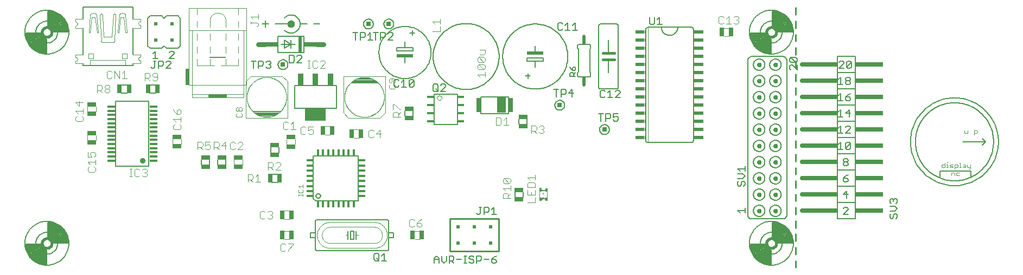
<source format=gto>
G75*
G70*
%OFA0B0*%
%FSLAX24Y24*%
%IPPOS*%
%LPD*%
%AMOC8*
5,1,8,0,0,1.08239X$1,22.5*
%
%ADD10C,0.0100*%
%ADD11R,0.0256X0.0551*%
%ADD12C,0.0060*%
%ADD13C,0.0040*%
%ADD14R,0.0551X0.0256*%
%ADD15R,0.0571X0.0295*%
%ADD16R,0.0295X0.0571*%
%ADD17C,0.0020*%
%ADD18C,0.0050*%
%ADD19C,0.0030*%
%ADD20C,0.0080*%
%ADD21R,0.1000X0.0200*%
%ADD22C,0.0200*%
%ADD23R,0.0200X0.0150*%
%ADD24R,0.0050X0.0200*%
%ADD25R,0.0580X0.0200*%
%ADD26C,0.0160*%
%ADD27R,0.0400X0.0140*%
%ADD28R,0.0256X0.0866*%
%ADD29R,0.0266X0.0965*%
%ADD30R,0.0180X0.0390*%
%ADD31R,0.0390X0.0180*%
%ADD32R,0.0200X0.0200*%
%ADD33C,0.0039*%
%ADD34R,0.0197X0.0984*%
%ADD35R,0.1181X0.0197*%
%ADD36R,0.0984X0.0079*%
%ADD37R,0.0200X0.1000*%
%ADD38C,0.0300*%
%ADD39R,0.0750X0.0300*%
%ADD40C,0.0180*%
%ADD41R,0.0510X0.0140*%
%ADD42C,0.0348*%
%ADD43R,0.1260X0.0730*%
%ADD44R,0.0340X0.0730*%
%ADD45R,0.0300X0.0260*%
%ADD46C,0.0260*%
%ADD47R,0.0260X0.0260*%
%ADD48R,0.0320X0.0260*%
%ADD49R,0.0680X0.0260*%
%ADD50R,0.0460X0.0260*%
%ADD51R,0.0128X0.0197*%
%ADD52R,0.0059X0.0098*%
%ADD53R,0.0157X0.0069*%
%ADD54R,0.0079X0.0079*%
%ADD55R,0.0118X0.0118*%
%ADD56R,0.0128X0.0030*%
%ADD57R,0.0240X0.0240*%
%ADD58C,0.0000*%
D10*
X003001Y001761D02*
X002118Y001761D01*
X002119Y001762D02*
X002112Y001800D01*
X002102Y001838D01*
X002089Y001874D01*
X002072Y001909D01*
X002051Y001942D01*
X002028Y001973D01*
X002002Y002002D01*
X001973Y002028D01*
X001942Y002051D01*
X001909Y002072D01*
X001874Y002089D01*
X001838Y002102D01*
X001800Y002112D01*
X001762Y002119D01*
X001761Y003001D01*
X001762Y003001D01*
X001833Y002996D01*
X001904Y002988D01*
X001974Y002975D01*
X002044Y002959D01*
X002112Y002938D01*
X002179Y002914D01*
X002245Y002887D01*
X002309Y002856D01*
X002371Y002821D01*
X002432Y002783D01*
X002490Y002741D01*
X002545Y002697D01*
X002599Y002649D01*
X002649Y002599D01*
X002697Y002545D01*
X002741Y002490D01*
X002783Y002432D01*
X002821Y002371D01*
X002856Y002309D01*
X002887Y002245D01*
X002914Y002179D01*
X002938Y002112D01*
X002959Y002044D01*
X002975Y001974D01*
X002988Y001904D01*
X002996Y001833D01*
X003001Y001762D01*
X002907Y001762D01*
X002902Y001830D01*
X002893Y001898D01*
X002881Y001965D01*
X002864Y002032D01*
X002844Y002097D01*
X002820Y002161D01*
X002793Y002224D01*
X002762Y002285D01*
X002727Y002344D01*
X002690Y002401D01*
X002649Y002456D01*
X002605Y002508D01*
X002558Y002558D01*
X002508Y002605D01*
X002456Y002649D01*
X002401Y002690D01*
X002344Y002727D01*
X002285Y002762D01*
X002224Y002793D01*
X002161Y002820D01*
X002097Y002844D01*
X002032Y002864D01*
X001965Y002881D01*
X001898Y002893D01*
X001830Y002902D01*
X001762Y002907D01*
X001762Y002813D01*
X001827Y002808D01*
X001892Y002799D01*
X001956Y002787D01*
X002019Y002770D01*
X002081Y002750D01*
X002142Y002727D01*
X002201Y002700D01*
X002259Y002669D01*
X002314Y002635D01*
X002368Y002598D01*
X002419Y002557D01*
X002468Y002514D01*
X002514Y002468D01*
X002557Y002419D01*
X002598Y002368D01*
X002635Y002314D01*
X002669Y002259D01*
X002700Y002201D01*
X002727Y002142D01*
X002750Y002081D01*
X002770Y002019D01*
X002787Y001956D01*
X002799Y001892D01*
X002808Y001827D01*
X002813Y001762D01*
X002719Y001762D01*
X002714Y001824D01*
X002705Y001885D01*
X002693Y001945D01*
X002676Y002005D01*
X002657Y002063D01*
X002633Y002121D01*
X002607Y002176D01*
X002577Y002230D01*
X002543Y002282D01*
X002507Y002332D01*
X002467Y002380D01*
X002425Y002425D01*
X002380Y002467D01*
X002332Y002507D01*
X002282Y002543D01*
X002230Y002577D01*
X002176Y002607D01*
X002121Y002633D01*
X002063Y002657D01*
X002005Y002676D01*
X001945Y002693D01*
X001885Y002705D01*
X001824Y002714D01*
X001762Y002719D01*
X001762Y002625D01*
X001820Y002620D01*
X001877Y002611D01*
X001934Y002599D01*
X001990Y002583D01*
X002045Y002563D01*
X002098Y002541D01*
X002150Y002514D01*
X002200Y002485D01*
X002248Y002452D01*
X002294Y002417D01*
X002337Y002378D01*
X002378Y002337D01*
X002417Y002294D01*
X002452Y002248D01*
X002485Y002200D01*
X002514Y002150D01*
X002541Y002098D01*
X002563Y002045D01*
X002583Y001990D01*
X002599Y001934D01*
X002611Y001877D01*
X002620Y001820D01*
X002625Y001762D01*
X002530Y001762D01*
X002525Y001818D01*
X002516Y001874D01*
X002503Y001929D01*
X002486Y001983D01*
X002465Y002036D01*
X002441Y002087D01*
X002414Y002136D01*
X002383Y002184D01*
X002349Y002229D01*
X002311Y002271D01*
X002271Y002311D01*
X002229Y002349D01*
X002184Y002383D01*
X002136Y002414D01*
X002087Y002441D01*
X002036Y002465D01*
X001983Y002486D01*
X001929Y002503D01*
X001874Y002516D01*
X001818Y002525D01*
X001762Y002530D01*
X001762Y002436D01*
X001814Y002431D01*
X001865Y002422D01*
X001915Y002409D01*
X001965Y002393D01*
X002013Y002373D01*
X002059Y002350D01*
X002104Y002323D01*
X002147Y002293D01*
X002187Y002261D01*
X002225Y002225D01*
X002261Y002187D01*
X002293Y002147D01*
X002323Y002104D01*
X002350Y002059D01*
X002373Y002013D01*
X002393Y001965D01*
X002409Y001915D01*
X002422Y001865D01*
X002431Y001814D01*
X002436Y001762D01*
X002342Y001762D01*
X002336Y001811D01*
X002326Y001860D01*
X002313Y001908D01*
X002296Y001954D01*
X002275Y001999D01*
X002251Y002042D01*
X002223Y002084D01*
X002193Y002122D01*
X002159Y002159D01*
X002122Y002193D01*
X002084Y002223D01*
X002042Y002251D01*
X001999Y002275D01*
X001954Y002296D01*
X001908Y002313D01*
X001860Y002326D01*
X001811Y002336D01*
X001762Y002342D01*
X001762Y002248D01*
X001805Y002242D01*
X001848Y002232D01*
X001890Y002220D01*
X001931Y002204D01*
X001970Y002184D01*
X002008Y002162D01*
X002043Y002136D01*
X002077Y002108D01*
X002108Y002077D01*
X002136Y002043D01*
X002162Y002008D01*
X002184Y001970D01*
X002204Y001931D01*
X002220Y001890D01*
X002232Y001848D01*
X002242Y001805D01*
X002248Y001762D01*
X002153Y001762D01*
X002147Y001801D01*
X002137Y001840D01*
X002124Y001877D01*
X002108Y001914D01*
X002088Y001948D01*
X002065Y001981D01*
X002040Y002012D01*
X002012Y002040D01*
X001981Y002065D01*
X001948Y002088D01*
X001914Y002108D01*
X001877Y002124D01*
X001840Y002137D01*
X001801Y002147D01*
X001762Y002153D01*
X000423Y001663D02*
X001306Y001663D01*
X001305Y001662D02*
X001312Y001624D01*
X001322Y001586D01*
X001335Y001550D01*
X001352Y001515D01*
X001373Y001482D01*
X001396Y001451D01*
X001422Y001422D01*
X001451Y001396D01*
X001482Y001373D01*
X001515Y001352D01*
X001550Y001335D01*
X001586Y001322D01*
X001624Y001312D01*
X001662Y001305D01*
X001663Y000423D01*
X001662Y000423D01*
X001591Y000428D01*
X001520Y000436D01*
X001450Y000449D01*
X001380Y000465D01*
X001312Y000486D01*
X001245Y000510D01*
X001179Y000537D01*
X001115Y000568D01*
X001053Y000603D01*
X000992Y000641D01*
X000934Y000683D01*
X000879Y000727D01*
X000825Y000775D01*
X000775Y000825D01*
X000727Y000879D01*
X000683Y000934D01*
X000641Y000992D01*
X000603Y001053D01*
X000568Y001115D01*
X000537Y001179D01*
X000510Y001245D01*
X000486Y001312D01*
X000465Y001380D01*
X000449Y001450D01*
X000436Y001520D01*
X000428Y001591D01*
X000423Y001662D01*
X000517Y001662D01*
X000522Y001594D01*
X000531Y001526D01*
X000543Y001459D01*
X000560Y001392D01*
X000580Y001327D01*
X000604Y001263D01*
X000631Y001200D01*
X000662Y001139D01*
X000697Y001080D01*
X000734Y001023D01*
X000775Y000968D01*
X000819Y000916D01*
X000866Y000866D01*
X000916Y000819D01*
X000968Y000775D01*
X001023Y000734D01*
X001080Y000697D01*
X001139Y000662D01*
X001200Y000631D01*
X001263Y000604D01*
X001327Y000580D01*
X001392Y000560D01*
X001459Y000543D01*
X001526Y000531D01*
X001594Y000522D01*
X001662Y000517D01*
X001662Y000611D01*
X001597Y000616D01*
X001532Y000625D01*
X001468Y000637D01*
X001405Y000654D01*
X001343Y000674D01*
X001282Y000697D01*
X001223Y000724D01*
X001165Y000755D01*
X001110Y000789D01*
X001056Y000826D01*
X001005Y000867D01*
X000956Y000910D01*
X000910Y000956D01*
X000867Y001005D01*
X000826Y001056D01*
X000789Y001110D01*
X000755Y001165D01*
X000724Y001223D01*
X000697Y001282D01*
X000674Y001343D01*
X000654Y001405D01*
X000637Y001468D01*
X000625Y001532D01*
X000616Y001597D01*
X000611Y001662D01*
X000705Y001662D01*
X000710Y001600D01*
X000719Y001539D01*
X000731Y001479D01*
X000748Y001419D01*
X000767Y001361D01*
X000791Y001303D01*
X000817Y001248D01*
X000847Y001194D01*
X000881Y001142D01*
X000917Y001092D01*
X000957Y001044D01*
X000999Y000999D01*
X001044Y000957D01*
X001092Y000917D01*
X001142Y000881D01*
X001194Y000847D01*
X001248Y000817D01*
X001303Y000791D01*
X001361Y000767D01*
X001419Y000748D01*
X001479Y000731D01*
X001539Y000719D01*
X001600Y000710D01*
X001662Y000705D01*
X001662Y000799D01*
X001604Y000804D01*
X001547Y000813D01*
X001490Y000825D01*
X001434Y000841D01*
X001379Y000861D01*
X001326Y000883D01*
X001274Y000910D01*
X001224Y000939D01*
X001176Y000972D01*
X001130Y001007D01*
X001087Y001046D01*
X001046Y001087D01*
X001007Y001130D01*
X000972Y001176D01*
X000939Y001224D01*
X000910Y001274D01*
X000883Y001326D01*
X000861Y001379D01*
X000841Y001434D01*
X000825Y001490D01*
X000813Y001547D01*
X000804Y001604D01*
X000799Y001662D01*
X000894Y001662D01*
X000899Y001606D01*
X000908Y001550D01*
X000921Y001495D01*
X000938Y001441D01*
X000959Y001388D01*
X000983Y001337D01*
X001010Y001288D01*
X001041Y001240D01*
X001075Y001195D01*
X001113Y001153D01*
X001153Y001113D01*
X001195Y001075D01*
X001240Y001041D01*
X001288Y001010D01*
X001337Y000983D01*
X001388Y000959D01*
X001441Y000938D01*
X001495Y000921D01*
X001550Y000908D01*
X001606Y000899D01*
X001662Y000894D01*
X001662Y000988D01*
X001610Y000993D01*
X001559Y001002D01*
X001509Y001015D01*
X001459Y001031D01*
X001411Y001051D01*
X001365Y001074D01*
X001320Y001101D01*
X001277Y001131D01*
X001237Y001163D01*
X001199Y001199D01*
X001163Y001237D01*
X001131Y001277D01*
X001101Y001320D01*
X001074Y001365D01*
X001051Y001411D01*
X001031Y001459D01*
X001015Y001509D01*
X001002Y001559D01*
X000993Y001610D01*
X000988Y001662D01*
X001082Y001662D01*
X001088Y001613D01*
X001098Y001564D01*
X001111Y001516D01*
X001128Y001470D01*
X001149Y001425D01*
X001173Y001382D01*
X001201Y001340D01*
X001231Y001302D01*
X001265Y001265D01*
X001302Y001231D01*
X001340Y001201D01*
X001382Y001173D01*
X001425Y001149D01*
X001470Y001128D01*
X001516Y001111D01*
X001564Y001098D01*
X001613Y001088D01*
X001662Y001082D01*
X001662Y001176D01*
X001619Y001182D01*
X001576Y001192D01*
X001534Y001204D01*
X001493Y001220D01*
X001454Y001240D01*
X001416Y001262D01*
X001381Y001288D01*
X001347Y001316D01*
X001316Y001347D01*
X001288Y001381D01*
X001262Y001416D01*
X001240Y001454D01*
X001220Y001493D01*
X001204Y001534D01*
X001192Y001576D01*
X001182Y001619D01*
X001176Y001662D01*
X001271Y001662D01*
X001277Y001623D01*
X001287Y001584D01*
X001300Y001547D01*
X001316Y001510D01*
X001336Y001476D01*
X001359Y001443D01*
X001384Y001412D01*
X001412Y001384D01*
X001443Y001359D01*
X001476Y001336D01*
X001510Y001316D01*
X001547Y001300D01*
X001584Y001287D01*
X001623Y001277D01*
X001662Y001271D01*
X026462Y001212D02*
X026462Y003212D01*
X029462Y003212D01*
X029462Y001212D01*
X026462Y001212D01*
X047501Y001761D02*
X046618Y001761D01*
X046619Y001762D02*
X046612Y001800D01*
X046602Y001838D01*
X046589Y001874D01*
X046572Y001909D01*
X046551Y001942D01*
X046528Y001973D01*
X046502Y002002D01*
X046473Y002028D01*
X046442Y002051D01*
X046409Y002072D01*
X046374Y002089D01*
X046338Y002102D01*
X046300Y002112D01*
X046262Y002119D01*
X046261Y003001D01*
X046262Y003001D01*
X046333Y002996D01*
X046404Y002988D01*
X046474Y002975D01*
X046544Y002959D01*
X046612Y002938D01*
X046679Y002914D01*
X046745Y002887D01*
X046809Y002856D01*
X046871Y002821D01*
X046932Y002783D01*
X046990Y002741D01*
X047045Y002697D01*
X047099Y002649D01*
X047149Y002599D01*
X047197Y002545D01*
X047241Y002490D01*
X047283Y002432D01*
X047321Y002371D01*
X047356Y002309D01*
X047387Y002245D01*
X047414Y002179D01*
X047438Y002112D01*
X047459Y002044D01*
X047475Y001974D01*
X047488Y001904D01*
X047496Y001833D01*
X047501Y001762D01*
X047407Y001762D01*
X047402Y001830D01*
X047393Y001898D01*
X047381Y001965D01*
X047364Y002032D01*
X047344Y002097D01*
X047320Y002161D01*
X047293Y002224D01*
X047262Y002285D01*
X047227Y002344D01*
X047190Y002401D01*
X047149Y002456D01*
X047105Y002508D01*
X047058Y002558D01*
X047008Y002605D01*
X046956Y002649D01*
X046901Y002690D01*
X046844Y002727D01*
X046785Y002762D01*
X046724Y002793D01*
X046661Y002820D01*
X046597Y002844D01*
X046532Y002864D01*
X046465Y002881D01*
X046398Y002893D01*
X046330Y002902D01*
X046262Y002907D01*
X046262Y002813D01*
X046327Y002808D01*
X046392Y002799D01*
X046456Y002787D01*
X046519Y002770D01*
X046581Y002750D01*
X046642Y002727D01*
X046701Y002700D01*
X046759Y002669D01*
X046814Y002635D01*
X046868Y002598D01*
X046919Y002557D01*
X046968Y002514D01*
X047014Y002468D01*
X047057Y002419D01*
X047098Y002368D01*
X047135Y002314D01*
X047169Y002259D01*
X047200Y002201D01*
X047227Y002142D01*
X047250Y002081D01*
X047270Y002019D01*
X047287Y001956D01*
X047299Y001892D01*
X047308Y001827D01*
X047313Y001762D01*
X047219Y001762D01*
X047214Y001824D01*
X047205Y001885D01*
X047193Y001945D01*
X047176Y002005D01*
X047157Y002063D01*
X047133Y002121D01*
X047107Y002176D01*
X047077Y002230D01*
X047043Y002282D01*
X047007Y002332D01*
X046967Y002380D01*
X046925Y002425D01*
X046880Y002467D01*
X046832Y002507D01*
X046782Y002543D01*
X046730Y002577D01*
X046676Y002607D01*
X046621Y002633D01*
X046563Y002657D01*
X046505Y002676D01*
X046445Y002693D01*
X046385Y002705D01*
X046324Y002714D01*
X046262Y002719D01*
X046262Y002625D01*
X046320Y002620D01*
X046377Y002611D01*
X046434Y002599D01*
X046490Y002583D01*
X046545Y002563D01*
X046598Y002541D01*
X046650Y002514D01*
X046700Y002485D01*
X046748Y002452D01*
X046794Y002417D01*
X046837Y002378D01*
X046878Y002337D01*
X046917Y002294D01*
X046952Y002248D01*
X046985Y002200D01*
X047014Y002150D01*
X047041Y002098D01*
X047063Y002045D01*
X047083Y001990D01*
X047099Y001934D01*
X047111Y001877D01*
X047120Y001820D01*
X047125Y001762D01*
X047030Y001762D01*
X047025Y001818D01*
X047016Y001874D01*
X047003Y001929D01*
X046986Y001983D01*
X046965Y002036D01*
X046941Y002087D01*
X046914Y002136D01*
X046883Y002184D01*
X046849Y002229D01*
X046811Y002271D01*
X046771Y002311D01*
X046729Y002349D01*
X046684Y002383D01*
X046636Y002414D01*
X046587Y002441D01*
X046536Y002465D01*
X046483Y002486D01*
X046429Y002503D01*
X046374Y002516D01*
X046318Y002525D01*
X046262Y002530D01*
X046262Y002436D01*
X046314Y002431D01*
X046365Y002422D01*
X046415Y002409D01*
X046465Y002393D01*
X046513Y002373D01*
X046559Y002350D01*
X046604Y002323D01*
X046647Y002293D01*
X046687Y002261D01*
X046725Y002225D01*
X046761Y002187D01*
X046793Y002147D01*
X046823Y002104D01*
X046850Y002059D01*
X046873Y002013D01*
X046893Y001965D01*
X046909Y001915D01*
X046922Y001865D01*
X046931Y001814D01*
X046936Y001762D01*
X046842Y001762D01*
X046836Y001811D01*
X046826Y001860D01*
X046813Y001908D01*
X046796Y001954D01*
X046775Y001999D01*
X046751Y002042D01*
X046723Y002084D01*
X046693Y002122D01*
X046659Y002159D01*
X046622Y002193D01*
X046584Y002223D01*
X046542Y002251D01*
X046499Y002275D01*
X046454Y002296D01*
X046408Y002313D01*
X046360Y002326D01*
X046311Y002336D01*
X046262Y002342D01*
X046262Y002248D01*
X046305Y002242D01*
X046348Y002232D01*
X046390Y002220D01*
X046431Y002204D01*
X046470Y002184D01*
X046508Y002162D01*
X046543Y002136D01*
X046577Y002108D01*
X046608Y002077D01*
X046636Y002043D01*
X046662Y002008D01*
X046684Y001970D01*
X046704Y001931D01*
X046720Y001890D01*
X046732Y001848D01*
X046742Y001805D01*
X046748Y001762D01*
X046653Y001762D01*
X046647Y001801D01*
X046637Y001840D01*
X046624Y001877D01*
X046608Y001914D01*
X046588Y001948D01*
X046565Y001981D01*
X046540Y002012D01*
X046512Y002040D01*
X046481Y002065D01*
X046448Y002088D01*
X046414Y002108D01*
X046377Y002124D01*
X046340Y002137D01*
X046301Y002147D01*
X046262Y002153D01*
X044923Y001663D02*
X045806Y001663D01*
X045805Y001662D02*
X045812Y001624D01*
X045822Y001586D01*
X045835Y001550D01*
X045852Y001515D01*
X045873Y001482D01*
X045896Y001451D01*
X045922Y001422D01*
X045951Y001396D01*
X045982Y001373D01*
X046015Y001352D01*
X046050Y001335D01*
X046086Y001322D01*
X046124Y001312D01*
X046162Y001305D01*
X046163Y000423D01*
X046162Y000423D01*
X046091Y000428D01*
X046020Y000436D01*
X045950Y000449D01*
X045880Y000465D01*
X045812Y000486D01*
X045745Y000510D01*
X045679Y000537D01*
X045615Y000568D01*
X045553Y000603D01*
X045492Y000641D01*
X045434Y000683D01*
X045379Y000727D01*
X045325Y000775D01*
X045275Y000825D01*
X045227Y000879D01*
X045183Y000934D01*
X045141Y000992D01*
X045103Y001053D01*
X045068Y001115D01*
X045037Y001179D01*
X045010Y001245D01*
X044986Y001312D01*
X044965Y001380D01*
X044949Y001450D01*
X044936Y001520D01*
X044928Y001591D01*
X044923Y001662D01*
X045017Y001662D01*
X045022Y001594D01*
X045031Y001526D01*
X045043Y001459D01*
X045060Y001392D01*
X045080Y001327D01*
X045104Y001263D01*
X045131Y001200D01*
X045162Y001139D01*
X045197Y001080D01*
X045234Y001023D01*
X045275Y000968D01*
X045319Y000916D01*
X045366Y000866D01*
X045416Y000819D01*
X045468Y000775D01*
X045523Y000734D01*
X045580Y000697D01*
X045639Y000662D01*
X045700Y000631D01*
X045763Y000604D01*
X045827Y000580D01*
X045892Y000560D01*
X045959Y000543D01*
X046026Y000531D01*
X046094Y000522D01*
X046162Y000517D01*
X046162Y000611D01*
X046097Y000616D01*
X046032Y000625D01*
X045968Y000637D01*
X045905Y000654D01*
X045843Y000674D01*
X045782Y000697D01*
X045723Y000724D01*
X045665Y000755D01*
X045610Y000789D01*
X045556Y000826D01*
X045505Y000867D01*
X045456Y000910D01*
X045410Y000956D01*
X045367Y001005D01*
X045326Y001056D01*
X045289Y001110D01*
X045255Y001165D01*
X045224Y001223D01*
X045197Y001282D01*
X045174Y001343D01*
X045154Y001405D01*
X045137Y001468D01*
X045125Y001532D01*
X045116Y001597D01*
X045111Y001662D01*
X045205Y001662D01*
X045210Y001600D01*
X045219Y001539D01*
X045231Y001479D01*
X045248Y001419D01*
X045267Y001361D01*
X045291Y001303D01*
X045317Y001248D01*
X045347Y001194D01*
X045381Y001142D01*
X045417Y001092D01*
X045457Y001044D01*
X045499Y000999D01*
X045544Y000957D01*
X045592Y000917D01*
X045642Y000881D01*
X045694Y000847D01*
X045748Y000817D01*
X045803Y000791D01*
X045861Y000767D01*
X045919Y000748D01*
X045979Y000731D01*
X046039Y000719D01*
X046100Y000710D01*
X046162Y000705D01*
X046162Y000799D01*
X046104Y000804D01*
X046047Y000813D01*
X045990Y000825D01*
X045934Y000841D01*
X045879Y000861D01*
X045826Y000883D01*
X045774Y000910D01*
X045724Y000939D01*
X045676Y000972D01*
X045630Y001007D01*
X045587Y001046D01*
X045546Y001087D01*
X045507Y001130D01*
X045472Y001176D01*
X045439Y001224D01*
X045410Y001274D01*
X045383Y001326D01*
X045361Y001379D01*
X045341Y001434D01*
X045325Y001490D01*
X045313Y001547D01*
X045304Y001604D01*
X045299Y001662D01*
X045394Y001662D01*
X045399Y001606D01*
X045408Y001550D01*
X045421Y001495D01*
X045438Y001441D01*
X045459Y001388D01*
X045483Y001337D01*
X045510Y001288D01*
X045541Y001240D01*
X045575Y001195D01*
X045613Y001153D01*
X045653Y001113D01*
X045695Y001075D01*
X045740Y001041D01*
X045788Y001010D01*
X045837Y000983D01*
X045888Y000959D01*
X045941Y000938D01*
X045995Y000921D01*
X046050Y000908D01*
X046106Y000899D01*
X046162Y000894D01*
X046162Y000988D01*
X046110Y000993D01*
X046059Y001002D01*
X046009Y001015D01*
X045959Y001031D01*
X045911Y001051D01*
X045865Y001074D01*
X045820Y001101D01*
X045777Y001131D01*
X045737Y001163D01*
X045699Y001199D01*
X045663Y001237D01*
X045631Y001277D01*
X045601Y001320D01*
X045574Y001365D01*
X045551Y001411D01*
X045531Y001459D01*
X045515Y001509D01*
X045502Y001559D01*
X045493Y001610D01*
X045488Y001662D01*
X045582Y001662D01*
X045588Y001613D01*
X045598Y001564D01*
X045611Y001516D01*
X045628Y001470D01*
X045649Y001425D01*
X045673Y001382D01*
X045701Y001340D01*
X045731Y001302D01*
X045765Y001265D01*
X045802Y001231D01*
X045840Y001201D01*
X045882Y001173D01*
X045925Y001149D01*
X045970Y001128D01*
X046016Y001111D01*
X046064Y001098D01*
X046113Y001088D01*
X046162Y001082D01*
X046162Y001176D01*
X046119Y001182D01*
X046076Y001192D01*
X046034Y001204D01*
X045993Y001220D01*
X045954Y001240D01*
X045916Y001262D01*
X045881Y001288D01*
X045847Y001316D01*
X045816Y001347D01*
X045788Y001381D01*
X045762Y001416D01*
X045740Y001454D01*
X045720Y001493D01*
X045704Y001534D01*
X045692Y001576D01*
X045682Y001619D01*
X045676Y001662D01*
X045771Y001662D01*
X045777Y001623D01*
X045787Y001584D01*
X045800Y001547D01*
X045816Y001510D01*
X045836Y001476D01*
X045859Y001443D01*
X045884Y001412D01*
X045912Y001384D01*
X045943Y001359D01*
X045976Y001336D01*
X046010Y001316D01*
X046047Y001300D01*
X046084Y001287D01*
X046123Y001277D01*
X046162Y001271D01*
X047712Y001457D02*
X047712Y001031D01*
X047712Y000638D02*
X047712Y000212D01*
X047712Y001851D02*
X047712Y002277D01*
X047712Y002671D02*
X047712Y003097D01*
X047712Y003490D02*
X047712Y003916D01*
X047712Y004310D02*
X047712Y004736D01*
X047712Y005130D02*
X047712Y005556D01*
X047712Y005949D02*
X047712Y006375D01*
X047712Y006769D02*
X047712Y007195D01*
X047712Y007589D02*
X047712Y008015D01*
X047712Y008409D02*
X047712Y008834D01*
X047712Y009228D02*
X047712Y009654D01*
X047712Y010048D02*
X047712Y010474D01*
X047712Y010868D02*
X047712Y011294D01*
X047712Y011687D02*
X047712Y012113D01*
X047712Y012507D02*
X047712Y012933D01*
X047712Y013327D02*
X047712Y013753D01*
X047712Y014146D02*
X047712Y014572D01*
X047712Y014966D02*
X047712Y015392D01*
X047712Y015786D02*
X047712Y016212D01*
X047501Y014761D02*
X046618Y014761D01*
X046619Y014762D02*
X046612Y014800D01*
X046602Y014838D01*
X046589Y014874D01*
X046572Y014909D01*
X046551Y014942D01*
X046528Y014973D01*
X046502Y015002D01*
X046473Y015028D01*
X046442Y015051D01*
X046409Y015072D01*
X046374Y015089D01*
X046338Y015102D01*
X046300Y015112D01*
X046262Y015119D01*
X046261Y016001D01*
X046262Y016001D01*
X046333Y015996D01*
X046404Y015988D01*
X046474Y015975D01*
X046544Y015959D01*
X046612Y015938D01*
X046679Y015914D01*
X046745Y015887D01*
X046809Y015856D01*
X046871Y015821D01*
X046932Y015783D01*
X046990Y015741D01*
X047045Y015697D01*
X047099Y015649D01*
X047149Y015599D01*
X047197Y015545D01*
X047241Y015490D01*
X047283Y015432D01*
X047321Y015371D01*
X047356Y015309D01*
X047387Y015245D01*
X047414Y015179D01*
X047438Y015112D01*
X047459Y015044D01*
X047475Y014974D01*
X047488Y014904D01*
X047496Y014833D01*
X047501Y014762D01*
X047407Y014762D01*
X047402Y014830D01*
X047393Y014898D01*
X047381Y014965D01*
X047364Y015032D01*
X047344Y015097D01*
X047320Y015161D01*
X047293Y015224D01*
X047262Y015285D01*
X047227Y015344D01*
X047190Y015401D01*
X047149Y015456D01*
X047105Y015508D01*
X047058Y015558D01*
X047008Y015605D01*
X046956Y015649D01*
X046901Y015690D01*
X046844Y015727D01*
X046785Y015762D01*
X046724Y015793D01*
X046661Y015820D01*
X046597Y015844D01*
X046532Y015864D01*
X046465Y015881D01*
X046398Y015893D01*
X046330Y015902D01*
X046262Y015907D01*
X046262Y015813D01*
X046327Y015808D01*
X046392Y015799D01*
X046456Y015787D01*
X046519Y015770D01*
X046581Y015750D01*
X046642Y015727D01*
X046701Y015700D01*
X046759Y015669D01*
X046814Y015635D01*
X046868Y015598D01*
X046919Y015557D01*
X046968Y015514D01*
X047014Y015468D01*
X047057Y015419D01*
X047098Y015368D01*
X047135Y015314D01*
X047169Y015259D01*
X047200Y015201D01*
X047227Y015142D01*
X047250Y015081D01*
X047270Y015019D01*
X047287Y014956D01*
X047299Y014892D01*
X047308Y014827D01*
X047313Y014762D01*
X047219Y014762D01*
X047214Y014824D01*
X047205Y014885D01*
X047193Y014945D01*
X047176Y015005D01*
X047157Y015063D01*
X047133Y015121D01*
X047107Y015176D01*
X047077Y015230D01*
X047043Y015282D01*
X047007Y015332D01*
X046967Y015380D01*
X046925Y015425D01*
X046880Y015467D01*
X046832Y015507D01*
X046782Y015543D01*
X046730Y015577D01*
X046676Y015607D01*
X046621Y015633D01*
X046563Y015657D01*
X046505Y015676D01*
X046445Y015693D01*
X046385Y015705D01*
X046324Y015714D01*
X046262Y015719D01*
X046262Y015625D01*
X046320Y015620D01*
X046377Y015611D01*
X046434Y015599D01*
X046490Y015583D01*
X046545Y015563D01*
X046598Y015541D01*
X046650Y015514D01*
X046700Y015485D01*
X046748Y015452D01*
X046794Y015417D01*
X046837Y015378D01*
X046878Y015337D01*
X046917Y015294D01*
X046952Y015248D01*
X046985Y015200D01*
X047014Y015150D01*
X047041Y015098D01*
X047063Y015045D01*
X047083Y014990D01*
X047099Y014934D01*
X047111Y014877D01*
X047120Y014820D01*
X047125Y014762D01*
X047030Y014762D01*
X047025Y014818D01*
X047016Y014874D01*
X047003Y014929D01*
X046986Y014983D01*
X046965Y015036D01*
X046941Y015087D01*
X046914Y015136D01*
X046883Y015184D01*
X046849Y015229D01*
X046811Y015271D01*
X046771Y015311D01*
X046729Y015349D01*
X046684Y015383D01*
X046636Y015414D01*
X046587Y015441D01*
X046536Y015465D01*
X046483Y015486D01*
X046429Y015503D01*
X046374Y015516D01*
X046318Y015525D01*
X046262Y015530D01*
X046262Y015436D01*
X046314Y015431D01*
X046365Y015422D01*
X046415Y015409D01*
X046465Y015393D01*
X046513Y015373D01*
X046559Y015350D01*
X046604Y015323D01*
X046647Y015293D01*
X046687Y015261D01*
X046725Y015225D01*
X046761Y015187D01*
X046793Y015147D01*
X046823Y015104D01*
X046850Y015059D01*
X046873Y015013D01*
X046893Y014965D01*
X046909Y014915D01*
X046922Y014865D01*
X046931Y014814D01*
X046936Y014762D01*
X046842Y014762D01*
X046836Y014811D01*
X046826Y014860D01*
X046813Y014908D01*
X046796Y014954D01*
X046775Y014999D01*
X046751Y015042D01*
X046723Y015084D01*
X046693Y015122D01*
X046659Y015159D01*
X046622Y015193D01*
X046584Y015223D01*
X046542Y015251D01*
X046499Y015275D01*
X046454Y015296D01*
X046408Y015313D01*
X046360Y015326D01*
X046311Y015336D01*
X046262Y015342D01*
X046262Y015248D01*
X046305Y015242D01*
X046348Y015232D01*
X046390Y015220D01*
X046431Y015204D01*
X046470Y015184D01*
X046508Y015162D01*
X046543Y015136D01*
X046577Y015108D01*
X046608Y015077D01*
X046636Y015043D01*
X046662Y015008D01*
X046684Y014970D01*
X046704Y014931D01*
X046720Y014890D01*
X046732Y014848D01*
X046742Y014805D01*
X046748Y014762D01*
X046653Y014762D01*
X046647Y014801D01*
X046637Y014840D01*
X046624Y014877D01*
X046608Y014914D01*
X046588Y014948D01*
X046565Y014981D01*
X046540Y015012D01*
X046512Y015040D01*
X046481Y015065D01*
X046448Y015088D01*
X046414Y015108D01*
X046377Y015124D01*
X046340Y015137D01*
X046301Y015147D01*
X046262Y015153D01*
X044923Y014663D02*
X045806Y014663D01*
X045805Y014662D02*
X045812Y014624D01*
X045822Y014586D01*
X045835Y014550D01*
X045852Y014515D01*
X045873Y014482D01*
X045896Y014451D01*
X045922Y014422D01*
X045951Y014396D01*
X045982Y014373D01*
X046015Y014352D01*
X046050Y014335D01*
X046086Y014322D01*
X046124Y014312D01*
X046162Y014305D01*
X046163Y013423D01*
X046162Y013423D01*
X046091Y013428D01*
X046020Y013436D01*
X045950Y013449D01*
X045880Y013465D01*
X045812Y013486D01*
X045745Y013510D01*
X045679Y013537D01*
X045615Y013568D01*
X045553Y013603D01*
X045492Y013641D01*
X045434Y013683D01*
X045379Y013727D01*
X045325Y013775D01*
X045275Y013825D01*
X045227Y013879D01*
X045183Y013934D01*
X045141Y013992D01*
X045103Y014053D01*
X045068Y014115D01*
X045037Y014179D01*
X045010Y014245D01*
X044986Y014312D01*
X044965Y014380D01*
X044949Y014450D01*
X044936Y014520D01*
X044928Y014591D01*
X044923Y014662D01*
X045017Y014662D01*
X045022Y014594D01*
X045031Y014526D01*
X045043Y014459D01*
X045060Y014392D01*
X045080Y014327D01*
X045104Y014263D01*
X045131Y014200D01*
X045162Y014139D01*
X045197Y014080D01*
X045234Y014023D01*
X045275Y013968D01*
X045319Y013916D01*
X045366Y013866D01*
X045416Y013819D01*
X045468Y013775D01*
X045523Y013734D01*
X045580Y013697D01*
X045639Y013662D01*
X045700Y013631D01*
X045763Y013604D01*
X045827Y013580D01*
X045892Y013560D01*
X045959Y013543D01*
X046026Y013531D01*
X046094Y013522D01*
X046162Y013517D01*
X046162Y013611D01*
X046097Y013616D01*
X046032Y013625D01*
X045968Y013637D01*
X045905Y013654D01*
X045843Y013674D01*
X045782Y013697D01*
X045723Y013724D01*
X045665Y013755D01*
X045610Y013789D01*
X045556Y013826D01*
X045505Y013867D01*
X045456Y013910D01*
X045410Y013956D01*
X045367Y014005D01*
X045326Y014056D01*
X045289Y014110D01*
X045255Y014165D01*
X045224Y014223D01*
X045197Y014282D01*
X045174Y014343D01*
X045154Y014405D01*
X045137Y014468D01*
X045125Y014532D01*
X045116Y014597D01*
X045111Y014662D01*
X045205Y014662D01*
X045210Y014600D01*
X045219Y014539D01*
X045231Y014479D01*
X045248Y014419D01*
X045267Y014361D01*
X045291Y014303D01*
X045317Y014248D01*
X045347Y014194D01*
X045381Y014142D01*
X045417Y014092D01*
X045457Y014044D01*
X045499Y013999D01*
X045544Y013957D01*
X045592Y013917D01*
X045642Y013881D01*
X045694Y013847D01*
X045748Y013817D01*
X045803Y013791D01*
X045861Y013767D01*
X045919Y013748D01*
X045979Y013731D01*
X046039Y013719D01*
X046100Y013710D01*
X046162Y013705D01*
X046162Y013799D01*
X046104Y013804D01*
X046047Y013813D01*
X045990Y013825D01*
X045934Y013841D01*
X045879Y013861D01*
X045826Y013883D01*
X045774Y013910D01*
X045724Y013939D01*
X045676Y013972D01*
X045630Y014007D01*
X045587Y014046D01*
X045546Y014087D01*
X045507Y014130D01*
X045472Y014176D01*
X045439Y014224D01*
X045410Y014274D01*
X045383Y014326D01*
X045361Y014379D01*
X045341Y014434D01*
X045325Y014490D01*
X045313Y014547D01*
X045304Y014604D01*
X045299Y014662D01*
X045394Y014662D01*
X045399Y014606D01*
X045408Y014550D01*
X045421Y014495D01*
X045438Y014441D01*
X045459Y014388D01*
X045483Y014337D01*
X045510Y014288D01*
X045541Y014240D01*
X045575Y014195D01*
X045613Y014153D01*
X045653Y014113D01*
X045695Y014075D01*
X045740Y014041D01*
X045788Y014010D01*
X045837Y013983D01*
X045888Y013959D01*
X045941Y013938D01*
X045995Y013921D01*
X046050Y013908D01*
X046106Y013899D01*
X046162Y013894D01*
X046162Y013988D01*
X046110Y013993D01*
X046059Y014002D01*
X046009Y014015D01*
X045959Y014031D01*
X045911Y014051D01*
X045865Y014074D01*
X045820Y014101D01*
X045777Y014131D01*
X045737Y014163D01*
X045699Y014199D01*
X045663Y014237D01*
X045631Y014277D01*
X045601Y014320D01*
X045574Y014365D01*
X045551Y014411D01*
X045531Y014459D01*
X045515Y014509D01*
X045502Y014559D01*
X045493Y014610D01*
X045488Y014662D01*
X045582Y014662D01*
X045588Y014613D01*
X045598Y014564D01*
X045611Y014516D01*
X045628Y014470D01*
X045649Y014425D01*
X045673Y014382D01*
X045701Y014340D01*
X045731Y014302D01*
X045765Y014265D01*
X045802Y014231D01*
X045840Y014201D01*
X045882Y014173D01*
X045925Y014149D01*
X045970Y014128D01*
X046016Y014111D01*
X046064Y014098D01*
X046113Y014088D01*
X046162Y014082D01*
X046162Y014176D01*
X046119Y014182D01*
X046076Y014192D01*
X046034Y014204D01*
X045993Y014220D01*
X045954Y014240D01*
X045916Y014262D01*
X045881Y014288D01*
X045847Y014316D01*
X045816Y014347D01*
X045788Y014381D01*
X045762Y014416D01*
X045740Y014454D01*
X045720Y014493D01*
X045704Y014534D01*
X045692Y014576D01*
X045682Y014619D01*
X045676Y014662D01*
X045771Y014662D01*
X045777Y014623D01*
X045787Y014584D01*
X045800Y014547D01*
X045816Y014510D01*
X045836Y014476D01*
X045859Y014443D01*
X045884Y014412D01*
X045912Y014384D01*
X045943Y014359D01*
X045976Y014336D01*
X046010Y014316D01*
X046047Y014300D01*
X046084Y014287D01*
X046123Y014277D01*
X046162Y014271D01*
X003001Y014761D02*
X002118Y014761D01*
X002119Y014762D02*
X002112Y014800D01*
X002102Y014838D01*
X002089Y014874D01*
X002072Y014909D01*
X002051Y014942D01*
X002028Y014973D01*
X002002Y015002D01*
X001973Y015028D01*
X001942Y015051D01*
X001909Y015072D01*
X001874Y015089D01*
X001838Y015102D01*
X001800Y015112D01*
X001762Y015119D01*
X001761Y016001D01*
X001762Y016001D01*
X001833Y015996D01*
X001904Y015988D01*
X001974Y015975D01*
X002044Y015959D01*
X002112Y015938D01*
X002179Y015914D01*
X002245Y015887D01*
X002309Y015856D01*
X002371Y015821D01*
X002432Y015783D01*
X002490Y015741D01*
X002545Y015697D01*
X002599Y015649D01*
X002649Y015599D01*
X002697Y015545D01*
X002741Y015490D01*
X002783Y015432D01*
X002821Y015371D01*
X002856Y015309D01*
X002887Y015245D01*
X002914Y015179D01*
X002938Y015112D01*
X002959Y015044D01*
X002975Y014974D01*
X002988Y014904D01*
X002996Y014833D01*
X003001Y014762D01*
X002907Y014762D01*
X002902Y014830D01*
X002893Y014898D01*
X002881Y014965D01*
X002864Y015032D01*
X002844Y015097D01*
X002820Y015161D01*
X002793Y015224D01*
X002762Y015285D01*
X002727Y015344D01*
X002690Y015401D01*
X002649Y015456D01*
X002605Y015508D01*
X002558Y015558D01*
X002508Y015605D01*
X002456Y015649D01*
X002401Y015690D01*
X002344Y015727D01*
X002285Y015762D01*
X002224Y015793D01*
X002161Y015820D01*
X002097Y015844D01*
X002032Y015864D01*
X001965Y015881D01*
X001898Y015893D01*
X001830Y015902D01*
X001762Y015907D01*
X001762Y015813D01*
X001827Y015808D01*
X001892Y015799D01*
X001956Y015787D01*
X002019Y015770D01*
X002081Y015750D01*
X002142Y015727D01*
X002201Y015700D01*
X002259Y015669D01*
X002314Y015635D01*
X002368Y015598D01*
X002419Y015557D01*
X002468Y015514D01*
X002514Y015468D01*
X002557Y015419D01*
X002598Y015368D01*
X002635Y015314D01*
X002669Y015259D01*
X002700Y015201D01*
X002727Y015142D01*
X002750Y015081D01*
X002770Y015019D01*
X002787Y014956D01*
X002799Y014892D01*
X002808Y014827D01*
X002813Y014762D01*
X002719Y014762D01*
X002714Y014824D01*
X002705Y014885D01*
X002693Y014945D01*
X002676Y015005D01*
X002657Y015063D01*
X002633Y015121D01*
X002607Y015176D01*
X002577Y015230D01*
X002543Y015282D01*
X002507Y015332D01*
X002467Y015380D01*
X002425Y015425D01*
X002380Y015467D01*
X002332Y015507D01*
X002282Y015543D01*
X002230Y015577D01*
X002176Y015607D01*
X002121Y015633D01*
X002063Y015657D01*
X002005Y015676D01*
X001945Y015693D01*
X001885Y015705D01*
X001824Y015714D01*
X001762Y015719D01*
X001762Y015625D01*
X001820Y015620D01*
X001877Y015611D01*
X001934Y015599D01*
X001990Y015583D01*
X002045Y015563D01*
X002098Y015541D01*
X002150Y015514D01*
X002200Y015485D01*
X002248Y015452D01*
X002294Y015417D01*
X002337Y015378D01*
X002378Y015337D01*
X002417Y015294D01*
X002452Y015248D01*
X002485Y015200D01*
X002514Y015150D01*
X002541Y015098D01*
X002563Y015045D01*
X002583Y014990D01*
X002599Y014934D01*
X002611Y014877D01*
X002620Y014820D01*
X002625Y014762D01*
X002530Y014762D01*
X002525Y014818D01*
X002516Y014874D01*
X002503Y014929D01*
X002486Y014983D01*
X002465Y015036D01*
X002441Y015087D01*
X002414Y015136D01*
X002383Y015184D01*
X002349Y015229D01*
X002311Y015271D01*
X002271Y015311D01*
X002229Y015349D01*
X002184Y015383D01*
X002136Y015414D01*
X002087Y015441D01*
X002036Y015465D01*
X001983Y015486D01*
X001929Y015503D01*
X001874Y015516D01*
X001818Y015525D01*
X001762Y015530D01*
X001762Y015436D01*
X001814Y015431D01*
X001865Y015422D01*
X001915Y015409D01*
X001965Y015393D01*
X002013Y015373D01*
X002059Y015350D01*
X002104Y015323D01*
X002147Y015293D01*
X002187Y015261D01*
X002225Y015225D01*
X002261Y015187D01*
X002293Y015147D01*
X002323Y015104D01*
X002350Y015059D01*
X002373Y015013D01*
X002393Y014965D01*
X002409Y014915D01*
X002422Y014865D01*
X002431Y014814D01*
X002436Y014762D01*
X002342Y014762D01*
X002336Y014811D01*
X002326Y014860D01*
X002313Y014908D01*
X002296Y014954D01*
X002275Y014999D01*
X002251Y015042D01*
X002223Y015084D01*
X002193Y015122D01*
X002159Y015159D01*
X002122Y015193D01*
X002084Y015223D01*
X002042Y015251D01*
X001999Y015275D01*
X001954Y015296D01*
X001908Y015313D01*
X001860Y015326D01*
X001811Y015336D01*
X001762Y015342D01*
X001762Y015248D01*
X001805Y015242D01*
X001848Y015232D01*
X001890Y015220D01*
X001931Y015204D01*
X001970Y015184D01*
X002008Y015162D01*
X002043Y015136D01*
X002077Y015108D01*
X002108Y015077D01*
X002136Y015043D01*
X002162Y015008D01*
X002184Y014970D01*
X002204Y014931D01*
X002220Y014890D01*
X002232Y014848D01*
X002242Y014805D01*
X002248Y014762D01*
X002153Y014762D01*
X002147Y014801D01*
X002137Y014840D01*
X002124Y014877D01*
X002108Y014914D01*
X002088Y014948D01*
X002065Y014981D01*
X002040Y015012D01*
X002012Y015040D01*
X001981Y015065D01*
X001948Y015088D01*
X001914Y015108D01*
X001877Y015124D01*
X001840Y015137D01*
X001801Y015147D01*
X001762Y015153D01*
X000423Y014663D02*
X001306Y014663D01*
X001305Y014662D02*
X001312Y014624D01*
X001322Y014586D01*
X001335Y014550D01*
X001352Y014515D01*
X001373Y014482D01*
X001396Y014451D01*
X001422Y014422D01*
X001451Y014396D01*
X001482Y014373D01*
X001515Y014352D01*
X001550Y014335D01*
X001586Y014322D01*
X001624Y014312D01*
X001662Y014305D01*
X001663Y013423D01*
X001662Y013423D01*
X001591Y013428D01*
X001520Y013436D01*
X001450Y013449D01*
X001380Y013465D01*
X001312Y013486D01*
X001245Y013510D01*
X001179Y013537D01*
X001115Y013568D01*
X001053Y013603D01*
X000992Y013641D01*
X000934Y013683D01*
X000879Y013727D01*
X000825Y013775D01*
X000775Y013825D01*
X000727Y013879D01*
X000683Y013934D01*
X000641Y013992D01*
X000603Y014053D01*
X000568Y014115D01*
X000537Y014179D01*
X000510Y014245D01*
X000486Y014312D01*
X000465Y014380D01*
X000449Y014450D01*
X000436Y014520D01*
X000428Y014591D01*
X000423Y014662D01*
X000517Y014662D01*
X000522Y014594D01*
X000531Y014526D01*
X000543Y014459D01*
X000560Y014392D01*
X000580Y014327D01*
X000604Y014263D01*
X000631Y014200D01*
X000662Y014139D01*
X000697Y014080D01*
X000734Y014023D01*
X000775Y013968D01*
X000819Y013916D01*
X000866Y013866D01*
X000916Y013819D01*
X000968Y013775D01*
X001023Y013734D01*
X001080Y013697D01*
X001139Y013662D01*
X001200Y013631D01*
X001263Y013604D01*
X001327Y013580D01*
X001392Y013560D01*
X001459Y013543D01*
X001526Y013531D01*
X001594Y013522D01*
X001662Y013517D01*
X001662Y013611D01*
X001597Y013616D01*
X001532Y013625D01*
X001468Y013637D01*
X001405Y013654D01*
X001343Y013674D01*
X001282Y013697D01*
X001223Y013724D01*
X001165Y013755D01*
X001110Y013789D01*
X001056Y013826D01*
X001005Y013867D01*
X000956Y013910D01*
X000910Y013956D01*
X000867Y014005D01*
X000826Y014056D01*
X000789Y014110D01*
X000755Y014165D01*
X000724Y014223D01*
X000697Y014282D01*
X000674Y014343D01*
X000654Y014405D01*
X000637Y014468D01*
X000625Y014532D01*
X000616Y014597D01*
X000611Y014662D01*
X000705Y014662D01*
X000710Y014600D01*
X000719Y014539D01*
X000731Y014479D01*
X000748Y014419D01*
X000767Y014361D01*
X000791Y014303D01*
X000817Y014248D01*
X000847Y014194D01*
X000881Y014142D01*
X000917Y014092D01*
X000957Y014044D01*
X000999Y013999D01*
X001044Y013957D01*
X001092Y013917D01*
X001142Y013881D01*
X001194Y013847D01*
X001248Y013817D01*
X001303Y013791D01*
X001361Y013767D01*
X001419Y013748D01*
X001479Y013731D01*
X001539Y013719D01*
X001600Y013710D01*
X001662Y013705D01*
X001662Y013799D01*
X001604Y013804D01*
X001547Y013813D01*
X001490Y013825D01*
X001434Y013841D01*
X001379Y013861D01*
X001326Y013883D01*
X001274Y013910D01*
X001224Y013939D01*
X001176Y013972D01*
X001130Y014007D01*
X001087Y014046D01*
X001046Y014087D01*
X001007Y014130D01*
X000972Y014176D01*
X000939Y014224D01*
X000910Y014274D01*
X000883Y014326D01*
X000861Y014379D01*
X000841Y014434D01*
X000825Y014490D01*
X000813Y014547D01*
X000804Y014604D01*
X000799Y014662D01*
X000894Y014662D01*
X000899Y014606D01*
X000908Y014550D01*
X000921Y014495D01*
X000938Y014441D01*
X000959Y014388D01*
X000983Y014337D01*
X001010Y014288D01*
X001041Y014240D01*
X001075Y014195D01*
X001113Y014153D01*
X001153Y014113D01*
X001195Y014075D01*
X001240Y014041D01*
X001288Y014010D01*
X001337Y013983D01*
X001388Y013959D01*
X001441Y013938D01*
X001495Y013921D01*
X001550Y013908D01*
X001606Y013899D01*
X001662Y013894D01*
X001662Y013988D01*
X001610Y013993D01*
X001559Y014002D01*
X001509Y014015D01*
X001459Y014031D01*
X001411Y014051D01*
X001365Y014074D01*
X001320Y014101D01*
X001277Y014131D01*
X001237Y014163D01*
X001199Y014199D01*
X001163Y014237D01*
X001131Y014277D01*
X001101Y014320D01*
X001074Y014365D01*
X001051Y014411D01*
X001031Y014459D01*
X001015Y014509D01*
X001002Y014559D01*
X000993Y014610D01*
X000988Y014662D01*
X001082Y014662D01*
X001088Y014613D01*
X001098Y014564D01*
X001111Y014516D01*
X001128Y014470D01*
X001149Y014425D01*
X001173Y014382D01*
X001201Y014340D01*
X001231Y014302D01*
X001265Y014265D01*
X001302Y014231D01*
X001340Y014201D01*
X001382Y014173D01*
X001425Y014149D01*
X001470Y014128D01*
X001516Y014111D01*
X001564Y014098D01*
X001613Y014088D01*
X001662Y014082D01*
X001662Y014176D01*
X001619Y014182D01*
X001576Y014192D01*
X001534Y014204D01*
X001493Y014220D01*
X001454Y014240D01*
X001416Y014262D01*
X001381Y014288D01*
X001347Y014316D01*
X001316Y014347D01*
X001288Y014381D01*
X001262Y014416D01*
X001240Y014454D01*
X001220Y014493D01*
X001204Y014534D01*
X001192Y014576D01*
X001182Y014619D01*
X001176Y014662D01*
X001271Y014662D01*
X001277Y014623D01*
X001287Y014584D01*
X001300Y014547D01*
X001316Y014510D01*
X001336Y014476D01*
X001359Y014443D01*
X001384Y014412D01*
X001412Y014384D01*
X001443Y014359D01*
X001476Y014336D01*
X001510Y014316D01*
X001547Y014300D01*
X001584Y014287D01*
X001623Y014277D01*
X001662Y014271D01*
D11*
X006174Y011211D03*
X006754Y011211D03*
X007924Y011211D03*
X008504Y011211D03*
X015424Y005711D03*
X016004Y005711D03*
D12*
X015873Y005462D02*
X015550Y005462D01*
X015550Y005962D02*
X015873Y005962D01*
X012712Y006550D02*
X012712Y006873D01*
X012212Y006873D02*
X012212Y006550D01*
X011712Y006550D02*
X011712Y006873D01*
X011212Y006873D02*
X011212Y006550D01*
X015462Y007300D02*
X015462Y007623D01*
X015962Y007623D02*
X015962Y007300D01*
X018082Y007092D02*
X018082Y004471D01*
X018221Y004332D01*
X020842Y004332D01*
X020842Y007092D01*
X018082Y007092D01*
X025502Y009032D02*
X026921Y009032D01*
X026921Y010892D01*
X025502Y010892D01*
X025502Y009032D01*
X024212Y009550D02*
X024212Y009873D01*
X023712Y009873D02*
X023712Y009550D01*
X030712Y009373D02*
X030712Y009050D01*
X031212Y009050D02*
X031212Y009373D01*
X032912Y010212D02*
X032914Y010246D01*
X032920Y010280D01*
X032929Y010313D01*
X032943Y010344D01*
X032960Y010374D01*
X032980Y010402D01*
X033003Y010427D01*
X033029Y010450D01*
X033057Y010469D01*
X033087Y010485D01*
X033119Y010497D01*
X033152Y010506D01*
X033186Y010511D01*
X033221Y010512D01*
X033255Y010509D01*
X033288Y010502D01*
X033321Y010492D01*
X033352Y010477D01*
X033381Y010460D01*
X033408Y010439D01*
X033433Y010415D01*
X033455Y010388D01*
X033473Y010360D01*
X033488Y010329D01*
X033500Y010297D01*
X033508Y010263D01*
X033512Y010229D01*
X033512Y010195D01*
X033508Y010161D01*
X033500Y010127D01*
X033488Y010095D01*
X033473Y010064D01*
X033455Y010036D01*
X033433Y010009D01*
X033408Y009985D01*
X033381Y009964D01*
X033352Y009947D01*
X033321Y009932D01*
X033288Y009922D01*
X033255Y009915D01*
X033221Y009912D01*
X033186Y009913D01*
X033152Y009918D01*
X033119Y009927D01*
X033087Y009939D01*
X033057Y009955D01*
X033029Y009974D01*
X033003Y009997D01*
X032980Y010022D01*
X032960Y010050D01*
X032943Y010080D01*
X032929Y010111D01*
X032920Y010144D01*
X032914Y010178D01*
X032912Y010212D01*
X035612Y011312D02*
X035612Y015112D01*
X035614Y015129D01*
X035618Y015146D01*
X035625Y015162D01*
X035635Y015176D01*
X035648Y015189D01*
X035662Y015199D01*
X035678Y015206D01*
X035695Y015210D01*
X035712Y015212D01*
X036712Y015212D01*
X036729Y015210D01*
X036746Y015206D01*
X036762Y015199D01*
X036776Y015189D01*
X036789Y015176D01*
X036799Y015162D01*
X036806Y015146D01*
X036810Y015129D01*
X036812Y015112D01*
X036812Y011312D01*
X036810Y011295D01*
X036806Y011278D01*
X036799Y011262D01*
X036789Y011248D01*
X036776Y011235D01*
X036762Y011225D01*
X036746Y011218D01*
X036729Y011214D01*
X036712Y011212D01*
X035712Y011212D01*
X035695Y011214D01*
X035678Y011218D01*
X035662Y011225D01*
X035648Y011235D01*
X035635Y011248D01*
X035625Y011262D01*
X035618Y011278D01*
X035614Y011295D01*
X035612Y011312D01*
X035012Y011962D02*
X034412Y011962D01*
X034395Y011964D01*
X034378Y011968D01*
X034362Y011975D01*
X034348Y011985D01*
X034335Y011998D01*
X034325Y012012D01*
X034318Y012028D01*
X034314Y012045D01*
X034312Y012062D01*
X034312Y012212D01*
X034362Y012262D01*
X034362Y013662D01*
X034312Y013712D01*
X034312Y013862D01*
X034314Y013879D01*
X034318Y013896D01*
X034325Y013912D01*
X034335Y013926D01*
X034348Y013939D01*
X034362Y013949D01*
X034378Y013956D01*
X034395Y013960D01*
X034412Y013962D01*
X035012Y013962D01*
X035029Y013960D01*
X035046Y013956D01*
X035062Y013949D01*
X035076Y013939D01*
X035089Y013926D01*
X035099Y013912D01*
X035106Y013896D01*
X035110Y013879D01*
X035112Y013862D01*
X035112Y013712D01*
X035062Y013662D01*
X035062Y012262D01*
X035112Y012212D01*
X035112Y012062D01*
X035110Y012045D01*
X035106Y012028D01*
X035099Y012012D01*
X035089Y011998D01*
X035076Y011985D01*
X035062Y011975D01*
X035046Y011968D01*
X035029Y011964D01*
X035012Y011962D01*
X036212Y012212D02*
X036212Y013012D01*
X036212Y013412D02*
X036212Y014212D01*
X038492Y014862D02*
X038492Y008062D01*
X038494Y008039D01*
X038499Y008016D01*
X038508Y007994D01*
X038521Y007974D01*
X038536Y007956D01*
X038554Y007941D01*
X038574Y007928D01*
X038596Y007919D01*
X038619Y007914D01*
X038642Y007912D01*
X041282Y007912D01*
X041305Y007914D01*
X041328Y007919D01*
X041350Y007928D01*
X041370Y007941D01*
X041388Y007956D01*
X041403Y007974D01*
X041416Y007994D01*
X041425Y008016D01*
X041430Y008039D01*
X041432Y008062D01*
X041432Y014862D01*
X041430Y014885D01*
X041425Y014908D01*
X041416Y014930D01*
X041403Y014950D01*
X041388Y014968D01*
X041370Y014983D01*
X041350Y014996D01*
X041328Y015005D01*
X041305Y015010D01*
X041282Y015012D01*
X040462Y015012D01*
X039462Y015012D01*
X038642Y015012D01*
X038619Y015010D01*
X038596Y015005D01*
X038574Y014996D01*
X038554Y014983D01*
X038536Y014968D01*
X038521Y014950D01*
X038508Y014930D01*
X038499Y014908D01*
X038494Y014885D01*
X038492Y014862D01*
X039462Y015012D02*
X039464Y014968D01*
X039470Y014925D01*
X039479Y014883D01*
X039492Y014841D01*
X039509Y014801D01*
X039529Y014762D01*
X039552Y014725D01*
X039579Y014691D01*
X039608Y014658D01*
X039641Y014629D01*
X039675Y014602D01*
X039712Y014579D01*
X039751Y014559D01*
X039791Y014542D01*
X039833Y014529D01*
X039875Y014520D01*
X039918Y014514D01*
X039962Y014512D01*
X040006Y014514D01*
X040049Y014520D01*
X040091Y014529D01*
X040133Y014542D01*
X040173Y014559D01*
X040212Y014579D01*
X040249Y014602D01*
X040283Y014629D01*
X040316Y014658D01*
X040345Y014691D01*
X040372Y014725D01*
X040395Y014762D01*
X040415Y014801D01*
X040432Y014841D01*
X040445Y014883D01*
X040454Y014925D01*
X040460Y014968D01*
X040462Y015012D01*
X044862Y014712D02*
X044864Y014785D01*
X044870Y014858D01*
X044880Y014930D01*
X044894Y015002D01*
X044911Y015073D01*
X044933Y015143D01*
X044958Y015212D01*
X044987Y015279D01*
X045019Y015344D01*
X045055Y015408D01*
X045095Y015470D01*
X045137Y015529D01*
X045183Y015586D01*
X045232Y015640D01*
X045284Y015692D01*
X045338Y015741D01*
X045395Y015787D01*
X045454Y015829D01*
X045516Y015869D01*
X045580Y015905D01*
X045645Y015937D01*
X045712Y015966D01*
X045781Y015991D01*
X045851Y016013D01*
X045922Y016030D01*
X045994Y016044D01*
X046066Y016054D01*
X046139Y016060D01*
X046212Y016062D01*
X046285Y016060D01*
X046358Y016054D01*
X046430Y016044D01*
X046502Y016030D01*
X046573Y016013D01*
X046643Y015991D01*
X046712Y015966D01*
X046779Y015937D01*
X046844Y015905D01*
X046908Y015869D01*
X046970Y015829D01*
X047029Y015787D01*
X047086Y015741D01*
X047140Y015692D01*
X047192Y015640D01*
X047241Y015586D01*
X047287Y015529D01*
X047329Y015470D01*
X047369Y015408D01*
X047405Y015344D01*
X047437Y015279D01*
X047466Y015212D01*
X047491Y015143D01*
X047513Y015073D01*
X047530Y015002D01*
X047544Y014930D01*
X047554Y014858D01*
X047560Y014785D01*
X047562Y014712D01*
X047560Y014639D01*
X047554Y014566D01*
X047544Y014494D01*
X047530Y014422D01*
X047513Y014351D01*
X047491Y014281D01*
X047466Y014212D01*
X047437Y014145D01*
X047405Y014080D01*
X047369Y014016D01*
X047329Y013954D01*
X047287Y013895D01*
X047241Y013838D01*
X047192Y013784D01*
X047140Y013732D01*
X047086Y013683D01*
X047029Y013637D01*
X046970Y013595D01*
X046908Y013555D01*
X046844Y013519D01*
X046779Y013487D01*
X046712Y013458D01*
X046643Y013433D01*
X046573Y013411D01*
X046502Y013394D01*
X046430Y013380D01*
X046358Y013370D01*
X046285Y013364D01*
X046212Y013362D01*
X046139Y013364D01*
X046066Y013370D01*
X045994Y013380D01*
X045922Y013394D01*
X045851Y013411D01*
X045781Y013433D01*
X045712Y013458D01*
X045645Y013487D01*
X045580Y013519D01*
X045516Y013555D01*
X045454Y013595D01*
X045395Y013637D01*
X045338Y013683D01*
X045284Y013732D01*
X045232Y013784D01*
X045183Y013838D01*
X045137Y013895D01*
X045095Y013954D01*
X045055Y014016D01*
X045019Y014080D01*
X044987Y014145D01*
X044958Y014212D01*
X044933Y014281D01*
X044911Y014351D01*
X044894Y014422D01*
X044880Y014494D01*
X044870Y014566D01*
X044864Y014639D01*
X044862Y014712D01*
X045012Y013212D02*
X046912Y013212D01*
X046942Y013210D01*
X046972Y013205D01*
X047001Y013196D01*
X047028Y013183D01*
X047054Y013168D01*
X047078Y013149D01*
X047099Y013128D01*
X047118Y013104D01*
X047133Y013078D01*
X047146Y013051D01*
X047155Y013022D01*
X047160Y012992D01*
X047162Y012962D01*
X047162Y003462D01*
X047160Y003432D01*
X047155Y003402D01*
X047146Y003373D01*
X047133Y003346D01*
X047118Y003320D01*
X047099Y003296D01*
X047078Y003275D01*
X047054Y003256D01*
X047028Y003241D01*
X047001Y003228D01*
X046972Y003219D01*
X046942Y003214D01*
X046912Y003212D01*
X045012Y003212D01*
X044982Y003214D01*
X044952Y003219D01*
X044923Y003228D01*
X044896Y003241D01*
X044870Y003256D01*
X044846Y003275D01*
X044825Y003296D01*
X044806Y003320D01*
X044791Y003346D01*
X044778Y003373D01*
X044769Y003402D01*
X044764Y003432D01*
X044762Y003462D01*
X044762Y012962D01*
X044764Y012992D01*
X044769Y013022D01*
X044778Y013051D01*
X044791Y013078D01*
X044806Y013104D01*
X044825Y013128D01*
X044846Y013149D01*
X044870Y013168D01*
X044896Y013183D01*
X044923Y013196D01*
X044952Y013205D01*
X044982Y013210D01*
X045012Y013212D01*
X045112Y012712D02*
X045114Y012749D01*
X045120Y012786D01*
X045130Y012822D01*
X045143Y012857D01*
X045160Y012890D01*
X045181Y012921D01*
X045205Y012949D01*
X045232Y012975D01*
X045261Y012998D01*
X045292Y013018D01*
X045326Y013034D01*
X045361Y013047D01*
X045397Y013056D01*
X045434Y013061D01*
X045471Y013062D01*
X045508Y013059D01*
X045545Y013052D01*
X045581Y013041D01*
X045615Y013027D01*
X045648Y013009D01*
X045678Y012987D01*
X045706Y012963D01*
X045731Y012935D01*
X045754Y012905D01*
X045773Y012873D01*
X045788Y012839D01*
X045800Y012804D01*
X045808Y012768D01*
X045812Y012731D01*
X045812Y012693D01*
X045808Y012656D01*
X045800Y012620D01*
X045788Y012585D01*
X045773Y012551D01*
X045754Y012519D01*
X045731Y012489D01*
X045706Y012461D01*
X045678Y012437D01*
X045648Y012415D01*
X045615Y012397D01*
X045581Y012383D01*
X045545Y012372D01*
X045508Y012365D01*
X045471Y012362D01*
X045434Y012363D01*
X045397Y012368D01*
X045361Y012377D01*
X045326Y012390D01*
X045292Y012406D01*
X045261Y012426D01*
X045232Y012449D01*
X045205Y012475D01*
X045181Y012503D01*
X045160Y012534D01*
X045143Y012567D01*
X045130Y012602D01*
X045120Y012638D01*
X045114Y012675D01*
X045112Y012712D01*
X046112Y012712D02*
X046114Y012749D01*
X046120Y012786D01*
X046130Y012822D01*
X046143Y012857D01*
X046160Y012890D01*
X046181Y012921D01*
X046205Y012949D01*
X046232Y012975D01*
X046261Y012998D01*
X046292Y013018D01*
X046326Y013034D01*
X046361Y013047D01*
X046397Y013056D01*
X046434Y013061D01*
X046471Y013062D01*
X046508Y013059D01*
X046545Y013052D01*
X046581Y013041D01*
X046615Y013027D01*
X046648Y013009D01*
X046678Y012987D01*
X046706Y012963D01*
X046731Y012935D01*
X046754Y012905D01*
X046773Y012873D01*
X046788Y012839D01*
X046800Y012804D01*
X046808Y012768D01*
X046812Y012731D01*
X046812Y012693D01*
X046808Y012656D01*
X046800Y012620D01*
X046788Y012585D01*
X046773Y012551D01*
X046754Y012519D01*
X046731Y012489D01*
X046706Y012461D01*
X046678Y012437D01*
X046648Y012415D01*
X046615Y012397D01*
X046581Y012383D01*
X046545Y012372D01*
X046508Y012365D01*
X046471Y012362D01*
X046434Y012363D01*
X046397Y012368D01*
X046361Y012377D01*
X046326Y012390D01*
X046292Y012406D01*
X046261Y012426D01*
X046232Y012449D01*
X046205Y012475D01*
X046181Y012503D01*
X046160Y012534D01*
X046143Y012567D01*
X046130Y012602D01*
X046120Y012638D01*
X046114Y012675D01*
X046112Y012712D01*
X046112Y011712D02*
X046114Y011749D01*
X046120Y011786D01*
X046130Y011822D01*
X046143Y011857D01*
X046160Y011890D01*
X046181Y011921D01*
X046205Y011949D01*
X046232Y011975D01*
X046261Y011998D01*
X046292Y012018D01*
X046326Y012034D01*
X046361Y012047D01*
X046397Y012056D01*
X046434Y012061D01*
X046471Y012062D01*
X046508Y012059D01*
X046545Y012052D01*
X046581Y012041D01*
X046615Y012027D01*
X046648Y012009D01*
X046678Y011987D01*
X046706Y011963D01*
X046731Y011935D01*
X046754Y011905D01*
X046773Y011873D01*
X046788Y011839D01*
X046800Y011804D01*
X046808Y011768D01*
X046812Y011731D01*
X046812Y011693D01*
X046808Y011656D01*
X046800Y011620D01*
X046788Y011585D01*
X046773Y011551D01*
X046754Y011519D01*
X046731Y011489D01*
X046706Y011461D01*
X046678Y011437D01*
X046648Y011415D01*
X046615Y011397D01*
X046581Y011383D01*
X046545Y011372D01*
X046508Y011365D01*
X046471Y011362D01*
X046434Y011363D01*
X046397Y011368D01*
X046361Y011377D01*
X046326Y011390D01*
X046292Y011406D01*
X046261Y011426D01*
X046232Y011449D01*
X046205Y011475D01*
X046181Y011503D01*
X046160Y011534D01*
X046143Y011567D01*
X046130Y011602D01*
X046120Y011638D01*
X046114Y011675D01*
X046112Y011712D01*
X045112Y011712D02*
X045114Y011749D01*
X045120Y011786D01*
X045130Y011822D01*
X045143Y011857D01*
X045160Y011890D01*
X045181Y011921D01*
X045205Y011949D01*
X045232Y011975D01*
X045261Y011998D01*
X045292Y012018D01*
X045326Y012034D01*
X045361Y012047D01*
X045397Y012056D01*
X045434Y012061D01*
X045471Y012062D01*
X045508Y012059D01*
X045545Y012052D01*
X045581Y012041D01*
X045615Y012027D01*
X045648Y012009D01*
X045678Y011987D01*
X045706Y011963D01*
X045731Y011935D01*
X045754Y011905D01*
X045773Y011873D01*
X045788Y011839D01*
X045800Y011804D01*
X045808Y011768D01*
X045812Y011731D01*
X045812Y011693D01*
X045808Y011656D01*
X045800Y011620D01*
X045788Y011585D01*
X045773Y011551D01*
X045754Y011519D01*
X045731Y011489D01*
X045706Y011461D01*
X045678Y011437D01*
X045648Y011415D01*
X045615Y011397D01*
X045581Y011383D01*
X045545Y011372D01*
X045508Y011365D01*
X045471Y011362D01*
X045434Y011363D01*
X045397Y011368D01*
X045361Y011377D01*
X045326Y011390D01*
X045292Y011406D01*
X045261Y011426D01*
X045232Y011449D01*
X045205Y011475D01*
X045181Y011503D01*
X045160Y011534D01*
X045143Y011567D01*
X045130Y011602D01*
X045120Y011638D01*
X045114Y011675D01*
X045112Y011712D01*
X045112Y010712D02*
X045114Y010749D01*
X045120Y010786D01*
X045130Y010822D01*
X045143Y010857D01*
X045160Y010890D01*
X045181Y010921D01*
X045205Y010949D01*
X045232Y010975D01*
X045261Y010998D01*
X045292Y011018D01*
X045326Y011034D01*
X045361Y011047D01*
X045397Y011056D01*
X045434Y011061D01*
X045471Y011062D01*
X045508Y011059D01*
X045545Y011052D01*
X045581Y011041D01*
X045615Y011027D01*
X045648Y011009D01*
X045678Y010987D01*
X045706Y010963D01*
X045731Y010935D01*
X045754Y010905D01*
X045773Y010873D01*
X045788Y010839D01*
X045800Y010804D01*
X045808Y010768D01*
X045812Y010731D01*
X045812Y010693D01*
X045808Y010656D01*
X045800Y010620D01*
X045788Y010585D01*
X045773Y010551D01*
X045754Y010519D01*
X045731Y010489D01*
X045706Y010461D01*
X045678Y010437D01*
X045648Y010415D01*
X045615Y010397D01*
X045581Y010383D01*
X045545Y010372D01*
X045508Y010365D01*
X045471Y010362D01*
X045434Y010363D01*
X045397Y010368D01*
X045361Y010377D01*
X045326Y010390D01*
X045292Y010406D01*
X045261Y010426D01*
X045232Y010449D01*
X045205Y010475D01*
X045181Y010503D01*
X045160Y010534D01*
X045143Y010567D01*
X045130Y010602D01*
X045120Y010638D01*
X045114Y010675D01*
X045112Y010712D01*
X046112Y010712D02*
X046114Y010749D01*
X046120Y010786D01*
X046130Y010822D01*
X046143Y010857D01*
X046160Y010890D01*
X046181Y010921D01*
X046205Y010949D01*
X046232Y010975D01*
X046261Y010998D01*
X046292Y011018D01*
X046326Y011034D01*
X046361Y011047D01*
X046397Y011056D01*
X046434Y011061D01*
X046471Y011062D01*
X046508Y011059D01*
X046545Y011052D01*
X046581Y011041D01*
X046615Y011027D01*
X046648Y011009D01*
X046678Y010987D01*
X046706Y010963D01*
X046731Y010935D01*
X046754Y010905D01*
X046773Y010873D01*
X046788Y010839D01*
X046800Y010804D01*
X046808Y010768D01*
X046812Y010731D01*
X046812Y010693D01*
X046808Y010656D01*
X046800Y010620D01*
X046788Y010585D01*
X046773Y010551D01*
X046754Y010519D01*
X046731Y010489D01*
X046706Y010461D01*
X046678Y010437D01*
X046648Y010415D01*
X046615Y010397D01*
X046581Y010383D01*
X046545Y010372D01*
X046508Y010365D01*
X046471Y010362D01*
X046434Y010363D01*
X046397Y010368D01*
X046361Y010377D01*
X046326Y010390D01*
X046292Y010406D01*
X046261Y010426D01*
X046232Y010449D01*
X046205Y010475D01*
X046181Y010503D01*
X046160Y010534D01*
X046143Y010567D01*
X046130Y010602D01*
X046120Y010638D01*
X046114Y010675D01*
X046112Y010712D01*
X046112Y009712D02*
X046114Y009749D01*
X046120Y009786D01*
X046130Y009822D01*
X046143Y009857D01*
X046160Y009890D01*
X046181Y009921D01*
X046205Y009949D01*
X046232Y009975D01*
X046261Y009998D01*
X046292Y010018D01*
X046326Y010034D01*
X046361Y010047D01*
X046397Y010056D01*
X046434Y010061D01*
X046471Y010062D01*
X046508Y010059D01*
X046545Y010052D01*
X046581Y010041D01*
X046615Y010027D01*
X046648Y010009D01*
X046678Y009987D01*
X046706Y009963D01*
X046731Y009935D01*
X046754Y009905D01*
X046773Y009873D01*
X046788Y009839D01*
X046800Y009804D01*
X046808Y009768D01*
X046812Y009731D01*
X046812Y009693D01*
X046808Y009656D01*
X046800Y009620D01*
X046788Y009585D01*
X046773Y009551D01*
X046754Y009519D01*
X046731Y009489D01*
X046706Y009461D01*
X046678Y009437D01*
X046648Y009415D01*
X046615Y009397D01*
X046581Y009383D01*
X046545Y009372D01*
X046508Y009365D01*
X046471Y009362D01*
X046434Y009363D01*
X046397Y009368D01*
X046361Y009377D01*
X046326Y009390D01*
X046292Y009406D01*
X046261Y009426D01*
X046232Y009449D01*
X046205Y009475D01*
X046181Y009503D01*
X046160Y009534D01*
X046143Y009567D01*
X046130Y009602D01*
X046120Y009638D01*
X046114Y009675D01*
X046112Y009712D01*
X045112Y009712D02*
X045114Y009749D01*
X045120Y009786D01*
X045130Y009822D01*
X045143Y009857D01*
X045160Y009890D01*
X045181Y009921D01*
X045205Y009949D01*
X045232Y009975D01*
X045261Y009998D01*
X045292Y010018D01*
X045326Y010034D01*
X045361Y010047D01*
X045397Y010056D01*
X045434Y010061D01*
X045471Y010062D01*
X045508Y010059D01*
X045545Y010052D01*
X045581Y010041D01*
X045615Y010027D01*
X045648Y010009D01*
X045678Y009987D01*
X045706Y009963D01*
X045731Y009935D01*
X045754Y009905D01*
X045773Y009873D01*
X045788Y009839D01*
X045800Y009804D01*
X045808Y009768D01*
X045812Y009731D01*
X045812Y009693D01*
X045808Y009656D01*
X045800Y009620D01*
X045788Y009585D01*
X045773Y009551D01*
X045754Y009519D01*
X045731Y009489D01*
X045706Y009461D01*
X045678Y009437D01*
X045648Y009415D01*
X045615Y009397D01*
X045581Y009383D01*
X045545Y009372D01*
X045508Y009365D01*
X045471Y009362D01*
X045434Y009363D01*
X045397Y009368D01*
X045361Y009377D01*
X045326Y009390D01*
X045292Y009406D01*
X045261Y009426D01*
X045232Y009449D01*
X045205Y009475D01*
X045181Y009503D01*
X045160Y009534D01*
X045143Y009567D01*
X045130Y009602D01*
X045120Y009638D01*
X045114Y009675D01*
X045112Y009712D01*
X045112Y008712D02*
X045114Y008749D01*
X045120Y008786D01*
X045130Y008822D01*
X045143Y008857D01*
X045160Y008890D01*
X045181Y008921D01*
X045205Y008949D01*
X045232Y008975D01*
X045261Y008998D01*
X045292Y009018D01*
X045326Y009034D01*
X045361Y009047D01*
X045397Y009056D01*
X045434Y009061D01*
X045471Y009062D01*
X045508Y009059D01*
X045545Y009052D01*
X045581Y009041D01*
X045615Y009027D01*
X045648Y009009D01*
X045678Y008987D01*
X045706Y008963D01*
X045731Y008935D01*
X045754Y008905D01*
X045773Y008873D01*
X045788Y008839D01*
X045800Y008804D01*
X045808Y008768D01*
X045812Y008731D01*
X045812Y008693D01*
X045808Y008656D01*
X045800Y008620D01*
X045788Y008585D01*
X045773Y008551D01*
X045754Y008519D01*
X045731Y008489D01*
X045706Y008461D01*
X045678Y008437D01*
X045648Y008415D01*
X045615Y008397D01*
X045581Y008383D01*
X045545Y008372D01*
X045508Y008365D01*
X045471Y008362D01*
X045434Y008363D01*
X045397Y008368D01*
X045361Y008377D01*
X045326Y008390D01*
X045292Y008406D01*
X045261Y008426D01*
X045232Y008449D01*
X045205Y008475D01*
X045181Y008503D01*
X045160Y008534D01*
X045143Y008567D01*
X045130Y008602D01*
X045120Y008638D01*
X045114Y008675D01*
X045112Y008712D01*
X046112Y008712D02*
X046114Y008749D01*
X046120Y008786D01*
X046130Y008822D01*
X046143Y008857D01*
X046160Y008890D01*
X046181Y008921D01*
X046205Y008949D01*
X046232Y008975D01*
X046261Y008998D01*
X046292Y009018D01*
X046326Y009034D01*
X046361Y009047D01*
X046397Y009056D01*
X046434Y009061D01*
X046471Y009062D01*
X046508Y009059D01*
X046545Y009052D01*
X046581Y009041D01*
X046615Y009027D01*
X046648Y009009D01*
X046678Y008987D01*
X046706Y008963D01*
X046731Y008935D01*
X046754Y008905D01*
X046773Y008873D01*
X046788Y008839D01*
X046800Y008804D01*
X046808Y008768D01*
X046812Y008731D01*
X046812Y008693D01*
X046808Y008656D01*
X046800Y008620D01*
X046788Y008585D01*
X046773Y008551D01*
X046754Y008519D01*
X046731Y008489D01*
X046706Y008461D01*
X046678Y008437D01*
X046648Y008415D01*
X046615Y008397D01*
X046581Y008383D01*
X046545Y008372D01*
X046508Y008365D01*
X046471Y008362D01*
X046434Y008363D01*
X046397Y008368D01*
X046361Y008377D01*
X046326Y008390D01*
X046292Y008406D01*
X046261Y008426D01*
X046232Y008449D01*
X046205Y008475D01*
X046181Y008503D01*
X046160Y008534D01*
X046143Y008567D01*
X046130Y008602D01*
X046120Y008638D01*
X046114Y008675D01*
X046112Y008712D01*
X046112Y007712D02*
X046114Y007749D01*
X046120Y007786D01*
X046130Y007822D01*
X046143Y007857D01*
X046160Y007890D01*
X046181Y007921D01*
X046205Y007949D01*
X046232Y007975D01*
X046261Y007998D01*
X046292Y008018D01*
X046326Y008034D01*
X046361Y008047D01*
X046397Y008056D01*
X046434Y008061D01*
X046471Y008062D01*
X046508Y008059D01*
X046545Y008052D01*
X046581Y008041D01*
X046615Y008027D01*
X046648Y008009D01*
X046678Y007987D01*
X046706Y007963D01*
X046731Y007935D01*
X046754Y007905D01*
X046773Y007873D01*
X046788Y007839D01*
X046800Y007804D01*
X046808Y007768D01*
X046812Y007731D01*
X046812Y007693D01*
X046808Y007656D01*
X046800Y007620D01*
X046788Y007585D01*
X046773Y007551D01*
X046754Y007519D01*
X046731Y007489D01*
X046706Y007461D01*
X046678Y007437D01*
X046648Y007415D01*
X046615Y007397D01*
X046581Y007383D01*
X046545Y007372D01*
X046508Y007365D01*
X046471Y007362D01*
X046434Y007363D01*
X046397Y007368D01*
X046361Y007377D01*
X046326Y007390D01*
X046292Y007406D01*
X046261Y007426D01*
X046232Y007449D01*
X046205Y007475D01*
X046181Y007503D01*
X046160Y007534D01*
X046143Y007567D01*
X046130Y007602D01*
X046120Y007638D01*
X046114Y007675D01*
X046112Y007712D01*
X045112Y007712D02*
X045114Y007749D01*
X045120Y007786D01*
X045130Y007822D01*
X045143Y007857D01*
X045160Y007890D01*
X045181Y007921D01*
X045205Y007949D01*
X045232Y007975D01*
X045261Y007998D01*
X045292Y008018D01*
X045326Y008034D01*
X045361Y008047D01*
X045397Y008056D01*
X045434Y008061D01*
X045471Y008062D01*
X045508Y008059D01*
X045545Y008052D01*
X045581Y008041D01*
X045615Y008027D01*
X045648Y008009D01*
X045678Y007987D01*
X045706Y007963D01*
X045731Y007935D01*
X045754Y007905D01*
X045773Y007873D01*
X045788Y007839D01*
X045800Y007804D01*
X045808Y007768D01*
X045812Y007731D01*
X045812Y007693D01*
X045808Y007656D01*
X045800Y007620D01*
X045788Y007585D01*
X045773Y007551D01*
X045754Y007519D01*
X045731Y007489D01*
X045706Y007461D01*
X045678Y007437D01*
X045648Y007415D01*
X045615Y007397D01*
X045581Y007383D01*
X045545Y007372D01*
X045508Y007365D01*
X045471Y007362D01*
X045434Y007363D01*
X045397Y007368D01*
X045361Y007377D01*
X045326Y007390D01*
X045292Y007406D01*
X045261Y007426D01*
X045232Y007449D01*
X045205Y007475D01*
X045181Y007503D01*
X045160Y007534D01*
X045143Y007567D01*
X045130Y007602D01*
X045120Y007638D01*
X045114Y007675D01*
X045112Y007712D01*
X045112Y006712D02*
X045114Y006749D01*
X045120Y006786D01*
X045130Y006822D01*
X045143Y006857D01*
X045160Y006890D01*
X045181Y006921D01*
X045205Y006949D01*
X045232Y006975D01*
X045261Y006998D01*
X045292Y007018D01*
X045326Y007034D01*
X045361Y007047D01*
X045397Y007056D01*
X045434Y007061D01*
X045471Y007062D01*
X045508Y007059D01*
X045545Y007052D01*
X045581Y007041D01*
X045615Y007027D01*
X045648Y007009D01*
X045678Y006987D01*
X045706Y006963D01*
X045731Y006935D01*
X045754Y006905D01*
X045773Y006873D01*
X045788Y006839D01*
X045800Y006804D01*
X045808Y006768D01*
X045812Y006731D01*
X045812Y006693D01*
X045808Y006656D01*
X045800Y006620D01*
X045788Y006585D01*
X045773Y006551D01*
X045754Y006519D01*
X045731Y006489D01*
X045706Y006461D01*
X045678Y006437D01*
X045648Y006415D01*
X045615Y006397D01*
X045581Y006383D01*
X045545Y006372D01*
X045508Y006365D01*
X045471Y006362D01*
X045434Y006363D01*
X045397Y006368D01*
X045361Y006377D01*
X045326Y006390D01*
X045292Y006406D01*
X045261Y006426D01*
X045232Y006449D01*
X045205Y006475D01*
X045181Y006503D01*
X045160Y006534D01*
X045143Y006567D01*
X045130Y006602D01*
X045120Y006638D01*
X045114Y006675D01*
X045112Y006712D01*
X046112Y006712D02*
X046114Y006749D01*
X046120Y006786D01*
X046130Y006822D01*
X046143Y006857D01*
X046160Y006890D01*
X046181Y006921D01*
X046205Y006949D01*
X046232Y006975D01*
X046261Y006998D01*
X046292Y007018D01*
X046326Y007034D01*
X046361Y007047D01*
X046397Y007056D01*
X046434Y007061D01*
X046471Y007062D01*
X046508Y007059D01*
X046545Y007052D01*
X046581Y007041D01*
X046615Y007027D01*
X046648Y007009D01*
X046678Y006987D01*
X046706Y006963D01*
X046731Y006935D01*
X046754Y006905D01*
X046773Y006873D01*
X046788Y006839D01*
X046800Y006804D01*
X046808Y006768D01*
X046812Y006731D01*
X046812Y006693D01*
X046808Y006656D01*
X046800Y006620D01*
X046788Y006585D01*
X046773Y006551D01*
X046754Y006519D01*
X046731Y006489D01*
X046706Y006461D01*
X046678Y006437D01*
X046648Y006415D01*
X046615Y006397D01*
X046581Y006383D01*
X046545Y006372D01*
X046508Y006365D01*
X046471Y006362D01*
X046434Y006363D01*
X046397Y006368D01*
X046361Y006377D01*
X046326Y006390D01*
X046292Y006406D01*
X046261Y006426D01*
X046232Y006449D01*
X046205Y006475D01*
X046181Y006503D01*
X046160Y006534D01*
X046143Y006567D01*
X046130Y006602D01*
X046120Y006638D01*
X046114Y006675D01*
X046112Y006712D01*
X046112Y005712D02*
X046114Y005749D01*
X046120Y005786D01*
X046130Y005822D01*
X046143Y005857D01*
X046160Y005890D01*
X046181Y005921D01*
X046205Y005949D01*
X046232Y005975D01*
X046261Y005998D01*
X046292Y006018D01*
X046326Y006034D01*
X046361Y006047D01*
X046397Y006056D01*
X046434Y006061D01*
X046471Y006062D01*
X046508Y006059D01*
X046545Y006052D01*
X046581Y006041D01*
X046615Y006027D01*
X046648Y006009D01*
X046678Y005987D01*
X046706Y005963D01*
X046731Y005935D01*
X046754Y005905D01*
X046773Y005873D01*
X046788Y005839D01*
X046800Y005804D01*
X046808Y005768D01*
X046812Y005731D01*
X046812Y005693D01*
X046808Y005656D01*
X046800Y005620D01*
X046788Y005585D01*
X046773Y005551D01*
X046754Y005519D01*
X046731Y005489D01*
X046706Y005461D01*
X046678Y005437D01*
X046648Y005415D01*
X046615Y005397D01*
X046581Y005383D01*
X046545Y005372D01*
X046508Y005365D01*
X046471Y005362D01*
X046434Y005363D01*
X046397Y005368D01*
X046361Y005377D01*
X046326Y005390D01*
X046292Y005406D01*
X046261Y005426D01*
X046232Y005449D01*
X046205Y005475D01*
X046181Y005503D01*
X046160Y005534D01*
X046143Y005567D01*
X046130Y005602D01*
X046120Y005638D01*
X046114Y005675D01*
X046112Y005712D01*
X045112Y005712D02*
X045114Y005749D01*
X045120Y005786D01*
X045130Y005822D01*
X045143Y005857D01*
X045160Y005890D01*
X045181Y005921D01*
X045205Y005949D01*
X045232Y005975D01*
X045261Y005998D01*
X045292Y006018D01*
X045326Y006034D01*
X045361Y006047D01*
X045397Y006056D01*
X045434Y006061D01*
X045471Y006062D01*
X045508Y006059D01*
X045545Y006052D01*
X045581Y006041D01*
X045615Y006027D01*
X045648Y006009D01*
X045678Y005987D01*
X045706Y005963D01*
X045731Y005935D01*
X045754Y005905D01*
X045773Y005873D01*
X045788Y005839D01*
X045800Y005804D01*
X045808Y005768D01*
X045812Y005731D01*
X045812Y005693D01*
X045808Y005656D01*
X045800Y005620D01*
X045788Y005585D01*
X045773Y005551D01*
X045754Y005519D01*
X045731Y005489D01*
X045706Y005461D01*
X045678Y005437D01*
X045648Y005415D01*
X045615Y005397D01*
X045581Y005383D01*
X045545Y005372D01*
X045508Y005365D01*
X045471Y005362D01*
X045434Y005363D01*
X045397Y005368D01*
X045361Y005377D01*
X045326Y005390D01*
X045292Y005406D01*
X045261Y005426D01*
X045232Y005449D01*
X045205Y005475D01*
X045181Y005503D01*
X045160Y005534D01*
X045143Y005567D01*
X045130Y005602D01*
X045120Y005638D01*
X045114Y005675D01*
X045112Y005712D01*
X045112Y004712D02*
X045114Y004749D01*
X045120Y004786D01*
X045130Y004822D01*
X045143Y004857D01*
X045160Y004890D01*
X045181Y004921D01*
X045205Y004949D01*
X045232Y004975D01*
X045261Y004998D01*
X045292Y005018D01*
X045326Y005034D01*
X045361Y005047D01*
X045397Y005056D01*
X045434Y005061D01*
X045471Y005062D01*
X045508Y005059D01*
X045545Y005052D01*
X045581Y005041D01*
X045615Y005027D01*
X045648Y005009D01*
X045678Y004987D01*
X045706Y004963D01*
X045731Y004935D01*
X045754Y004905D01*
X045773Y004873D01*
X045788Y004839D01*
X045800Y004804D01*
X045808Y004768D01*
X045812Y004731D01*
X045812Y004693D01*
X045808Y004656D01*
X045800Y004620D01*
X045788Y004585D01*
X045773Y004551D01*
X045754Y004519D01*
X045731Y004489D01*
X045706Y004461D01*
X045678Y004437D01*
X045648Y004415D01*
X045615Y004397D01*
X045581Y004383D01*
X045545Y004372D01*
X045508Y004365D01*
X045471Y004362D01*
X045434Y004363D01*
X045397Y004368D01*
X045361Y004377D01*
X045326Y004390D01*
X045292Y004406D01*
X045261Y004426D01*
X045232Y004449D01*
X045205Y004475D01*
X045181Y004503D01*
X045160Y004534D01*
X045143Y004567D01*
X045130Y004602D01*
X045120Y004638D01*
X045114Y004675D01*
X045112Y004712D01*
X046112Y004712D02*
X046114Y004749D01*
X046120Y004786D01*
X046130Y004822D01*
X046143Y004857D01*
X046160Y004890D01*
X046181Y004921D01*
X046205Y004949D01*
X046232Y004975D01*
X046261Y004998D01*
X046292Y005018D01*
X046326Y005034D01*
X046361Y005047D01*
X046397Y005056D01*
X046434Y005061D01*
X046471Y005062D01*
X046508Y005059D01*
X046545Y005052D01*
X046581Y005041D01*
X046615Y005027D01*
X046648Y005009D01*
X046678Y004987D01*
X046706Y004963D01*
X046731Y004935D01*
X046754Y004905D01*
X046773Y004873D01*
X046788Y004839D01*
X046800Y004804D01*
X046808Y004768D01*
X046812Y004731D01*
X046812Y004693D01*
X046808Y004656D01*
X046800Y004620D01*
X046788Y004585D01*
X046773Y004551D01*
X046754Y004519D01*
X046731Y004489D01*
X046706Y004461D01*
X046678Y004437D01*
X046648Y004415D01*
X046615Y004397D01*
X046581Y004383D01*
X046545Y004372D01*
X046508Y004365D01*
X046471Y004362D01*
X046434Y004363D01*
X046397Y004368D01*
X046361Y004377D01*
X046326Y004390D01*
X046292Y004406D01*
X046261Y004426D01*
X046232Y004449D01*
X046205Y004475D01*
X046181Y004503D01*
X046160Y004534D01*
X046143Y004567D01*
X046130Y004602D01*
X046120Y004638D01*
X046114Y004675D01*
X046112Y004712D01*
X046112Y003712D02*
X046114Y003749D01*
X046120Y003786D01*
X046130Y003822D01*
X046143Y003857D01*
X046160Y003890D01*
X046181Y003921D01*
X046205Y003949D01*
X046232Y003975D01*
X046261Y003998D01*
X046292Y004018D01*
X046326Y004034D01*
X046361Y004047D01*
X046397Y004056D01*
X046434Y004061D01*
X046471Y004062D01*
X046508Y004059D01*
X046545Y004052D01*
X046581Y004041D01*
X046615Y004027D01*
X046648Y004009D01*
X046678Y003987D01*
X046706Y003963D01*
X046731Y003935D01*
X046754Y003905D01*
X046773Y003873D01*
X046788Y003839D01*
X046800Y003804D01*
X046808Y003768D01*
X046812Y003731D01*
X046812Y003693D01*
X046808Y003656D01*
X046800Y003620D01*
X046788Y003585D01*
X046773Y003551D01*
X046754Y003519D01*
X046731Y003489D01*
X046706Y003461D01*
X046678Y003437D01*
X046648Y003415D01*
X046615Y003397D01*
X046581Y003383D01*
X046545Y003372D01*
X046508Y003365D01*
X046471Y003362D01*
X046434Y003363D01*
X046397Y003368D01*
X046361Y003377D01*
X046326Y003390D01*
X046292Y003406D01*
X046261Y003426D01*
X046232Y003449D01*
X046205Y003475D01*
X046181Y003503D01*
X046160Y003534D01*
X046143Y003567D01*
X046130Y003602D01*
X046120Y003638D01*
X046114Y003675D01*
X046112Y003712D01*
X045112Y003712D02*
X045114Y003749D01*
X045120Y003786D01*
X045130Y003822D01*
X045143Y003857D01*
X045160Y003890D01*
X045181Y003921D01*
X045205Y003949D01*
X045232Y003975D01*
X045261Y003998D01*
X045292Y004018D01*
X045326Y004034D01*
X045361Y004047D01*
X045397Y004056D01*
X045434Y004061D01*
X045471Y004062D01*
X045508Y004059D01*
X045545Y004052D01*
X045581Y004041D01*
X045615Y004027D01*
X045648Y004009D01*
X045678Y003987D01*
X045706Y003963D01*
X045731Y003935D01*
X045754Y003905D01*
X045773Y003873D01*
X045788Y003839D01*
X045800Y003804D01*
X045808Y003768D01*
X045812Y003731D01*
X045812Y003693D01*
X045808Y003656D01*
X045800Y003620D01*
X045788Y003585D01*
X045773Y003551D01*
X045754Y003519D01*
X045731Y003489D01*
X045706Y003461D01*
X045678Y003437D01*
X045648Y003415D01*
X045615Y003397D01*
X045581Y003383D01*
X045545Y003372D01*
X045508Y003365D01*
X045471Y003362D01*
X045434Y003363D01*
X045397Y003368D01*
X045361Y003377D01*
X045326Y003390D01*
X045292Y003406D01*
X045261Y003426D01*
X045232Y003449D01*
X045205Y003475D01*
X045181Y003503D01*
X045160Y003534D01*
X045143Y003567D01*
X045130Y003602D01*
X045120Y003638D01*
X045114Y003675D01*
X045112Y003712D01*
X050262Y004212D02*
X050262Y005212D01*
X051362Y005212D01*
X051362Y004212D01*
X051362Y003212D01*
X050262Y003212D01*
X050262Y004212D01*
X051362Y004212D01*
X051362Y005212D02*
X051362Y006212D01*
X050262Y006212D01*
X050262Y005212D01*
X050262Y006212D02*
X050262Y007212D01*
X050262Y008212D01*
X051362Y008212D01*
X051362Y007212D01*
X051362Y006212D01*
X051362Y007212D02*
X050262Y007212D01*
X050262Y008212D02*
X050262Y009212D01*
X050262Y010212D01*
X051362Y010212D01*
X051362Y009212D01*
X051362Y008212D01*
X051362Y009212D02*
X050262Y009212D01*
X050262Y010212D02*
X050262Y011212D01*
X050262Y012212D01*
X050262Y013212D01*
X051362Y013212D01*
X051362Y012212D01*
X051362Y011212D01*
X051362Y010212D01*
X051362Y011212D02*
X050262Y011212D01*
X050262Y012212D02*
X051362Y012212D01*
X035662Y008712D02*
X035664Y008746D01*
X035670Y008780D01*
X035679Y008813D01*
X035693Y008844D01*
X035710Y008874D01*
X035730Y008902D01*
X035753Y008927D01*
X035779Y008950D01*
X035807Y008969D01*
X035837Y008985D01*
X035869Y008997D01*
X035902Y009006D01*
X035936Y009011D01*
X035971Y009012D01*
X036005Y009009D01*
X036038Y009002D01*
X036071Y008992D01*
X036102Y008977D01*
X036131Y008960D01*
X036158Y008939D01*
X036183Y008915D01*
X036205Y008888D01*
X036223Y008860D01*
X036238Y008829D01*
X036250Y008797D01*
X036258Y008763D01*
X036262Y008729D01*
X036262Y008695D01*
X036258Y008661D01*
X036250Y008627D01*
X036238Y008595D01*
X036223Y008564D01*
X036205Y008536D01*
X036183Y008509D01*
X036158Y008485D01*
X036131Y008464D01*
X036102Y008447D01*
X036071Y008432D01*
X036038Y008422D01*
X036005Y008415D01*
X035971Y008412D01*
X035936Y008413D01*
X035902Y008418D01*
X035869Y008427D01*
X035837Y008439D01*
X035807Y008455D01*
X035779Y008474D01*
X035753Y008497D01*
X035730Y008522D01*
X035710Y008550D01*
X035693Y008580D01*
X035679Y008611D01*
X035670Y008644D01*
X035664Y008678D01*
X035662Y008712D01*
X031262Y011862D02*
X031262Y012162D01*
X031412Y012012D02*
X031112Y012012D01*
X031712Y012562D02*
X031712Y012912D01*
X031212Y012912D01*
X031212Y013112D01*
X032212Y013112D01*
X032212Y012912D01*
X031712Y012912D01*
X029712Y013212D02*
X029714Y013310D01*
X029722Y013408D01*
X029734Y013505D01*
X029750Y013602D01*
X029772Y013698D01*
X029798Y013793D01*
X029829Y013886D01*
X029864Y013977D01*
X029904Y014067D01*
X029948Y014155D01*
X029997Y014240D01*
X030049Y014323D01*
X030106Y014403D01*
X030166Y014481D01*
X030230Y014555D01*
X030298Y014626D01*
X030369Y014694D01*
X030443Y014758D01*
X030521Y014818D01*
X030601Y014875D01*
X030684Y014927D01*
X030769Y014976D01*
X030857Y015020D01*
X030947Y015060D01*
X031038Y015095D01*
X031131Y015126D01*
X031226Y015152D01*
X031322Y015174D01*
X031419Y015190D01*
X031516Y015202D01*
X031614Y015210D01*
X031712Y015212D01*
X031810Y015210D01*
X031908Y015202D01*
X032005Y015190D01*
X032102Y015174D01*
X032198Y015152D01*
X032293Y015126D01*
X032386Y015095D01*
X032477Y015060D01*
X032567Y015020D01*
X032655Y014976D01*
X032740Y014927D01*
X032823Y014875D01*
X032903Y014818D01*
X032981Y014758D01*
X033055Y014694D01*
X033126Y014626D01*
X033194Y014555D01*
X033258Y014481D01*
X033318Y014403D01*
X033375Y014323D01*
X033427Y014240D01*
X033476Y014155D01*
X033520Y014067D01*
X033560Y013977D01*
X033595Y013886D01*
X033626Y013793D01*
X033652Y013698D01*
X033674Y013602D01*
X033690Y013505D01*
X033702Y013408D01*
X033710Y013310D01*
X033712Y013212D01*
X033710Y013114D01*
X033702Y013016D01*
X033690Y012919D01*
X033674Y012822D01*
X033652Y012726D01*
X033626Y012631D01*
X033595Y012538D01*
X033560Y012447D01*
X033520Y012357D01*
X033476Y012269D01*
X033427Y012184D01*
X033375Y012101D01*
X033318Y012021D01*
X033258Y011943D01*
X033194Y011869D01*
X033126Y011798D01*
X033055Y011730D01*
X032981Y011666D01*
X032903Y011606D01*
X032823Y011549D01*
X032740Y011497D01*
X032655Y011448D01*
X032567Y011404D01*
X032477Y011364D01*
X032386Y011329D01*
X032293Y011298D01*
X032198Y011272D01*
X032102Y011250D01*
X032005Y011234D01*
X031908Y011222D01*
X031810Y011214D01*
X031712Y011212D01*
X031614Y011214D01*
X031516Y011222D01*
X031419Y011234D01*
X031322Y011250D01*
X031226Y011272D01*
X031131Y011298D01*
X031038Y011329D01*
X030947Y011364D01*
X030857Y011404D01*
X030769Y011448D01*
X030684Y011497D01*
X030601Y011549D01*
X030521Y011606D01*
X030443Y011666D01*
X030369Y011730D01*
X030298Y011798D01*
X030230Y011869D01*
X030166Y011943D01*
X030106Y012021D01*
X030049Y012101D01*
X029997Y012184D01*
X029948Y012269D01*
X029904Y012357D01*
X029864Y012447D01*
X029829Y012538D01*
X029798Y012631D01*
X029772Y012726D01*
X029750Y012822D01*
X029734Y012919D01*
X029722Y013016D01*
X029714Y013114D01*
X029712Y013212D01*
X031712Y013462D02*
X031712Y013862D01*
X024312Y014662D02*
X024012Y014662D01*
X024162Y014812D02*
X024162Y014512D01*
X023712Y014112D02*
X023712Y013762D01*
X024212Y013762D01*
X024212Y013562D01*
X023212Y013562D01*
X023212Y013762D01*
X023712Y013762D01*
X022112Y013462D02*
X022114Y013542D01*
X022120Y013621D01*
X022130Y013700D01*
X022144Y013779D01*
X022161Y013857D01*
X022183Y013934D01*
X022208Y014009D01*
X022238Y014083D01*
X022270Y014156D01*
X022307Y014227D01*
X022347Y014296D01*
X022390Y014363D01*
X022437Y014428D01*
X022486Y014490D01*
X022539Y014550D01*
X022595Y014607D01*
X022653Y014662D01*
X022714Y014713D01*
X022778Y014761D01*
X022844Y014806D01*
X022912Y014848D01*
X022982Y014886D01*
X023054Y014920D01*
X023127Y014951D01*
X023202Y014979D01*
X023279Y015002D01*
X023356Y015022D01*
X023434Y015038D01*
X023513Y015050D01*
X023592Y015058D01*
X023672Y015062D01*
X023752Y015062D01*
X023832Y015058D01*
X023911Y015050D01*
X023990Y015038D01*
X024068Y015022D01*
X024145Y015002D01*
X024222Y014979D01*
X024297Y014951D01*
X024370Y014920D01*
X024442Y014886D01*
X024512Y014848D01*
X024580Y014806D01*
X024646Y014761D01*
X024710Y014713D01*
X024771Y014662D01*
X024829Y014607D01*
X024885Y014550D01*
X024938Y014490D01*
X024987Y014428D01*
X025034Y014363D01*
X025077Y014296D01*
X025117Y014227D01*
X025154Y014156D01*
X025186Y014083D01*
X025216Y014009D01*
X025241Y013934D01*
X025263Y013857D01*
X025280Y013779D01*
X025294Y013700D01*
X025304Y013621D01*
X025310Y013542D01*
X025312Y013462D01*
X025310Y013382D01*
X025304Y013303D01*
X025294Y013224D01*
X025280Y013145D01*
X025263Y013067D01*
X025241Y012990D01*
X025216Y012915D01*
X025186Y012841D01*
X025154Y012768D01*
X025117Y012697D01*
X025077Y012628D01*
X025034Y012561D01*
X024987Y012496D01*
X024938Y012434D01*
X024885Y012374D01*
X024829Y012317D01*
X024771Y012262D01*
X024710Y012211D01*
X024646Y012163D01*
X024580Y012118D01*
X024512Y012076D01*
X024442Y012038D01*
X024370Y012004D01*
X024297Y011973D01*
X024222Y011945D01*
X024145Y011922D01*
X024068Y011902D01*
X023990Y011886D01*
X023911Y011874D01*
X023832Y011866D01*
X023752Y011862D01*
X023672Y011862D01*
X023592Y011866D01*
X023513Y011874D01*
X023434Y011886D01*
X023356Y011902D01*
X023279Y011922D01*
X023202Y011945D01*
X023127Y011973D01*
X023054Y012004D01*
X022982Y012038D01*
X022912Y012076D01*
X022844Y012118D01*
X022778Y012163D01*
X022714Y012211D01*
X022653Y012262D01*
X022595Y012317D01*
X022539Y012374D01*
X022486Y012434D01*
X022437Y012496D01*
X022390Y012561D01*
X022347Y012628D01*
X022307Y012697D01*
X022270Y012768D01*
X022238Y012841D01*
X022208Y012915D01*
X022183Y012990D01*
X022161Y013067D01*
X022144Y013145D01*
X022130Y013224D01*
X022120Y013303D01*
X022114Y013382D01*
X022112Y013462D01*
X023712Y013212D02*
X023712Y012812D01*
X017512Y013462D02*
X017512Y014462D01*
X015912Y014462D01*
X015912Y013462D01*
X017512Y013462D01*
X016712Y013712D02*
X016712Y013962D01*
X016712Y014212D01*
X016712Y013962D02*
X016112Y013962D01*
X016312Y014212D02*
X016712Y013962D01*
X016312Y013712D01*
X016312Y014212D01*
X016712Y013962D02*
X016962Y013962D01*
X021162Y015212D02*
X021164Y015246D01*
X021170Y015280D01*
X021179Y015313D01*
X021193Y015344D01*
X021210Y015374D01*
X021230Y015402D01*
X021253Y015427D01*
X021279Y015450D01*
X021307Y015469D01*
X021337Y015485D01*
X021369Y015497D01*
X021402Y015506D01*
X021436Y015511D01*
X021471Y015512D01*
X021505Y015509D01*
X021538Y015502D01*
X021571Y015492D01*
X021602Y015477D01*
X021631Y015460D01*
X021658Y015439D01*
X021683Y015415D01*
X021705Y015388D01*
X021723Y015360D01*
X021738Y015329D01*
X021750Y015297D01*
X021758Y015263D01*
X021762Y015229D01*
X021762Y015195D01*
X021758Y015161D01*
X021750Y015127D01*
X021738Y015095D01*
X021723Y015064D01*
X021705Y015036D01*
X021683Y015009D01*
X021658Y014985D01*
X021631Y014964D01*
X021602Y014947D01*
X021571Y014932D01*
X021538Y014922D01*
X021505Y014915D01*
X021471Y014912D01*
X021436Y014913D01*
X021402Y014918D01*
X021369Y014927D01*
X021337Y014939D01*
X021307Y014955D01*
X021279Y014974D01*
X021253Y014997D01*
X021230Y015022D01*
X021210Y015050D01*
X021193Y015080D01*
X021179Y015111D01*
X021170Y015144D01*
X021164Y015178D01*
X021162Y015212D01*
X022412Y015212D02*
X022414Y015246D01*
X022420Y015280D01*
X022429Y015313D01*
X022443Y015344D01*
X022460Y015374D01*
X022480Y015402D01*
X022503Y015427D01*
X022529Y015450D01*
X022557Y015469D01*
X022587Y015485D01*
X022619Y015497D01*
X022652Y015506D01*
X022686Y015511D01*
X022721Y015512D01*
X022755Y015509D01*
X022788Y015502D01*
X022821Y015492D01*
X022852Y015477D01*
X022881Y015460D01*
X022908Y015439D01*
X022933Y015415D01*
X022955Y015388D01*
X022973Y015360D01*
X022988Y015329D01*
X023000Y015297D01*
X023008Y015263D01*
X023012Y015229D01*
X023012Y015195D01*
X023008Y015161D01*
X023000Y015127D01*
X022988Y015095D01*
X022973Y015064D01*
X022955Y015036D01*
X022933Y015009D01*
X022908Y014985D01*
X022881Y014964D01*
X022852Y014947D01*
X022821Y014932D01*
X022788Y014922D01*
X022755Y014915D01*
X022721Y014912D01*
X022686Y014913D01*
X022652Y014918D01*
X022619Y014927D01*
X022587Y014939D01*
X022557Y014955D01*
X022529Y014974D01*
X022503Y014997D01*
X022480Y015022D01*
X022460Y015050D01*
X022443Y015080D01*
X022429Y015111D01*
X022420Y015144D01*
X022414Y015178D01*
X022412Y015212D01*
X015912Y012712D02*
X015914Y012746D01*
X015920Y012780D01*
X015929Y012813D01*
X015943Y012844D01*
X015960Y012874D01*
X015980Y012902D01*
X016003Y012927D01*
X016029Y012950D01*
X016057Y012969D01*
X016087Y012985D01*
X016119Y012997D01*
X016152Y013006D01*
X016186Y013011D01*
X016221Y013012D01*
X016255Y013009D01*
X016288Y013002D01*
X016321Y012992D01*
X016352Y012977D01*
X016381Y012960D01*
X016408Y012939D01*
X016433Y012915D01*
X016455Y012888D01*
X016473Y012860D01*
X016488Y012829D01*
X016500Y012797D01*
X016508Y012763D01*
X016512Y012729D01*
X016512Y012695D01*
X016508Y012661D01*
X016500Y012627D01*
X016488Y012595D01*
X016473Y012564D01*
X016455Y012536D01*
X016433Y012509D01*
X016408Y012485D01*
X016381Y012464D01*
X016352Y012447D01*
X016321Y012432D01*
X016288Y012422D01*
X016255Y012415D01*
X016221Y012412D01*
X016186Y012413D01*
X016152Y012418D01*
X016119Y012427D01*
X016087Y012439D01*
X016057Y012455D01*
X016029Y012474D01*
X016003Y012497D01*
X015980Y012522D01*
X015960Y012550D01*
X015943Y012580D01*
X015929Y012611D01*
X015920Y012644D01*
X015914Y012678D01*
X015912Y012712D01*
X009909Y013862D02*
X009759Y013712D01*
X009059Y013712D01*
X008909Y013862D01*
X008759Y013712D01*
X008059Y013712D01*
X007909Y013862D01*
X007909Y015562D01*
X008059Y015712D01*
X008759Y015712D01*
X008909Y015562D01*
X009059Y015712D01*
X009759Y015712D01*
X009909Y015562D01*
X009909Y013862D01*
X000362Y014712D02*
X000364Y014785D01*
X000370Y014858D01*
X000380Y014930D01*
X000394Y015002D01*
X000411Y015073D01*
X000433Y015143D01*
X000458Y015212D01*
X000487Y015279D01*
X000519Y015344D01*
X000555Y015408D01*
X000595Y015470D01*
X000637Y015529D01*
X000683Y015586D01*
X000732Y015640D01*
X000784Y015692D01*
X000838Y015741D01*
X000895Y015787D01*
X000954Y015829D01*
X001016Y015869D01*
X001080Y015905D01*
X001145Y015937D01*
X001212Y015966D01*
X001281Y015991D01*
X001351Y016013D01*
X001422Y016030D01*
X001494Y016044D01*
X001566Y016054D01*
X001639Y016060D01*
X001712Y016062D01*
X001785Y016060D01*
X001858Y016054D01*
X001930Y016044D01*
X002002Y016030D01*
X002073Y016013D01*
X002143Y015991D01*
X002212Y015966D01*
X002279Y015937D01*
X002344Y015905D01*
X002408Y015869D01*
X002470Y015829D01*
X002529Y015787D01*
X002586Y015741D01*
X002640Y015692D01*
X002692Y015640D01*
X002741Y015586D01*
X002787Y015529D01*
X002829Y015470D01*
X002869Y015408D01*
X002905Y015344D01*
X002937Y015279D01*
X002966Y015212D01*
X002991Y015143D01*
X003013Y015073D01*
X003030Y015002D01*
X003044Y014930D01*
X003054Y014858D01*
X003060Y014785D01*
X003062Y014712D01*
X003060Y014639D01*
X003054Y014566D01*
X003044Y014494D01*
X003030Y014422D01*
X003013Y014351D01*
X002991Y014281D01*
X002966Y014212D01*
X002937Y014145D01*
X002905Y014080D01*
X002869Y014016D01*
X002829Y013954D01*
X002787Y013895D01*
X002741Y013838D01*
X002692Y013784D01*
X002640Y013732D01*
X002586Y013683D01*
X002529Y013637D01*
X002470Y013595D01*
X002408Y013555D01*
X002344Y013519D01*
X002279Y013487D01*
X002212Y013458D01*
X002143Y013433D01*
X002073Y013411D01*
X002002Y013394D01*
X001930Y013380D01*
X001858Y013370D01*
X001785Y013364D01*
X001712Y013362D01*
X001639Y013364D01*
X001566Y013370D01*
X001494Y013380D01*
X001422Y013394D01*
X001351Y013411D01*
X001281Y013433D01*
X001212Y013458D01*
X001145Y013487D01*
X001080Y013519D01*
X001016Y013555D01*
X000954Y013595D01*
X000895Y013637D01*
X000838Y013683D01*
X000784Y013732D01*
X000732Y013784D01*
X000683Y013838D01*
X000637Y013895D01*
X000595Y013954D01*
X000555Y014016D01*
X000519Y014080D01*
X000487Y014145D01*
X000458Y014212D01*
X000433Y014281D01*
X000411Y014351D01*
X000394Y014422D01*
X000380Y014494D01*
X000370Y014566D01*
X000364Y014639D01*
X000362Y014712D01*
X006300Y011462D02*
X006623Y011462D01*
X006623Y010962D02*
X006300Y010962D01*
X008050Y010962D02*
X008373Y010962D01*
X008373Y011462D02*
X008050Y011462D01*
X030462Y004873D02*
X030462Y004550D01*
X030962Y004550D02*
X030962Y004873D01*
X022712Y003062D02*
X022712Y002662D01*
X022712Y002362D01*
X023012Y002362D01*
X023012Y002062D01*
X022712Y002062D01*
X022712Y001762D01*
X022712Y001362D01*
X022710Y001345D01*
X022706Y001328D01*
X022699Y001312D01*
X022689Y001298D01*
X022676Y001285D01*
X022662Y001275D01*
X022646Y001268D01*
X022629Y001264D01*
X022612Y001262D01*
X018312Y001262D01*
X018295Y001264D01*
X018278Y001268D01*
X018262Y001275D01*
X018248Y001285D01*
X018235Y001298D01*
X018225Y001312D01*
X018218Y001328D01*
X018214Y001345D01*
X018212Y001362D01*
X018212Y001762D01*
X018212Y002662D01*
X018212Y003062D01*
X018214Y003079D01*
X018218Y003096D01*
X018225Y003112D01*
X018235Y003126D01*
X018248Y003139D01*
X018262Y003149D01*
X018278Y003156D01*
X018295Y003160D01*
X018312Y003162D01*
X022612Y003162D01*
X022629Y003160D01*
X022646Y003156D01*
X022662Y003149D01*
X022676Y003139D01*
X022689Y003126D01*
X022699Y003112D01*
X022706Y003096D01*
X022710Y003079D01*
X022712Y003062D01*
X022712Y002362D02*
X022712Y002062D01*
X020712Y001962D02*
X020712Y002212D01*
X020712Y002462D01*
X020562Y002462D02*
X020362Y002462D01*
X020362Y001962D01*
X020562Y001962D01*
X020562Y002462D01*
X020212Y002462D02*
X020212Y002212D01*
X020212Y001962D01*
X018212Y002062D02*
X017912Y002062D01*
X017912Y002362D01*
X018212Y002362D01*
X025502Y000785D02*
X025502Y000492D01*
X025795Y000492D02*
X025795Y000785D01*
X025648Y000932D01*
X025502Y000785D01*
X025502Y000712D02*
X025795Y000712D01*
X025962Y000638D02*
X026109Y000492D01*
X026256Y000638D01*
X026256Y000932D01*
X026422Y000932D02*
X026642Y000932D01*
X026716Y000859D01*
X026716Y000712D01*
X026642Y000638D01*
X026422Y000638D01*
X026422Y000492D02*
X026422Y000932D01*
X025962Y000932D02*
X025962Y000638D01*
X026569Y000638D02*
X026716Y000492D01*
X027343Y000492D02*
X027490Y000492D01*
X027416Y000492D02*
X027416Y000932D01*
X027343Y000932D02*
X027490Y000932D01*
X027650Y000859D02*
X027650Y000785D01*
X027723Y000712D01*
X027870Y000712D01*
X027944Y000638D01*
X027944Y000565D01*
X027870Y000492D01*
X027723Y000492D01*
X027650Y000565D01*
X028110Y000492D02*
X028110Y000932D01*
X028330Y000932D01*
X028404Y000859D01*
X028404Y000712D01*
X028330Y000638D01*
X028110Y000638D01*
X028571Y000712D02*
X028864Y000712D01*
X029031Y000712D02*
X029251Y000712D01*
X029325Y000638D01*
X029325Y000565D01*
X029251Y000492D01*
X029104Y000492D01*
X029031Y000565D01*
X029031Y000712D01*
X029178Y000859D01*
X029325Y000932D01*
X027944Y000859D02*
X027870Y000932D01*
X027723Y000932D01*
X027650Y000859D01*
X027176Y000712D02*
X026883Y000712D01*
X018241Y004632D02*
X018243Y004655D01*
X018249Y004678D01*
X018258Y004699D01*
X018271Y004719D01*
X018287Y004736D01*
X018305Y004750D01*
X018325Y004761D01*
X018347Y004769D01*
X018370Y004773D01*
X018394Y004773D01*
X018417Y004769D01*
X018439Y004761D01*
X018459Y004750D01*
X018477Y004736D01*
X018493Y004719D01*
X018506Y004699D01*
X018515Y004678D01*
X018521Y004655D01*
X018523Y004632D01*
X018521Y004609D01*
X018515Y004586D01*
X018506Y004565D01*
X018493Y004545D01*
X018477Y004528D01*
X018459Y004514D01*
X018439Y004503D01*
X018417Y004495D01*
X018394Y004491D01*
X018370Y004491D01*
X018347Y004495D01*
X018325Y004503D01*
X018305Y004514D01*
X018287Y004528D01*
X018271Y004545D01*
X018258Y004565D01*
X018249Y004586D01*
X018243Y004609D01*
X018241Y004632D01*
X000362Y001712D02*
X000364Y001785D01*
X000370Y001858D01*
X000380Y001930D01*
X000394Y002002D01*
X000411Y002073D01*
X000433Y002143D01*
X000458Y002212D01*
X000487Y002279D01*
X000519Y002344D01*
X000555Y002408D01*
X000595Y002470D01*
X000637Y002529D01*
X000683Y002586D01*
X000732Y002640D01*
X000784Y002692D01*
X000838Y002741D01*
X000895Y002787D01*
X000954Y002829D01*
X001016Y002869D01*
X001080Y002905D01*
X001145Y002937D01*
X001212Y002966D01*
X001281Y002991D01*
X001351Y003013D01*
X001422Y003030D01*
X001494Y003044D01*
X001566Y003054D01*
X001639Y003060D01*
X001712Y003062D01*
X001785Y003060D01*
X001858Y003054D01*
X001930Y003044D01*
X002002Y003030D01*
X002073Y003013D01*
X002143Y002991D01*
X002212Y002966D01*
X002279Y002937D01*
X002344Y002905D01*
X002408Y002869D01*
X002470Y002829D01*
X002529Y002787D01*
X002586Y002741D01*
X002640Y002692D01*
X002692Y002640D01*
X002741Y002586D01*
X002787Y002529D01*
X002829Y002470D01*
X002869Y002408D01*
X002905Y002344D01*
X002937Y002279D01*
X002966Y002212D01*
X002991Y002143D01*
X003013Y002073D01*
X003030Y002002D01*
X003044Y001930D01*
X003054Y001858D01*
X003060Y001785D01*
X003062Y001712D01*
X003060Y001639D01*
X003054Y001566D01*
X003044Y001494D01*
X003030Y001422D01*
X003013Y001351D01*
X002991Y001281D01*
X002966Y001212D01*
X002937Y001145D01*
X002905Y001080D01*
X002869Y001016D01*
X002829Y000954D01*
X002787Y000895D01*
X002741Y000838D01*
X002692Y000784D01*
X002640Y000732D01*
X002586Y000683D01*
X002529Y000637D01*
X002470Y000595D01*
X002408Y000555D01*
X002344Y000519D01*
X002279Y000487D01*
X002212Y000458D01*
X002143Y000433D01*
X002073Y000411D01*
X002002Y000394D01*
X001930Y000380D01*
X001858Y000370D01*
X001785Y000364D01*
X001712Y000362D01*
X001639Y000364D01*
X001566Y000370D01*
X001494Y000380D01*
X001422Y000394D01*
X001351Y000411D01*
X001281Y000433D01*
X001212Y000458D01*
X001145Y000487D01*
X001080Y000519D01*
X001016Y000555D01*
X000954Y000595D01*
X000895Y000637D01*
X000838Y000683D01*
X000784Y000732D01*
X000732Y000784D01*
X000683Y000838D01*
X000637Y000895D01*
X000595Y000954D01*
X000555Y001016D01*
X000519Y001080D01*
X000487Y001145D01*
X000458Y001212D01*
X000433Y001281D01*
X000411Y001351D01*
X000394Y001422D01*
X000380Y001494D01*
X000370Y001566D01*
X000364Y001639D01*
X000362Y001712D01*
X044862Y001712D02*
X044864Y001785D01*
X044870Y001858D01*
X044880Y001930D01*
X044894Y002002D01*
X044911Y002073D01*
X044933Y002143D01*
X044958Y002212D01*
X044987Y002279D01*
X045019Y002344D01*
X045055Y002408D01*
X045095Y002470D01*
X045137Y002529D01*
X045183Y002586D01*
X045232Y002640D01*
X045284Y002692D01*
X045338Y002741D01*
X045395Y002787D01*
X045454Y002829D01*
X045516Y002869D01*
X045580Y002905D01*
X045645Y002937D01*
X045712Y002966D01*
X045781Y002991D01*
X045851Y003013D01*
X045922Y003030D01*
X045994Y003044D01*
X046066Y003054D01*
X046139Y003060D01*
X046212Y003062D01*
X046285Y003060D01*
X046358Y003054D01*
X046430Y003044D01*
X046502Y003030D01*
X046573Y003013D01*
X046643Y002991D01*
X046712Y002966D01*
X046779Y002937D01*
X046844Y002905D01*
X046908Y002869D01*
X046970Y002829D01*
X047029Y002787D01*
X047086Y002741D01*
X047140Y002692D01*
X047192Y002640D01*
X047241Y002586D01*
X047287Y002529D01*
X047329Y002470D01*
X047369Y002408D01*
X047405Y002344D01*
X047437Y002279D01*
X047466Y002212D01*
X047491Y002143D01*
X047513Y002073D01*
X047530Y002002D01*
X047544Y001930D01*
X047554Y001858D01*
X047560Y001785D01*
X047562Y001712D01*
X047560Y001639D01*
X047554Y001566D01*
X047544Y001494D01*
X047530Y001422D01*
X047513Y001351D01*
X047491Y001281D01*
X047466Y001212D01*
X047437Y001145D01*
X047405Y001080D01*
X047369Y001016D01*
X047329Y000954D01*
X047287Y000895D01*
X047241Y000838D01*
X047192Y000784D01*
X047140Y000732D01*
X047086Y000683D01*
X047029Y000637D01*
X046970Y000595D01*
X046908Y000555D01*
X046844Y000519D01*
X046779Y000487D01*
X046712Y000458D01*
X046643Y000433D01*
X046573Y000411D01*
X046502Y000394D01*
X046430Y000380D01*
X046358Y000370D01*
X046285Y000364D01*
X046212Y000362D01*
X046139Y000364D01*
X046066Y000370D01*
X045994Y000380D01*
X045922Y000394D01*
X045851Y000411D01*
X045781Y000433D01*
X045712Y000458D01*
X045645Y000487D01*
X045580Y000519D01*
X045516Y000555D01*
X045454Y000595D01*
X045395Y000637D01*
X045338Y000683D01*
X045284Y000732D01*
X045232Y000784D01*
X045183Y000838D01*
X045137Y000895D01*
X045095Y000954D01*
X045055Y001016D01*
X045019Y001080D01*
X044987Y001145D01*
X044958Y001212D01*
X044933Y001281D01*
X044911Y001351D01*
X044894Y001422D01*
X044880Y001494D01*
X044870Y001566D01*
X044864Y001639D01*
X044862Y001712D01*
D13*
X032438Y004505D02*
X032438Y004918D01*
X031993Y005046D02*
X031995Y005058D01*
X032000Y005069D01*
X032008Y005078D01*
X032019Y005084D01*
X032031Y005087D01*
X032043Y005086D01*
X032055Y005082D01*
X032064Y005074D01*
X032071Y005064D01*
X032075Y005052D01*
X032075Y005040D01*
X032071Y005028D01*
X032064Y005018D01*
X032054Y005010D01*
X032043Y005006D01*
X032031Y005005D01*
X032019Y005008D01*
X032008Y005014D01*
X032000Y005023D01*
X031995Y005034D01*
X031993Y005046D01*
X031985Y005076D02*
X031985Y004515D01*
X031692Y004539D02*
X031692Y004232D01*
X031231Y004232D01*
X032075Y004347D02*
X032080Y004369D01*
X032088Y004389D01*
X032099Y004407D01*
X032114Y004424D01*
X032130Y004438D01*
X032149Y004450D01*
X032169Y004458D01*
X032190Y004463D01*
X032212Y004465D01*
X032234Y004463D01*
X032255Y004458D01*
X032275Y004450D01*
X032294Y004438D01*
X032310Y004424D01*
X032325Y004407D01*
X032336Y004389D01*
X032344Y004369D01*
X032349Y004347D01*
X031692Y004692D02*
X031231Y004692D01*
X031231Y004999D01*
X031231Y005152D02*
X031231Y005383D01*
X031308Y005459D01*
X031615Y005459D01*
X031692Y005383D01*
X031692Y005152D01*
X031231Y005152D01*
X031692Y004999D02*
X031692Y004692D01*
X031461Y004692D02*
X031461Y004845D01*
X032075Y005076D02*
X032080Y005054D01*
X032088Y005034D01*
X032099Y005016D01*
X032114Y004999D01*
X032130Y004985D01*
X032149Y004973D01*
X032169Y004965D01*
X032190Y004960D01*
X032212Y004958D01*
X032234Y004960D01*
X032255Y004965D01*
X032275Y004973D01*
X032294Y004985D01*
X032310Y004999D01*
X032325Y005016D01*
X032336Y005034D01*
X032344Y005054D01*
X032349Y005076D01*
X031692Y005613D02*
X031692Y005920D01*
X031692Y005766D02*
X031231Y005766D01*
X031385Y005613D01*
X030192Y005633D02*
X030192Y005479D01*
X030115Y005402D01*
X029808Y005709D01*
X030115Y005709D01*
X030192Y005633D01*
X029808Y005709D02*
X029731Y005633D01*
X029731Y005479D01*
X029808Y005402D01*
X030115Y005402D01*
X030192Y005249D02*
X030192Y004942D01*
X030192Y005095D02*
X029731Y005095D01*
X029885Y004942D01*
X029961Y004789D02*
X030038Y004712D01*
X030038Y004482D01*
X030038Y004635D02*
X030192Y004789D01*
X029961Y004789D02*
X029808Y004789D01*
X029731Y004712D01*
X029731Y004482D01*
X030192Y004482D01*
X024749Y003192D02*
X024595Y003115D01*
X024442Y002962D01*
X024672Y002962D01*
X024749Y002885D01*
X024749Y002808D01*
X024672Y002732D01*
X024519Y002732D01*
X024442Y002808D01*
X024442Y002962D01*
X024289Y003115D02*
X024212Y003192D01*
X024058Y003192D01*
X023982Y003115D01*
X023982Y002808D01*
X024058Y002732D01*
X024212Y002732D01*
X024289Y002808D01*
X024312Y002471D02*
X024612Y002471D01*
X024612Y001952D02*
X024321Y001952D01*
X016828Y001692D02*
X016828Y001615D01*
X016521Y001308D01*
X016521Y001232D01*
X016368Y001308D02*
X016291Y001232D01*
X016138Y001232D01*
X016061Y001308D01*
X016061Y001615D01*
X016138Y001692D01*
X016291Y001692D01*
X016368Y001615D01*
X016521Y001692D02*
X016828Y001692D01*
X016612Y001952D02*
X016312Y001952D01*
X016312Y002471D02*
X016602Y002471D01*
X016612Y003202D02*
X016312Y003202D01*
X015578Y003308D02*
X015501Y003232D01*
X015348Y003232D01*
X015271Y003308D01*
X015118Y003308D02*
X015041Y003232D01*
X014888Y003232D01*
X014811Y003308D01*
X014811Y003615D01*
X014888Y003692D01*
X015041Y003692D01*
X015118Y003615D01*
X015271Y003615D02*
X015348Y003692D01*
X015501Y003692D01*
X015578Y003615D01*
X015578Y003539D01*
X015501Y003462D01*
X015578Y003385D01*
X015578Y003308D01*
X015501Y003462D02*
X015425Y003462D01*
X016312Y003721D02*
X016602Y003721D01*
X014828Y005482D02*
X014521Y005482D01*
X014368Y005482D02*
X014214Y005635D01*
X014291Y005635D02*
X014061Y005635D01*
X014061Y005482D02*
X014061Y005942D01*
X014291Y005942D01*
X014368Y005865D01*
X014368Y005712D01*
X014291Y005635D01*
X014521Y005789D02*
X014675Y005942D01*
X014675Y005482D01*
X015311Y006232D02*
X015311Y006692D01*
X015541Y006692D01*
X015618Y006615D01*
X015618Y006462D01*
X015541Y006385D01*
X015311Y006385D01*
X015464Y006385D02*
X015618Y006232D01*
X015771Y006232D02*
X016078Y006539D01*
X016078Y006615D01*
X016001Y006692D01*
X015848Y006692D01*
X015771Y006615D01*
X015771Y006232D02*
X016078Y006232D01*
X013721Y006571D02*
X013721Y006862D01*
X013202Y006862D02*
X013202Y006562D01*
X013212Y007482D02*
X013289Y007558D01*
X013212Y007482D02*
X013058Y007482D01*
X012982Y007558D01*
X012982Y007865D01*
X013058Y007942D01*
X013212Y007942D01*
X013289Y007865D01*
X013442Y007865D02*
X013519Y007942D01*
X013672Y007942D01*
X013749Y007865D01*
X013749Y007789D01*
X013442Y007482D01*
X013749Y007482D01*
X012749Y007712D02*
X012442Y007712D01*
X012672Y007942D01*
X012672Y007482D01*
X012289Y007482D02*
X012135Y007635D01*
X012212Y007635D02*
X011982Y007635D01*
X011982Y007482D02*
X011982Y007942D01*
X012212Y007942D01*
X012289Y007865D01*
X012289Y007712D01*
X012212Y007635D01*
X011749Y007558D02*
X011672Y007482D01*
X011519Y007482D01*
X011442Y007558D01*
X011442Y007712D02*
X011595Y007789D01*
X011672Y007789D01*
X011749Y007712D01*
X011749Y007558D01*
X011442Y007712D02*
X011442Y007942D01*
X011749Y007942D01*
X011289Y007865D02*
X011212Y007942D01*
X010982Y007942D01*
X010982Y007482D01*
X010982Y007635D02*
X011212Y007635D01*
X011289Y007712D01*
X011289Y007865D01*
X011135Y007635D02*
X011289Y007482D01*
X009971Y007821D02*
X009971Y008112D01*
X009452Y008112D02*
X009452Y007812D01*
X009558Y008732D02*
X009865Y008732D01*
X009942Y008808D01*
X009942Y008962D01*
X009865Y009039D01*
X009942Y009192D02*
X009942Y009499D01*
X009942Y009345D02*
X009481Y009345D01*
X009635Y009192D01*
X009558Y009039D02*
X009481Y008962D01*
X009481Y008808D01*
X009558Y008732D01*
X009711Y009652D02*
X009711Y009883D01*
X009788Y009959D01*
X009865Y009959D01*
X009942Y009883D01*
X009942Y009729D01*
X009865Y009652D01*
X009711Y009652D01*
X009558Y009806D01*
X009481Y009959D01*
X005578Y011058D02*
X005501Y010982D01*
X005348Y010982D01*
X005271Y011058D01*
X005271Y011135D01*
X005348Y011212D01*
X005501Y011212D01*
X005578Y011135D01*
X005578Y011058D01*
X005501Y011212D02*
X005578Y011289D01*
X005578Y011365D01*
X005501Y011442D01*
X005348Y011442D01*
X005271Y011365D01*
X005271Y011289D01*
X005348Y011212D01*
X005118Y011212D02*
X005041Y011135D01*
X004811Y011135D01*
X004811Y010982D02*
X004811Y011442D01*
X005041Y011442D01*
X005118Y011365D01*
X005118Y011212D01*
X004964Y011135D02*
X005118Y010982D01*
X003942Y010383D02*
X003481Y010383D01*
X003711Y010152D01*
X003711Y010459D01*
X004202Y010112D02*
X004202Y009812D01*
X003942Y009845D02*
X003481Y009845D01*
X003635Y009692D01*
X003558Y009539D02*
X003481Y009462D01*
X003481Y009308D01*
X003558Y009232D01*
X003865Y009232D01*
X003942Y009308D01*
X003942Y009462D01*
X003865Y009539D01*
X003942Y009692D02*
X003942Y009999D01*
X004721Y010112D02*
X004721Y009821D01*
X004723Y008358D02*
X004723Y008068D01*
X004204Y008058D02*
X004204Y008358D01*
X004229Y007332D02*
X004229Y007025D01*
X004460Y007025D01*
X004383Y007179D01*
X004383Y007255D01*
X004460Y007332D01*
X004613Y007332D01*
X004690Y007255D01*
X004690Y007102D01*
X004613Y007025D01*
X004690Y006872D02*
X004690Y006565D01*
X004690Y006718D02*
X004229Y006718D01*
X004383Y006565D01*
X004306Y006411D02*
X004229Y006335D01*
X004229Y006181D01*
X004306Y006104D01*
X004613Y006104D01*
X004690Y006181D01*
X004690Y006335D01*
X004613Y006411D01*
X006789Y006286D02*
X006943Y006286D01*
X006866Y006286D02*
X006866Y005826D01*
X006789Y005826D02*
X006943Y005826D01*
X007096Y005902D02*
X007173Y005826D01*
X007326Y005826D01*
X007403Y005902D01*
X007557Y005902D02*
X007633Y005826D01*
X007787Y005826D01*
X007864Y005902D01*
X007864Y005979D01*
X007787Y006056D01*
X007710Y006056D01*
X007787Y006056D02*
X007864Y006133D01*
X007864Y006209D01*
X007787Y006286D01*
X007633Y006286D01*
X007557Y006209D01*
X007403Y006209D02*
X007326Y006286D01*
X007173Y006286D01*
X007096Y006209D01*
X007096Y005902D01*
X016452Y007812D02*
X016452Y008102D01*
X016971Y008112D02*
X016971Y007812D01*
X017388Y008429D02*
X017311Y008505D01*
X017311Y008812D01*
X017388Y008889D01*
X017541Y008889D01*
X017618Y008812D01*
X017771Y008889D02*
X017771Y008659D01*
X017925Y008735D01*
X018001Y008735D01*
X018078Y008659D01*
X018078Y008505D01*
X018001Y008429D01*
X017848Y008429D01*
X017771Y008505D01*
X017618Y008505D02*
X017541Y008429D01*
X017388Y008429D01*
X016999Y008732D02*
X016692Y008732D01*
X016845Y008732D02*
X016845Y009192D01*
X016692Y009039D01*
X016539Y009115D02*
X016462Y009192D01*
X016308Y009192D01*
X016232Y009115D01*
X016232Y008808D01*
X016308Y008732D01*
X016462Y008732D01*
X016539Y008808D01*
X017771Y008889D02*
X018078Y008889D01*
X018812Y008918D02*
X019102Y008918D01*
X019112Y008399D02*
X018812Y008399D01*
X020571Y008202D02*
X020862Y008202D01*
X021482Y008308D02*
X021558Y008232D01*
X021712Y008232D01*
X021789Y008308D01*
X021942Y008462D02*
X022249Y008462D01*
X022172Y008692D02*
X021942Y008462D01*
X021789Y008615D02*
X021712Y008692D01*
X021558Y008692D01*
X021482Y008615D01*
X021482Y008308D01*
X022172Y008232D02*
X022172Y008692D01*
X020862Y008721D02*
X020562Y008721D01*
X020247Y009432D02*
X019932Y009747D01*
X019932Y011991D01*
X020936Y011991D01*
X020958Y011895D02*
X020794Y011848D01*
X020639Y011779D01*
X020495Y011688D01*
X020365Y011578D01*
X022058Y011578D01*
X021928Y011688D01*
X021784Y011779D01*
X021629Y011848D01*
X021465Y011895D01*
X021297Y011919D01*
X021127Y011919D01*
X020958Y011895D01*
X020940Y011890D02*
X021483Y011890D01*
X021527Y011991D02*
X022491Y011991D01*
X022491Y009747D01*
X022176Y009432D01*
X020247Y009432D01*
X019932Y009747D01*
X019932Y011991D01*
X022491Y011991D01*
X022491Y009747D01*
X022176Y009432D01*
X022981Y009482D02*
X022981Y009712D01*
X023058Y009789D01*
X023211Y009789D01*
X023288Y009712D01*
X023288Y009482D01*
X023288Y009635D02*
X023442Y009789D01*
X023442Y009942D02*
X023365Y009942D01*
X023058Y010249D01*
X022981Y010249D01*
X022981Y009942D01*
X022981Y009482D02*
X023442Y009482D01*
X021547Y009541D02*
X021613Y009562D01*
X021677Y009587D01*
X021740Y009615D01*
X021802Y009646D01*
X021862Y009681D01*
X021919Y009720D01*
X021974Y009762D01*
X022027Y009806D01*
X022077Y009854D01*
X022125Y009904D01*
X022169Y009957D01*
X022211Y010013D01*
X022249Y010071D01*
X022284Y010130D01*
X022315Y010192D01*
X022343Y010255D01*
X022367Y010320D01*
X022387Y010386D01*
X022404Y010453D01*
X022417Y010521D01*
X022426Y010590D01*
X022431Y010659D01*
X022432Y010728D01*
X022429Y010797D01*
X022422Y010866D01*
X022412Y010935D01*
X022397Y011002D01*
X022379Y011069D01*
X022357Y011135D01*
X022331Y011199D01*
X022302Y011261D01*
X022269Y011322D01*
X022232Y011381D01*
X022193Y011438D01*
X022150Y011492D01*
X022104Y011544D01*
X022056Y011594D01*
X022004Y011640D01*
X021950Y011683D01*
X021894Y011724D01*
X021836Y011760D01*
X021775Y011794D01*
X021713Y011824D01*
X021649Y011851D01*
X021584Y011874D01*
X021517Y011893D01*
X021617Y011852D02*
X020807Y011852D01*
X020716Y011813D02*
X021707Y011813D01*
X021790Y011775D02*
X020633Y011775D01*
X020572Y011736D02*
X021852Y011736D01*
X021913Y011698D02*
X020511Y011698D01*
X020461Y011659D02*
X021962Y011659D01*
X022008Y011620D02*
X020416Y011620D01*
X020370Y011582D02*
X022053Y011582D01*
X019991Y010712D02*
X019993Y010782D01*
X019999Y010851D01*
X020009Y010920D01*
X020023Y010989D01*
X020040Y011056D01*
X020062Y011122D01*
X020087Y011187D01*
X020116Y011251D01*
X020149Y011312D01*
X020185Y011372D01*
X020224Y011430D01*
X020267Y011485D01*
X020312Y011538D01*
X020361Y011588D01*
X020412Y011635D01*
X020466Y011679D01*
X020523Y011720D01*
X020581Y011758D01*
X020642Y011792D01*
X020705Y011823D01*
X020769Y011850D01*
X020835Y011873D01*
X020902Y011893D01*
X020970Y011909D01*
X021038Y011921D01*
X021108Y011929D01*
X021177Y011933D01*
X021247Y011933D01*
X021316Y011929D01*
X021386Y011921D01*
X021454Y011909D01*
X021522Y011893D01*
X021589Y011873D01*
X021655Y011850D01*
X021719Y011823D01*
X021782Y011792D01*
X021843Y011758D01*
X021901Y011720D01*
X021958Y011679D01*
X022012Y011635D01*
X022063Y011588D01*
X022112Y011538D01*
X022157Y011485D01*
X022200Y011430D01*
X022239Y011372D01*
X022275Y011312D01*
X022308Y011251D01*
X022337Y011187D01*
X022362Y011122D01*
X022384Y011056D01*
X022401Y010989D01*
X022415Y010920D01*
X022425Y010851D01*
X022431Y010782D01*
X022433Y010712D01*
X022431Y010642D01*
X022425Y010573D01*
X022415Y010504D01*
X022401Y010435D01*
X022384Y010368D01*
X022362Y010302D01*
X022337Y010237D01*
X022308Y010173D01*
X022275Y010112D01*
X022239Y010052D01*
X022200Y009994D01*
X022157Y009939D01*
X022112Y009886D01*
X022063Y009836D01*
X022012Y009789D01*
X021958Y009745D01*
X021901Y009704D01*
X021843Y009666D01*
X021782Y009632D01*
X021719Y009601D01*
X021655Y009574D01*
X021589Y009551D01*
X021522Y009531D01*
X021454Y009515D01*
X021386Y009503D01*
X021316Y009495D01*
X021247Y009491D01*
X021177Y009491D01*
X021108Y009495D01*
X021038Y009503D01*
X020970Y009515D01*
X020902Y009531D01*
X020835Y009551D01*
X020769Y009574D01*
X020705Y009601D01*
X020642Y009632D01*
X020581Y009666D01*
X020523Y009704D01*
X020466Y009745D01*
X020412Y009789D01*
X020361Y009836D01*
X020312Y009886D01*
X020267Y009939D01*
X020224Y009994D01*
X020185Y010052D01*
X020149Y010112D01*
X020116Y010173D01*
X020087Y010237D01*
X020062Y010302D01*
X020040Y010368D01*
X020023Y010435D01*
X020009Y010504D01*
X019999Y010573D01*
X019993Y010642D01*
X019991Y010712D01*
X020877Y011883D02*
X020811Y011862D01*
X020747Y011837D01*
X020684Y011809D01*
X020622Y011778D01*
X020562Y011743D01*
X020505Y011704D01*
X020450Y011662D01*
X020397Y011618D01*
X020347Y011570D01*
X020299Y011520D01*
X020255Y011467D01*
X020213Y011411D01*
X020175Y011353D01*
X020140Y011294D01*
X020109Y011232D01*
X020081Y011169D01*
X020057Y011104D01*
X020037Y011038D01*
X020020Y010971D01*
X020007Y010903D01*
X019998Y010834D01*
X019993Y010765D01*
X019992Y010696D01*
X019995Y010627D01*
X020002Y010558D01*
X020012Y010489D01*
X020027Y010422D01*
X020045Y010355D01*
X020067Y010289D01*
X020093Y010225D01*
X020122Y010163D01*
X020155Y010102D01*
X020192Y010043D01*
X020231Y009986D01*
X020274Y009932D01*
X020320Y009880D01*
X020368Y009830D01*
X020420Y009784D01*
X020474Y009741D01*
X020530Y009700D01*
X020588Y009664D01*
X020649Y009630D01*
X020711Y009600D01*
X020775Y009573D01*
X020840Y009550D01*
X020907Y009531D01*
X016491Y009432D02*
X015487Y009432D01*
X015465Y009528D02*
X015629Y009575D01*
X015784Y009645D01*
X015928Y009736D01*
X016058Y009846D01*
X014365Y009846D01*
X014495Y009736D01*
X014639Y009645D01*
X014794Y009575D01*
X014958Y009528D01*
X015127Y009504D01*
X015297Y009504D01*
X015465Y009528D01*
X015504Y009539D02*
X014919Y009539D01*
X014897Y009432D02*
X013932Y009432D01*
X013932Y011676D01*
X014247Y011991D01*
X016176Y011991D01*
X016491Y011676D01*
X016491Y009432D01*
X013932Y009432D01*
X013932Y011676D01*
X014247Y011991D01*
X016176Y011991D02*
X016491Y011676D01*
X016491Y009432D01*
X015800Y009655D02*
X014623Y009655D01*
X014562Y009693D02*
X015861Y009693D01*
X015922Y009732D02*
X014501Y009732D01*
X014454Y009770D02*
X015969Y009770D01*
X016015Y009809D02*
X014408Y009809D01*
X014703Y009616D02*
X015721Y009616D01*
X015635Y009578D02*
X014789Y009578D01*
X014907Y009531D02*
X014840Y009550D01*
X014775Y009573D01*
X014711Y009600D01*
X014649Y009630D01*
X014588Y009664D01*
X014530Y009700D01*
X014474Y009741D01*
X014420Y009784D01*
X014368Y009830D01*
X014320Y009880D01*
X014274Y009932D01*
X014231Y009986D01*
X014192Y010043D01*
X014155Y010102D01*
X014122Y010163D01*
X014093Y010225D01*
X014067Y010289D01*
X014045Y010355D01*
X014027Y010422D01*
X014012Y010489D01*
X014002Y010558D01*
X013995Y010627D01*
X013992Y010696D01*
X013993Y010765D01*
X013998Y010834D01*
X014007Y010903D01*
X014020Y010971D01*
X014037Y011038D01*
X014057Y011104D01*
X014081Y011169D01*
X014109Y011232D01*
X014140Y011294D01*
X014175Y011353D01*
X014213Y011411D01*
X014255Y011467D01*
X014299Y011520D01*
X014347Y011570D01*
X014397Y011618D01*
X014450Y011662D01*
X014505Y011704D01*
X014562Y011743D01*
X014622Y011778D01*
X014684Y011809D01*
X014747Y011837D01*
X014811Y011862D01*
X014877Y011883D01*
X017732Y012502D02*
X017885Y012502D01*
X017808Y012502D02*
X017808Y012962D01*
X017732Y012962D02*
X017885Y012962D01*
X018039Y012885D02*
X018039Y012578D01*
X018115Y012502D01*
X018269Y012502D01*
X018345Y012578D01*
X018499Y012502D02*
X018806Y012809D01*
X018806Y012885D01*
X018729Y012962D01*
X018576Y012962D01*
X018499Y012885D01*
X018345Y012885D02*
X018269Y012962D01*
X018115Y012962D01*
X018039Y012885D01*
X018499Y012502D02*
X018806Y012502D01*
X015517Y011893D02*
X015584Y011874D01*
X015649Y011851D01*
X015713Y011824D01*
X015775Y011794D01*
X015836Y011760D01*
X015894Y011724D01*
X015950Y011683D01*
X016004Y011640D01*
X016056Y011594D01*
X016104Y011544D01*
X016150Y011492D01*
X016193Y011438D01*
X016232Y011381D01*
X016269Y011322D01*
X016302Y011261D01*
X016331Y011199D01*
X016357Y011135D01*
X016379Y011069D01*
X016397Y011002D01*
X016412Y010935D01*
X016422Y010866D01*
X016429Y010797D01*
X016432Y010728D01*
X016431Y010659D01*
X016426Y010590D01*
X016417Y010521D01*
X016404Y010453D01*
X016387Y010386D01*
X016367Y010320D01*
X016343Y010255D01*
X016315Y010192D01*
X016284Y010130D01*
X016249Y010071D01*
X016211Y010013D01*
X016169Y009957D01*
X016125Y009904D01*
X016077Y009854D01*
X016027Y009806D01*
X015974Y009762D01*
X015919Y009720D01*
X015862Y009681D01*
X015802Y009646D01*
X015740Y009615D01*
X015677Y009587D01*
X015613Y009562D01*
X015547Y009541D01*
X013991Y010712D02*
X013993Y010782D01*
X013999Y010851D01*
X014009Y010920D01*
X014023Y010989D01*
X014040Y011056D01*
X014062Y011122D01*
X014087Y011187D01*
X014116Y011251D01*
X014149Y011312D01*
X014185Y011372D01*
X014224Y011430D01*
X014267Y011485D01*
X014312Y011538D01*
X014361Y011588D01*
X014412Y011635D01*
X014466Y011679D01*
X014523Y011720D01*
X014581Y011758D01*
X014642Y011792D01*
X014705Y011823D01*
X014769Y011850D01*
X014835Y011873D01*
X014902Y011893D01*
X014970Y011909D01*
X015038Y011921D01*
X015108Y011929D01*
X015177Y011933D01*
X015247Y011933D01*
X015316Y011929D01*
X015386Y011921D01*
X015454Y011909D01*
X015522Y011893D01*
X015589Y011873D01*
X015655Y011850D01*
X015719Y011823D01*
X015782Y011792D01*
X015843Y011758D01*
X015901Y011720D01*
X015958Y011679D01*
X016012Y011635D01*
X016063Y011588D01*
X016112Y011538D01*
X016157Y011485D01*
X016200Y011430D01*
X016239Y011372D01*
X016275Y011312D01*
X016308Y011251D01*
X016337Y011187D01*
X016362Y011122D01*
X016384Y011056D01*
X016401Y010989D01*
X016415Y010920D01*
X016425Y010851D01*
X016431Y010782D01*
X016433Y010712D01*
X016431Y010642D01*
X016425Y010573D01*
X016415Y010504D01*
X016401Y010435D01*
X016384Y010368D01*
X016362Y010302D01*
X016337Y010237D01*
X016308Y010173D01*
X016275Y010112D01*
X016239Y010052D01*
X016200Y009994D01*
X016157Y009939D01*
X016112Y009886D01*
X016063Y009836D01*
X016012Y009789D01*
X015958Y009745D01*
X015901Y009704D01*
X015843Y009666D01*
X015782Y009632D01*
X015719Y009601D01*
X015655Y009574D01*
X015589Y009551D01*
X015522Y009531D01*
X015454Y009515D01*
X015386Y009503D01*
X015316Y009495D01*
X015247Y009491D01*
X015177Y009491D01*
X015108Y009495D01*
X015038Y009503D01*
X014970Y009515D01*
X014902Y009531D01*
X014835Y009551D01*
X014769Y009574D01*
X014705Y009601D01*
X014642Y009632D01*
X014581Y009666D01*
X014523Y009704D01*
X014466Y009745D01*
X014412Y009789D01*
X014361Y009836D01*
X014312Y009886D01*
X014267Y009939D01*
X014224Y009994D01*
X014185Y010052D01*
X014149Y010112D01*
X014116Y010173D01*
X014087Y010237D01*
X014062Y010302D01*
X014040Y010368D01*
X014023Y010435D01*
X014009Y010504D01*
X013999Y010573D01*
X013993Y010642D01*
X013991Y010712D01*
X008499Y011808D02*
X008499Y012115D01*
X008422Y012192D01*
X008269Y012192D01*
X008192Y012115D01*
X008192Y012039D01*
X008269Y011962D01*
X008499Y011962D01*
X008499Y011808D02*
X008422Y011732D01*
X008269Y011732D01*
X008192Y011808D01*
X008039Y011732D02*
X007885Y011885D01*
X007962Y011885D02*
X007732Y011885D01*
X007732Y011732D02*
X007732Y012192D01*
X007962Y012192D01*
X008039Y012115D01*
X008039Y011962D01*
X007962Y011885D01*
X006631Y011875D02*
X006324Y011875D01*
X006171Y011875D02*
X006171Y012336D01*
X006324Y012182D02*
X006478Y012336D01*
X006478Y011875D01*
X006171Y011875D02*
X005864Y012336D01*
X005864Y011875D01*
X005711Y011952D02*
X005634Y011875D01*
X005480Y011875D01*
X005404Y011952D01*
X005404Y012259D01*
X005480Y012336D01*
X005634Y012336D01*
X005711Y012259D01*
X006544Y012690D02*
X006544Y012985D01*
X004379Y012985D01*
X004379Y012690D01*
X003934Y012785D02*
X003481Y012785D01*
X003473Y012788D02*
X003473Y012926D01*
X003493Y012928D01*
X003513Y012933D01*
X003532Y012942D01*
X003549Y012954D01*
X003563Y012968D01*
X003575Y012985D01*
X003584Y013004D01*
X003589Y013024D01*
X003591Y013044D01*
X003589Y013064D01*
X003584Y013084D01*
X003575Y013103D01*
X003563Y013120D01*
X003549Y013134D01*
X003532Y013146D01*
X003513Y013155D01*
X003493Y013160D01*
X003473Y013162D01*
X003473Y013320D01*
X003481Y013327D02*
X003934Y013327D01*
X004281Y013379D02*
X004281Y013084D01*
X004576Y013084D01*
X004576Y013379D01*
X004281Y013379D01*
X005135Y014084D02*
X005789Y014084D01*
X005807Y014087D01*
X005824Y014094D01*
X005839Y014103D01*
X005852Y014116D01*
X005861Y014131D01*
X005868Y014148D01*
X005871Y014166D01*
X005870Y014166D02*
X005952Y015760D01*
X005950Y015776D01*
X005946Y015791D01*
X005938Y015806D01*
X005928Y015818D01*
X005916Y015828D01*
X005901Y015836D01*
X005886Y015840D01*
X005870Y015842D01*
X005870Y015842D01*
X005854Y015840D01*
X005839Y015836D01*
X005824Y015828D01*
X005812Y015818D01*
X005802Y015806D01*
X005794Y015791D01*
X005790Y015776D01*
X005788Y015760D01*
X005789Y015760D02*
X005707Y014411D01*
X005216Y014411D01*
X005135Y015760D01*
X005133Y015776D01*
X005129Y015791D01*
X005121Y015806D01*
X005111Y015818D01*
X005099Y015828D01*
X005084Y015836D01*
X005069Y015840D01*
X005053Y015842D01*
X005037Y015840D01*
X005022Y015836D01*
X005007Y015828D01*
X004995Y015818D01*
X004985Y015806D01*
X004977Y015791D01*
X004973Y015776D01*
X004971Y015760D01*
X005053Y014166D01*
X005052Y014166D02*
X005055Y014148D01*
X005062Y014131D01*
X005071Y014116D01*
X005084Y014103D01*
X005099Y014094D01*
X005116Y014087D01*
X005134Y014084D01*
X004869Y014677D02*
X004787Y014677D01*
X004685Y015617D01*
X004481Y015617D01*
X004379Y014677D01*
X004297Y014677D01*
X004379Y015760D01*
X004378Y015760D02*
X004382Y015779D01*
X004388Y015798D01*
X004398Y015815D01*
X004410Y015831D01*
X004425Y015844D01*
X004442Y015855D01*
X004460Y015862D01*
X004685Y015862D02*
X004703Y015855D01*
X004720Y015844D01*
X004735Y015831D01*
X004747Y015815D01*
X004757Y015798D01*
X004763Y015779D01*
X004767Y015760D01*
X004869Y014677D01*
X003934Y014966D02*
X003481Y014966D01*
X003473Y014970D02*
X003473Y015107D01*
X003493Y015109D01*
X003513Y015114D01*
X003532Y015123D01*
X003549Y015135D01*
X003563Y015149D01*
X003575Y015166D01*
X003584Y015185D01*
X003589Y015205D01*
X003591Y015225D01*
X003589Y015245D01*
X003584Y015265D01*
X003575Y015284D01*
X003563Y015301D01*
X003549Y015315D01*
X003532Y015327D01*
X003513Y015336D01*
X003493Y015341D01*
X003473Y015343D01*
X003473Y015344D02*
X003473Y015501D01*
X003481Y015509D02*
X003934Y015509D01*
X004461Y015862D02*
X004497Y015871D01*
X004535Y015877D01*
X004573Y015879D01*
X004611Y015877D01*
X004648Y015871D01*
X004685Y015862D01*
X006157Y015760D02*
X006054Y014677D01*
X006136Y014677D01*
X006238Y015617D01*
X006443Y015617D01*
X006545Y014677D01*
X006627Y014677D01*
X006545Y015760D01*
X006541Y015779D01*
X006535Y015798D01*
X006525Y015815D01*
X006513Y015831D01*
X006498Y015844D01*
X006481Y015855D01*
X006463Y015862D01*
X006238Y015862D02*
X006220Y015855D01*
X006203Y015844D01*
X006188Y015831D01*
X006176Y015815D01*
X006166Y015798D01*
X006160Y015779D01*
X006156Y015760D01*
X006239Y015862D02*
X006275Y015871D01*
X006313Y015877D01*
X006351Y015879D01*
X006389Y015877D01*
X006426Y015871D01*
X006463Y015862D01*
X007001Y015517D02*
X007454Y015517D01*
X007462Y015513D02*
X007462Y015375D01*
X007442Y015373D01*
X007422Y015368D01*
X007403Y015359D01*
X007386Y015347D01*
X007372Y015333D01*
X007360Y015316D01*
X007351Y015297D01*
X007346Y015277D01*
X007344Y015257D01*
X007346Y015237D01*
X007351Y015217D01*
X007360Y015198D01*
X007372Y015181D01*
X007386Y015167D01*
X007403Y015155D01*
X007422Y015146D01*
X007442Y015141D01*
X007462Y015139D01*
X007462Y014981D01*
X007454Y014974D02*
X007001Y014974D01*
X006643Y013379D02*
X006643Y013084D01*
X006347Y013084D01*
X006347Y013379D01*
X006643Y013379D01*
X007001Y013335D02*
X007454Y013335D01*
X007462Y013332D02*
X007462Y013194D01*
X007442Y013192D01*
X007422Y013187D01*
X007403Y013178D01*
X007386Y013166D01*
X007372Y013152D01*
X007360Y013135D01*
X007351Y013116D01*
X007346Y013096D01*
X007344Y013076D01*
X007346Y013056D01*
X007351Y013036D01*
X007360Y013017D01*
X007372Y013000D01*
X007386Y012986D01*
X007403Y012974D01*
X007422Y012965D01*
X007442Y012960D01*
X007462Y012958D01*
X007462Y012800D01*
X007454Y012793D02*
X007001Y012793D01*
X014615Y015061D02*
X014692Y015138D01*
X014692Y015214D01*
X014615Y015291D01*
X014231Y015291D01*
X014231Y015214D02*
X014231Y015368D01*
X014385Y015521D02*
X014231Y015675D01*
X014692Y015675D01*
X014692Y015828D02*
X014692Y015521D01*
X025394Y015363D02*
X025547Y015209D01*
X025394Y015363D02*
X025854Y015363D01*
X025854Y015516D02*
X025854Y015209D01*
X025854Y015056D02*
X025854Y014749D01*
X025394Y014749D01*
X028316Y013640D02*
X028623Y013640D01*
X028623Y013410D01*
X028546Y013333D01*
X028316Y013333D01*
X028239Y013180D02*
X028546Y012873D01*
X028623Y012950D01*
X028623Y013103D01*
X028546Y013180D01*
X028239Y013180D01*
X028162Y013103D01*
X028162Y012950D01*
X028239Y012873D01*
X028546Y012873D01*
X028546Y012719D02*
X028239Y012719D01*
X028546Y012412D01*
X028623Y012489D01*
X028623Y012643D01*
X028546Y012719D01*
X028239Y012719D02*
X028162Y012643D01*
X028162Y012489D01*
X028239Y012412D01*
X028546Y012412D01*
X028623Y012259D02*
X028623Y011952D01*
X028623Y012106D02*
X028162Y012106D01*
X028316Y011952D01*
X029311Y009442D02*
X029541Y009442D01*
X029618Y009365D01*
X029618Y009058D01*
X029541Y008982D01*
X029311Y008982D01*
X029311Y009442D01*
X029771Y009289D02*
X029925Y009442D01*
X029925Y008982D01*
X030078Y008982D02*
X029771Y008982D01*
X031482Y008942D02*
X031712Y008942D01*
X031789Y008865D01*
X031789Y008712D01*
X031712Y008635D01*
X031482Y008635D01*
X031635Y008635D02*
X031789Y008482D01*
X031942Y008558D02*
X032019Y008482D01*
X032172Y008482D01*
X032249Y008558D01*
X032249Y008635D01*
X032172Y008712D01*
X032095Y008712D01*
X032172Y008712D02*
X032249Y008789D01*
X032249Y008865D01*
X032172Y008942D01*
X032019Y008942D01*
X031942Y008865D01*
X031482Y008942D02*
X031482Y008482D01*
X043321Y014452D02*
X043612Y014452D01*
X043612Y014971D02*
X043312Y014971D01*
X043212Y015232D02*
X043289Y015308D01*
X043212Y015232D02*
X043058Y015232D01*
X042982Y015308D01*
X042982Y015615D01*
X043058Y015692D01*
X043212Y015692D01*
X043289Y015615D01*
X043442Y015539D02*
X043595Y015692D01*
X043595Y015232D01*
X043442Y015232D02*
X043749Y015232D01*
X043902Y015308D02*
X043979Y015232D01*
X044133Y015232D01*
X044209Y015308D01*
X044209Y015385D01*
X044133Y015462D01*
X044056Y015462D01*
X044133Y015462D02*
X044209Y015539D01*
X044209Y015615D01*
X044133Y015692D01*
X043979Y015692D01*
X043902Y015615D01*
D14*
X023961Y010000D03*
X023961Y009420D03*
X030962Y009504D03*
X030962Y008924D03*
X030711Y005000D03*
X030711Y004420D03*
X015711Y007170D03*
X015711Y007750D03*
X012462Y007004D03*
X011462Y007004D03*
X011462Y006424D03*
X012462Y006424D03*
D15*
X013461Y006429D03*
X013461Y006999D03*
X016712Y007674D03*
X016712Y008244D03*
X009711Y008249D03*
X009711Y007679D03*
X004463Y007925D03*
X004463Y008495D03*
X004461Y009679D03*
X004461Y010249D03*
D16*
X018674Y008658D03*
X019244Y008658D03*
X020429Y008462D03*
X020999Y008462D03*
X016744Y003461D03*
X016174Y003461D03*
X016174Y002211D03*
X016744Y002211D03*
X024179Y002212D03*
X024749Y002212D03*
X043179Y014712D03*
X043749Y014712D03*
D17*
X038632Y015012D02*
X038632Y007912D01*
X025682Y010672D02*
X025684Y010695D01*
X025690Y010717D01*
X025699Y010739D01*
X025712Y010758D01*
X025727Y010775D01*
X025745Y010789D01*
X025766Y010800D01*
X025788Y010808D01*
X025810Y010812D01*
X025834Y010812D01*
X025856Y010808D01*
X025878Y010800D01*
X025899Y010789D01*
X025917Y010775D01*
X025932Y010758D01*
X025945Y010739D01*
X025954Y010717D01*
X025960Y010695D01*
X025962Y010672D01*
X025960Y010649D01*
X025954Y010627D01*
X025945Y010605D01*
X025932Y010586D01*
X025917Y010569D01*
X025899Y010555D01*
X025878Y010544D01*
X025856Y010536D01*
X025834Y010532D01*
X025810Y010532D01*
X025788Y010536D01*
X025766Y010544D01*
X025745Y010555D01*
X025727Y010569D01*
X025712Y010586D01*
X025699Y010605D01*
X025690Y010627D01*
X025684Y010649D01*
X025682Y010672D01*
X021812Y003012D02*
X019112Y003012D01*
X019112Y002712D02*
X021812Y002712D01*
X022473Y002662D02*
X022503Y002614D01*
X022530Y002565D01*
X022553Y002514D01*
X022572Y002461D01*
X022588Y002407D01*
X022600Y002352D01*
X022608Y002296D01*
X022612Y002240D01*
X022612Y002184D01*
X022608Y002128D01*
X022600Y002072D01*
X022588Y002017D01*
X022572Y001963D01*
X022553Y001910D01*
X022530Y001859D01*
X022503Y001810D01*
X022473Y001762D01*
X021812Y001712D02*
X019112Y001712D01*
X019112Y001412D02*
X021812Y001412D01*
X021812Y001712D02*
X021850Y001713D01*
X021887Y001718D01*
X021924Y001725D01*
X021960Y001734D01*
X021996Y001747D01*
X022030Y001762D01*
X022030Y002662D02*
X021996Y002677D01*
X021960Y002690D01*
X021924Y002699D01*
X021887Y002706D01*
X021850Y002711D01*
X021812Y002712D01*
X022030Y002662D02*
X022068Y002642D01*
X022104Y002618D01*
X022138Y002591D01*
X022169Y002562D01*
X022198Y002530D01*
X022224Y002496D01*
X022247Y002459D01*
X022266Y002421D01*
X022283Y002381D01*
X022295Y002340D01*
X022305Y002298D01*
X022310Y002255D01*
X022312Y002212D01*
X022310Y002169D01*
X022305Y002126D01*
X022295Y002084D01*
X022283Y002043D01*
X022266Y002003D01*
X022247Y001965D01*
X022224Y001928D01*
X022198Y001894D01*
X022169Y001862D01*
X022138Y001833D01*
X022104Y001806D01*
X022068Y001782D01*
X022030Y001762D01*
X022473Y002662D02*
X022441Y002707D01*
X022405Y002749D01*
X022366Y002789D01*
X022324Y002826D01*
X022281Y002860D01*
X022234Y002891D01*
X022186Y002919D01*
X022136Y002943D01*
X022085Y002964D01*
X022032Y002981D01*
X021978Y002995D01*
X021923Y003004D01*
X021868Y003010D01*
X021812Y003012D01*
X022473Y001762D02*
X022441Y001717D01*
X022405Y001675D01*
X022366Y001635D01*
X022325Y001598D01*
X022281Y001564D01*
X022234Y001533D01*
X022186Y001505D01*
X022136Y001481D01*
X022085Y001460D01*
X022032Y001443D01*
X021978Y001429D01*
X021923Y001420D01*
X021868Y001414D01*
X021812Y001412D01*
X020862Y002212D02*
X020712Y002212D01*
X020212Y002212D02*
X020062Y002212D01*
X019112Y003012D02*
X019056Y003010D01*
X019001Y003004D01*
X018946Y002995D01*
X018892Y002981D01*
X018839Y002964D01*
X018788Y002943D01*
X018738Y002919D01*
X018690Y002891D01*
X018643Y002860D01*
X018599Y002826D01*
X018558Y002789D01*
X018519Y002749D01*
X018483Y002707D01*
X018451Y002662D01*
X018421Y002614D01*
X018394Y002565D01*
X018371Y002514D01*
X018352Y002461D01*
X018336Y002407D01*
X018324Y002352D01*
X018316Y002296D01*
X018312Y002240D01*
X018312Y002184D01*
X018316Y002128D01*
X018324Y002072D01*
X018336Y002017D01*
X018352Y001963D01*
X018371Y001910D01*
X018394Y001859D01*
X018421Y001810D01*
X018451Y001762D01*
X018894Y001762D02*
X018856Y001782D01*
X018820Y001806D01*
X018786Y001833D01*
X018755Y001862D01*
X018726Y001894D01*
X018700Y001928D01*
X018677Y001965D01*
X018658Y002003D01*
X018641Y002043D01*
X018629Y002084D01*
X018619Y002126D01*
X018614Y002169D01*
X018612Y002212D01*
X018614Y002255D01*
X018619Y002298D01*
X018629Y002340D01*
X018641Y002381D01*
X018658Y002421D01*
X018677Y002459D01*
X018700Y002496D01*
X018726Y002530D01*
X018755Y002562D01*
X018786Y002591D01*
X018820Y002618D01*
X018856Y002642D01*
X018894Y002662D01*
X018894Y001762D02*
X018928Y001747D01*
X018964Y001734D01*
X019000Y001725D01*
X019037Y001718D01*
X019074Y001713D01*
X019112Y001712D01*
X018894Y002662D02*
X018928Y002677D01*
X018964Y002690D01*
X019000Y002699D01*
X019037Y002706D01*
X019074Y002711D01*
X019112Y002712D01*
X018451Y001762D02*
X018483Y001717D01*
X018519Y001675D01*
X018558Y001635D01*
X018600Y001598D01*
X018643Y001564D01*
X018690Y001533D01*
X018738Y001505D01*
X018788Y001481D01*
X018839Y001460D01*
X018892Y001443D01*
X018946Y001429D01*
X019001Y001420D01*
X019056Y001414D01*
X019112Y001412D01*
D18*
X021816Y001012D02*
X021816Y000712D01*
X021891Y000637D01*
X022041Y000637D01*
X022116Y000712D01*
X022116Y001012D01*
X022041Y001087D01*
X021891Y001087D01*
X021816Y001012D01*
X022276Y000937D02*
X022426Y001087D01*
X022426Y000637D01*
X022276Y000637D02*
X022576Y000637D01*
X022116Y000637D02*
X021966Y000787D01*
X028106Y003562D02*
X028181Y003487D01*
X028256Y003487D01*
X028331Y003562D01*
X028331Y003937D01*
X028256Y003937D02*
X028406Y003937D01*
X028566Y003937D02*
X028791Y003937D01*
X028866Y003862D01*
X028866Y003712D01*
X028791Y003637D01*
X028566Y003637D01*
X028566Y003487D02*
X028566Y003937D01*
X029026Y003787D02*
X029176Y003937D01*
X029176Y003487D01*
X029026Y003487D02*
X029326Y003487D01*
X044136Y003737D02*
X044286Y003587D01*
X044136Y003737D02*
X044587Y003737D01*
X044587Y003587D02*
X044587Y003887D01*
X044512Y005237D02*
X044587Y005312D01*
X044587Y005462D01*
X044512Y005537D01*
X044437Y005537D01*
X044361Y005462D01*
X044361Y005312D01*
X044286Y005237D01*
X044211Y005237D01*
X044136Y005312D01*
X044136Y005462D01*
X044211Y005537D01*
X044136Y005697D02*
X044437Y005697D01*
X044587Y005847D01*
X044437Y005997D01*
X044136Y005997D01*
X044286Y006157D02*
X044136Y006307D01*
X044587Y006307D01*
X044587Y006157D02*
X044587Y006458D01*
X050316Y007487D02*
X050616Y007487D01*
X050466Y007487D02*
X050466Y007937D01*
X050316Y007787D01*
X050776Y007862D02*
X050776Y007562D01*
X051076Y007862D01*
X051076Y007562D01*
X051001Y007487D01*
X050851Y007487D01*
X050776Y007562D01*
X050776Y007862D02*
X050851Y007937D01*
X051001Y007937D01*
X051076Y007862D01*
X051076Y008487D02*
X050776Y008487D01*
X051076Y008787D01*
X051076Y008862D01*
X051001Y008937D01*
X050851Y008937D01*
X050776Y008862D01*
X050466Y008937D02*
X050466Y008487D01*
X050316Y008487D02*
X050616Y008487D01*
X050316Y008787D02*
X050466Y008937D01*
X050466Y009487D02*
X050466Y009937D01*
X050316Y009787D01*
X050776Y009712D02*
X051001Y009937D01*
X051001Y009487D01*
X050616Y009487D02*
X050316Y009487D01*
X050776Y009712D02*
X051076Y009712D01*
X051001Y010487D02*
X051076Y010562D01*
X051076Y010637D01*
X051001Y010712D01*
X050776Y010712D01*
X050776Y010562D01*
X050851Y010487D01*
X051001Y010487D01*
X050616Y010487D02*
X050316Y010487D01*
X050466Y010487D02*
X050466Y010937D01*
X050316Y010787D01*
X050776Y010712D02*
X050926Y010862D01*
X051076Y010937D01*
X051001Y011487D02*
X050851Y011487D01*
X050776Y011562D01*
X050776Y011637D01*
X050851Y011712D01*
X051001Y011712D01*
X051076Y011637D01*
X051076Y011562D01*
X051001Y011487D01*
X050616Y011487D02*
X050316Y011487D01*
X050466Y011487D02*
X050466Y011937D01*
X050316Y011787D01*
X050776Y011787D02*
X050776Y011862D01*
X050851Y011937D01*
X051001Y011937D01*
X051076Y011862D01*
X051076Y011787D01*
X051001Y011712D01*
X050851Y011712D02*
X050776Y011787D01*
X050666Y012487D02*
X050366Y012487D01*
X050666Y012787D01*
X050666Y012862D01*
X050591Y012937D01*
X050441Y012937D01*
X050366Y012862D01*
X050826Y012862D02*
X050901Y012937D01*
X051051Y012937D01*
X051126Y012862D01*
X050826Y012562D01*
X050901Y012487D01*
X051051Y012487D01*
X051126Y012562D01*
X051126Y012862D01*
X050826Y012862D02*
X050826Y012562D01*
X047787Y012687D02*
X047787Y012387D01*
X047486Y012687D01*
X047411Y012687D01*
X047336Y012612D01*
X047336Y012462D01*
X047411Y012387D01*
X047411Y012847D02*
X047336Y012922D01*
X047336Y013072D01*
X047411Y013147D01*
X047712Y012847D01*
X047787Y012922D01*
X047787Y013072D01*
X047712Y013147D01*
X047411Y013147D01*
X047411Y012847D02*
X047712Y012847D01*
X039497Y015187D02*
X039197Y015187D01*
X039347Y015187D02*
X039347Y015637D01*
X039197Y015487D01*
X039037Y015637D02*
X039037Y015262D01*
X038962Y015187D01*
X038812Y015187D01*
X038737Y015262D01*
X038737Y015637D01*
X034308Y014837D02*
X034007Y014837D01*
X034157Y014837D02*
X034157Y015287D01*
X034007Y015137D01*
X033697Y015287D02*
X033547Y015137D01*
X033387Y015212D02*
X033312Y015287D01*
X033162Y015287D01*
X033087Y015212D01*
X033087Y014912D01*
X033162Y014837D01*
X033312Y014837D01*
X033387Y014912D01*
X033547Y014837D02*
X033847Y014837D01*
X033697Y014837D02*
X033697Y015287D01*
X033836Y012573D02*
X033893Y012459D01*
X034007Y012346D01*
X034007Y012516D01*
X034063Y012573D01*
X034120Y012573D01*
X034177Y012516D01*
X034177Y012402D01*
X034120Y012346D01*
X034007Y012346D01*
X034007Y012214D02*
X034063Y012157D01*
X034063Y011987D01*
X034063Y012100D02*
X034177Y012214D01*
X034007Y012214D02*
X033893Y012214D01*
X033836Y012157D01*
X033836Y011987D01*
X034177Y011987D01*
X033983Y011187D02*
X033757Y010962D01*
X034058Y010962D01*
X033983Y010737D02*
X033983Y011187D01*
X033597Y011112D02*
X033522Y011187D01*
X033297Y011187D01*
X033297Y010737D01*
X033297Y010887D02*
X033522Y010887D01*
X033597Y010962D01*
X033597Y011112D01*
X033137Y011187D02*
X032837Y011187D01*
X032987Y011187D02*
X032987Y010737D01*
X035706Y010762D02*
X035781Y010687D01*
X035931Y010687D01*
X036006Y010762D01*
X036166Y010687D02*
X036466Y010687D01*
X036316Y010687D02*
X036316Y011137D01*
X036166Y010987D01*
X036006Y011062D02*
X035931Y011137D01*
X035781Y011137D01*
X035706Y011062D01*
X035706Y010762D01*
X036626Y010687D02*
X036926Y010987D01*
X036926Y011062D01*
X036851Y011137D01*
X036701Y011137D01*
X036626Y011062D01*
X036626Y010687D02*
X036926Y010687D01*
X036808Y009687D02*
X036507Y009687D01*
X036507Y009462D01*
X036657Y009537D01*
X036733Y009537D01*
X036808Y009462D01*
X036808Y009312D01*
X036733Y009237D01*
X036582Y009237D01*
X036507Y009312D01*
X036347Y009462D02*
X036272Y009387D01*
X036047Y009387D01*
X036047Y009237D02*
X036047Y009687D01*
X036272Y009687D01*
X036347Y009612D01*
X036347Y009462D01*
X035737Y009237D02*
X035737Y009687D01*
X035587Y009687D02*
X035887Y009687D01*
X026197Y011062D02*
X025897Y011062D01*
X026197Y011362D01*
X026197Y011437D01*
X026122Y011512D01*
X025972Y011512D01*
X025897Y011437D01*
X025737Y011437D02*
X025737Y011137D01*
X025662Y011062D01*
X025512Y011062D01*
X025437Y011137D01*
X025437Y011437D01*
X025512Y011512D01*
X025662Y011512D01*
X025737Y011437D01*
X025587Y011212D02*
X025737Y011062D01*
X024258Y011412D02*
X024183Y011337D01*
X024032Y011337D01*
X023957Y011412D01*
X024258Y011712D01*
X024258Y011412D01*
X023957Y011412D02*
X023957Y011712D01*
X024032Y011787D01*
X024183Y011787D01*
X024258Y011712D01*
X023647Y011787D02*
X023647Y011337D01*
X023497Y011337D02*
X023797Y011337D01*
X023497Y011637D02*
X023647Y011787D01*
X023337Y011712D02*
X023262Y011787D01*
X023112Y011787D01*
X023037Y011712D01*
X023037Y011412D01*
X023112Y011337D01*
X023262Y011337D01*
X023337Y011412D01*
X017376Y012837D02*
X017076Y012837D01*
X017376Y013137D01*
X017376Y013212D01*
X017301Y013287D01*
X017151Y013287D01*
X017076Y013212D01*
X016916Y013212D02*
X016841Y013287D01*
X016616Y013287D01*
X016616Y012837D01*
X016841Y012837D01*
X016916Y012912D01*
X016916Y013212D01*
X015476Y012862D02*
X015476Y012787D01*
X015401Y012712D01*
X015476Y012637D01*
X015476Y012562D01*
X015401Y012487D01*
X015251Y012487D01*
X015176Y012562D01*
X015326Y012712D02*
X015401Y012712D01*
X015476Y012862D02*
X015401Y012937D01*
X015251Y012937D01*
X015176Y012862D01*
X015016Y012862D02*
X015016Y012712D01*
X014941Y012637D01*
X014716Y012637D01*
X014716Y012487D02*
X014716Y012937D01*
X014941Y012937D01*
X015016Y012862D01*
X014556Y012937D02*
X014256Y012937D01*
X014406Y012937D02*
X014406Y012487D01*
X009534Y013087D02*
X009234Y013087D01*
X009534Y013387D01*
X009534Y013462D01*
X009459Y013537D01*
X009309Y013537D01*
X009234Y013462D01*
X008384Y013537D02*
X008384Y013087D01*
X008234Y013087D02*
X008534Y013087D01*
X008566Y012934D02*
X008791Y012934D01*
X008866Y012859D01*
X008866Y012709D01*
X008791Y012634D01*
X008566Y012634D01*
X008566Y012484D02*
X008566Y012934D01*
X008406Y012934D02*
X008256Y012934D01*
X008331Y012934D02*
X008331Y012559D01*
X008256Y012484D01*
X008181Y012484D01*
X008106Y012559D01*
X009026Y012484D02*
X009326Y012784D01*
X009326Y012859D01*
X009251Y012934D01*
X009101Y012934D01*
X009026Y012859D01*
X009026Y012484D02*
X009326Y012484D01*
X006997Y012651D02*
X006997Y012788D01*
X006997Y012651D02*
X003926Y012651D01*
X003926Y012769D01*
X004202Y012651D02*
X004635Y012651D01*
X006288Y012651D02*
X006721Y012651D01*
X006997Y013355D02*
X006997Y014970D01*
X006997Y014698D02*
X006997Y013635D01*
X008234Y013387D02*
X008384Y013537D01*
X003926Y013635D02*
X003926Y014698D01*
X003926Y014950D02*
X003926Y013336D01*
X003926Y015525D02*
X003926Y016273D01*
X006997Y016273D01*
X006997Y015525D01*
X014940Y015212D02*
X015334Y015212D01*
X015137Y015015D02*
X015137Y015409D01*
X015727Y015212D02*
X016515Y015212D01*
X016520Y015255D01*
X016534Y015297D01*
X016558Y015334D01*
X016589Y015366D01*
X016626Y015389D01*
X016668Y015404D01*
X016712Y015409D01*
X016755Y015404D01*
X016797Y015389D01*
X016834Y015366D01*
X016866Y015334D01*
X016889Y015297D01*
X016904Y015255D01*
X016909Y015212D01*
X016904Y015168D01*
X016889Y015126D01*
X016866Y015089D01*
X016834Y015058D01*
X016797Y015034D01*
X016755Y015020D01*
X016712Y015015D01*
X016668Y015020D01*
X016626Y015034D01*
X016589Y015058D01*
X016558Y015089D01*
X016534Y015126D01*
X016520Y015168D01*
X016515Y015212D01*
X016908Y015212D01*
X016902Y015260D02*
X016521Y015260D01*
X016542Y015309D02*
X016882Y015309D01*
X016843Y015357D02*
X016581Y015357D01*
X016687Y015406D02*
X016737Y015406D01*
X016318Y015606D02*
X016352Y015637D01*
X016388Y015665D01*
X016427Y015690D01*
X016467Y015712D01*
X016510Y015731D01*
X016553Y015746D01*
X016598Y015757D01*
X016643Y015765D01*
X016689Y015769D01*
X016735Y015769D01*
X016781Y015765D01*
X016826Y015757D01*
X016871Y015746D01*
X016914Y015731D01*
X016957Y015712D01*
X016997Y015690D01*
X017036Y015665D01*
X017072Y015637D01*
X017106Y015606D01*
X017137Y015572D01*
X017165Y015536D01*
X017190Y015497D01*
X017212Y015457D01*
X017231Y015414D01*
X017246Y015371D01*
X017257Y015326D01*
X017265Y015281D01*
X017269Y015235D01*
X017269Y015189D01*
X017265Y015143D01*
X017257Y015098D01*
X017246Y015053D01*
X017231Y015010D01*
X017212Y014967D01*
X017190Y014927D01*
X017165Y014888D01*
X017137Y014852D01*
X017106Y014818D01*
X017072Y014787D01*
X017036Y014759D01*
X016997Y014734D01*
X016957Y014712D01*
X016914Y014693D01*
X016871Y014678D01*
X016826Y014667D01*
X016781Y014659D01*
X016735Y014655D01*
X016689Y014655D01*
X016643Y014659D01*
X016598Y014667D01*
X016553Y014678D01*
X016510Y014693D01*
X016467Y014712D01*
X016427Y014734D01*
X016388Y014759D01*
X016352Y014787D01*
X016318Y014818D01*
X016581Y015066D02*
X016843Y015066D01*
X016882Y015114D02*
X016542Y015114D01*
X016521Y015163D02*
X016902Y015163D01*
X016734Y015017D02*
X016689Y015017D01*
X017302Y015212D02*
X017696Y015212D01*
X018090Y015212D02*
X018483Y015212D01*
X020506Y014687D02*
X020806Y014687D01*
X020656Y014687D02*
X020656Y014237D01*
X020966Y014237D02*
X020966Y014687D01*
X021191Y014687D01*
X021266Y014612D01*
X021266Y014462D01*
X021191Y014387D01*
X020966Y014387D01*
X021426Y014537D02*
X021576Y014687D01*
X021576Y014237D01*
X021426Y014237D02*
X021726Y014237D01*
X021906Y014237D02*
X021906Y014687D01*
X021756Y014687D02*
X022056Y014687D01*
X022216Y014687D02*
X022441Y014687D01*
X022516Y014612D01*
X022516Y014462D01*
X022441Y014387D01*
X022216Y014387D01*
X022216Y014237D02*
X022216Y014687D01*
X022676Y014612D02*
X022751Y014687D01*
X022901Y014687D01*
X022976Y014612D01*
X022976Y014537D01*
X022676Y014237D01*
X022976Y014237D01*
X050626Y006862D02*
X050701Y006937D01*
X050851Y006937D01*
X050927Y006862D01*
X050927Y006787D01*
X050851Y006712D01*
X050701Y006712D01*
X050626Y006787D01*
X050626Y006862D01*
X050701Y006712D02*
X050626Y006637D01*
X050626Y006562D01*
X050701Y006487D01*
X050851Y006487D01*
X050927Y006562D01*
X050927Y006637D01*
X050851Y006712D01*
X050927Y005937D02*
X050776Y005862D01*
X050626Y005712D01*
X050851Y005712D01*
X050927Y005637D01*
X050927Y005562D01*
X050851Y005487D01*
X050701Y005487D01*
X050626Y005562D01*
X050626Y005712D01*
X050851Y004937D02*
X050626Y004712D01*
X050927Y004712D01*
X050851Y004487D02*
X050851Y004937D01*
X053486Y004383D02*
X053561Y004458D01*
X053636Y004458D01*
X053711Y004383D01*
X053787Y004458D01*
X053862Y004458D01*
X053937Y004383D01*
X053937Y004232D01*
X053862Y004157D01*
X053787Y003997D02*
X053486Y003997D01*
X053561Y004157D02*
X053486Y004232D01*
X053486Y004383D01*
X053711Y004383D02*
X053711Y004307D01*
X053787Y003997D02*
X053937Y003847D01*
X053787Y003697D01*
X053486Y003697D01*
X053561Y003537D02*
X053486Y003462D01*
X053486Y003312D01*
X053561Y003237D01*
X053636Y003237D01*
X053711Y003312D01*
X053711Y003462D01*
X053787Y003537D01*
X053862Y003537D01*
X053937Y003462D01*
X053937Y003312D01*
X053862Y003237D01*
X050927Y003487D02*
X050626Y003487D01*
X050927Y003787D01*
X050927Y003862D01*
X050851Y003937D01*
X050701Y003937D01*
X050626Y003862D01*
X056562Y005762D02*
X056562Y006162D01*
X058462Y006162D01*
X058462Y005762D01*
X059162Y007762D02*
X059362Y007962D01*
X059162Y008162D01*
X059362Y007962D02*
X057962Y007962D01*
X054762Y007962D02*
X054765Y008094D01*
X054775Y008227D01*
X054791Y008358D01*
X054814Y008489D01*
X054843Y008618D01*
X054878Y008746D01*
X054920Y008872D01*
X054968Y008995D01*
X055021Y009116D01*
X055081Y009235D01*
X055146Y009350D01*
X055217Y009462D01*
X055293Y009570D01*
X055375Y009675D01*
X055461Y009775D01*
X055553Y009871D01*
X055649Y009963D01*
X055749Y010049D01*
X055854Y010131D01*
X055962Y010207D01*
X056074Y010278D01*
X056189Y010343D01*
X056308Y010403D01*
X056429Y010456D01*
X056552Y010504D01*
X056678Y010546D01*
X056806Y010581D01*
X056935Y010610D01*
X057066Y010633D01*
X057197Y010649D01*
X057330Y010659D01*
X057462Y010662D01*
X057594Y010659D01*
X057727Y010649D01*
X057858Y010633D01*
X057989Y010610D01*
X058118Y010581D01*
X058246Y010546D01*
X058372Y010504D01*
X058495Y010456D01*
X058616Y010403D01*
X058735Y010343D01*
X058850Y010278D01*
X058962Y010207D01*
X059070Y010131D01*
X059175Y010049D01*
X059275Y009963D01*
X059371Y009871D01*
X059463Y009775D01*
X059549Y009675D01*
X059631Y009570D01*
X059707Y009462D01*
X059778Y009350D01*
X059843Y009235D01*
X059903Y009116D01*
X059956Y008995D01*
X060004Y008872D01*
X060046Y008746D01*
X060081Y008618D01*
X060110Y008489D01*
X060133Y008358D01*
X060149Y008227D01*
X060159Y008094D01*
X060162Y007962D01*
X060159Y007830D01*
X060149Y007697D01*
X060133Y007566D01*
X060110Y007435D01*
X060081Y007306D01*
X060046Y007178D01*
X060004Y007052D01*
X059956Y006929D01*
X059903Y006808D01*
X059843Y006689D01*
X059778Y006574D01*
X059707Y006462D01*
X059631Y006354D01*
X059549Y006249D01*
X059463Y006149D01*
X059371Y006053D01*
X059275Y005961D01*
X059175Y005875D01*
X059070Y005793D01*
X058962Y005717D01*
X058850Y005646D01*
X058735Y005581D01*
X058616Y005521D01*
X058495Y005468D01*
X058372Y005420D01*
X058246Y005378D01*
X058118Y005343D01*
X057989Y005314D01*
X057858Y005291D01*
X057727Y005275D01*
X057594Y005265D01*
X057462Y005262D01*
X057330Y005265D01*
X057197Y005275D01*
X057066Y005291D01*
X056935Y005314D01*
X056806Y005343D01*
X056678Y005378D01*
X056552Y005420D01*
X056429Y005468D01*
X056308Y005521D01*
X056189Y005581D01*
X056074Y005646D01*
X055962Y005717D01*
X055854Y005793D01*
X055749Y005875D01*
X055649Y005961D01*
X055553Y006053D01*
X055461Y006149D01*
X055375Y006249D01*
X055293Y006354D01*
X055217Y006462D01*
X055146Y006574D01*
X055081Y006689D01*
X055021Y006808D01*
X054968Y006929D01*
X054920Y007052D01*
X054878Y007178D01*
X054843Y007306D01*
X054814Y007435D01*
X054791Y007566D01*
X054775Y007697D01*
X054765Y007830D01*
X054762Y007962D01*
X055061Y007962D02*
X055064Y008080D01*
X055073Y008197D01*
X055087Y008314D01*
X055107Y008430D01*
X055133Y008545D01*
X055164Y008659D01*
X055201Y008771D01*
X055244Y008881D01*
X055292Y008989D01*
X055345Y009094D01*
X055403Y009196D01*
X055466Y009296D01*
X055533Y009392D01*
X055606Y009485D01*
X055683Y009574D01*
X055764Y009660D01*
X055850Y009741D01*
X055939Y009818D01*
X056032Y009891D01*
X056128Y009958D01*
X056228Y010021D01*
X056330Y010079D01*
X056435Y010132D01*
X056543Y010180D01*
X056653Y010223D01*
X056765Y010260D01*
X056879Y010291D01*
X056994Y010317D01*
X057110Y010337D01*
X057227Y010351D01*
X057344Y010360D01*
X057462Y010363D01*
X057580Y010360D01*
X057697Y010351D01*
X057814Y010337D01*
X057930Y010317D01*
X058045Y010291D01*
X058159Y010260D01*
X058271Y010223D01*
X058381Y010180D01*
X058489Y010132D01*
X058594Y010079D01*
X058696Y010021D01*
X058796Y009958D01*
X058892Y009891D01*
X058985Y009818D01*
X059074Y009741D01*
X059160Y009660D01*
X059241Y009574D01*
X059318Y009485D01*
X059391Y009392D01*
X059458Y009296D01*
X059521Y009196D01*
X059579Y009094D01*
X059632Y008989D01*
X059680Y008881D01*
X059723Y008771D01*
X059760Y008659D01*
X059791Y008545D01*
X059817Y008430D01*
X059837Y008314D01*
X059851Y008197D01*
X059860Y008080D01*
X059863Y007962D01*
X059860Y007844D01*
X059851Y007727D01*
X059837Y007610D01*
X059817Y007494D01*
X059791Y007379D01*
X059760Y007265D01*
X059723Y007153D01*
X059680Y007043D01*
X059632Y006935D01*
X059579Y006830D01*
X059521Y006728D01*
X059458Y006628D01*
X059391Y006532D01*
X059318Y006439D01*
X059241Y006350D01*
X059160Y006264D01*
X059074Y006183D01*
X058985Y006106D01*
X058892Y006033D01*
X058796Y005966D01*
X058696Y005903D01*
X058594Y005845D01*
X058489Y005792D01*
X058381Y005744D01*
X058271Y005701D01*
X058159Y005664D01*
X058045Y005633D01*
X057930Y005607D01*
X057814Y005587D01*
X057697Y005573D01*
X057580Y005564D01*
X057462Y005561D01*
X057344Y005564D01*
X057227Y005573D01*
X057110Y005587D01*
X056994Y005607D01*
X056879Y005633D01*
X056765Y005664D01*
X056653Y005701D01*
X056543Y005744D01*
X056435Y005792D01*
X056330Y005845D01*
X056228Y005903D01*
X056128Y005966D01*
X056032Y006033D01*
X055939Y006106D01*
X055850Y006183D01*
X055764Y006264D01*
X055683Y006350D01*
X055606Y006439D01*
X055533Y006532D01*
X055466Y006628D01*
X055403Y006728D01*
X055345Y006830D01*
X055292Y006935D01*
X055244Y007043D01*
X055201Y007153D01*
X055164Y007265D01*
X055133Y007379D01*
X055107Y007494D01*
X055087Y007610D01*
X055073Y007727D01*
X055064Y007844D01*
X055061Y007962D01*
D19*
X058077Y008525D02*
X058125Y008477D01*
X058270Y008477D01*
X058270Y008670D01*
X058077Y008670D02*
X058077Y008525D01*
X058677Y008477D02*
X058822Y008477D01*
X058870Y008525D01*
X058870Y008622D01*
X058822Y008670D01*
X058677Y008670D01*
X058677Y008380D01*
X058442Y006570D02*
X058442Y006328D01*
X058393Y006280D01*
X058345Y006280D01*
X058296Y006377D02*
X058442Y006377D01*
X058296Y006377D02*
X058248Y006425D01*
X058248Y006570D01*
X058147Y006522D02*
X058147Y006377D01*
X058002Y006377D01*
X057953Y006425D01*
X058002Y006473D01*
X058147Y006473D01*
X058147Y006522D02*
X058099Y006570D01*
X058002Y006570D01*
X057805Y006667D02*
X057805Y006377D01*
X057757Y006377D02*
X057854Y006377D01*
X057656Y006425D02*
X057607Y006377D01*
X057462Y006377D01*
X057462Y006280D02*
X057462Y006570D01*
X057607Y006570D01*
X057656Y006522D01*
X057656Y006425D01*
X057757Y006667D02*
X057805Y006667D01*
X057361Y006570D02*
X057216Y006570D01*
X057168Y006522D01*
X057216Y006473D01*
X057313Y006473D01*
X057361Y006425D01*
X057313Y006377D01*
X057168Y006377D01*
X057068Y006377D02*
X056971Y006377D01*
X057020Y006377D02*
X057020Y006570D01*
X056971Y006570D01*
X056870Y006570D02*
X056725Y006570D01*
X056677Y006522D01*
X056677Y006425D01*
X056725Y006377D01*
X056870Y006377D01*
X056870Y006667D01*
X057020Y006667D02*
X057020Y006715D01*
X057277Y006070D02*
X057422Y006070D01*
X057470Y006022D01*
X057470Y005877D01*
X057571Y005925D02*
X057620Y005877D01*
X057765Y005877D01*
X057765Y006070D02*
X057620Y006070D01*
X057571Y006022D01*
X057571Y005925D01*
X057277Y005877D02*
X057277Y006070D01*
X023097Y011302D02*
X023097Y011425D01*
X023035Y011487D01*
X023035Y011608D02*
X023097Y011670D01*
X023097Y011794D01*
X023035Y011855D01*
X022788Y011855D01*
X022726Y011794D01*
X022726Y011670D01*
X022788Y011608D01*
X022850Y011608D01*
X022911Y011670D01*
X022911Y011855D01*
X022788Y011487D02*
X022726Y011425D01*
X022726Y011302D01*
X022788Y011240D01*
X023035Y011240D01*
X023097Y011302D01*
X013697Y010030D02*
X013697Y009907D01*
X013635Y009845D01*
X013573Y009845D01*
X013511Y009907D01*
X013511Y010030D01*
X013573Y010092D01*
X013635Y010092D01*
X013697Y010030D01*
X013511Y010030D02*
X013450Y010092D01*
X013388Y010092D01*
X013326Y010030D01*
X013326Y009907D01*
X013388Y009845D01*
X013450Y009845D01*
X013511Y009907D01*
X013388Y009724D02*
X013326Y009662D01*
X013326Y009538D01*
X013388Y009477D01*
X013635Y009477D01*
X013697Y009538D01*
X013697Y009662D01*
X013635Y009724D01*
X017447Y005321D02*
X017447Y005128D01*
X017447Y005224D02*
X017156Y005224D01*
X017253Y005128D01*
X017205Y005027D02*
X017156Y004978D01*
X017156Y004881D01*
X017205Y004833D01*
X017398Y004833D01*
X017447Y004881D01*
X017447Y004978D01*
X017398Y005027D01*
X017447Y004733D02*
X017447Y004637D01*
X017447Y004685D02*
X017156Y004685D01*
X017156Y004637D02*
X017156Y004733D01*
D20*
X001043Y001712D02*
X001045Y001763D01*
X001051Y001814D01*
X001061Y001864D01*
X001074Y001914D01*
X001092Y001962D01*
X001112Y002009D01*
X001137Y002054D01*
X001165Y002097D01*
X001196Y002138D01*
X001230Y002176D01*
X001267Y002211D01*
X001306Y002244D01*
X001348Y002274D01*
X001392Y002300D01*
X001438Y002322D01*
X001486Y002342D01*
X001535Y002357D01*
X001585Y002369D01*
X001635Y002377D01*
X001686Y002381D01*
X001738Y002381D01*
X001789Y002377D01*
X001839Y002369D01*
X001889Y002357D01*
X001938Y002342D01*
X001986Y002322D01*
X002032Y002300D01*
X002076Y002274D01*
X002118Y002244D01*
X002157Y002211D01*
X002194Y002176D01*
X002228Y002138D01*
X002259Y002097D01*
X002287Y002054D01*
X002312Y002009D01*
X002332Y001962D01*
X002350Y001914D01*
X002363Y001864D01*
X002373Y001814D01*
X002379Y001763D01*
X002381Y001712D01*
X002379Y001661D01*
X002373Y001610D01*
X002363Y001560D01*
X002350Y001510D01*
X002332Y001462D01*
X002312Y001415D01*
X002287Y001370D01*
X002259Y001327D01*
X002228Y001286D01*
X002194Y001248D01*
X002157Y001213D01*
X002118Y001180D01*
X002076Y001150D01*
X002032Y001124D01*
X001986Y001102D01*
X001938Y001082D01*
X001889Y001067D01*
X001839Y001055D01*
X001789Y001047D01*
X001738Y001043D01*
X001686Y001043D01*
X001635Y001047D01*
X001585Y001055D01*
X001535Y001067D01*
X001486Y001082D01*
X001438Y001102D01*
X001392Y001124D01*
X001348Y001150D01*
X001306Y001180D01*
X001267Y001213D01*
X001230Y001248D01*
X001196Y001286D01*
X001165Y001327D01*
X001137Y001370D01*
X001112Y001415D01*
X001092Y001462D01*
X001074Y001510D01*
X001061Y001560D01*
X001051Y001610D01*
X001045Y001661D01*
X001043Y001712D01*
X005938Y006454D02*
X007985Y006454D01*
X007985Y010470D01*
X005938Y010470D01*
X005938Y006454D01*
X016921Y010012D02*
X019502Y010012D01*
X019502Y011412D01*
X016921Y011412D01*
X016921Y010012D01*
X028365Y009700D02*
X028365Y010723D01*
X030058Y010723D01*
X030058Y009700D01*
X028365Y009700D01*
X028808Y009700D02*
X029619Y009700D01*
X029619Y010723D02*
X028808Y010723D01*
X025434Y013212D02*
X025436Y013312D01*
X025444Y013411D01*
X025456Y013510D01*
X025473Y013608D01*
X025495Y013705D01*
X025521Y013801D01*
X025553Y013895D01*
X025588Y013988D01*
X025629Y014079D01*
X025673Y014168D01*
X025723Y014255D01*
X025776Y014339D01*
X025833Y014420D01*
X025894Y014499D01*
X025959Y014574D01*
X026028Y014646D01*
X026100Y014715D01*
X026175Y014780D01*
X026254Y014841D01*
X026335Y014898D01*
X026419Y014951D01*
X026506Y015001D01*
X026595Y015045D01*
X026686Y015086D01*
X026779Y015121D01*
X026873Y015153D01*
X026969Y015179D01*
X027066Y015201D01*
X027164Y015218D01*
X027263Y015230D01*
X027362Y015238D01*
X027462Y015240D01*
X027562Y015238D01*
X027661Y015230D01*
X027760Y015218D01*
X027858Y015201D01*
X027955Y015179D01*
X028051Y015153D01*
X028145Y015121D01*
X028238Y015086D01*
X028329Y015045D01*
X028418Y015001D01*
X028505Y014951D01*
X028589Y014898D01*
X028670Y014841D01*
X028749Y014780D01*
X028824Y014715D01*
X028896Y014646D01*
X028965Y014574D01*
X029030Y014499D01*
X029091Y014420D01*
X029148Y014339D01*
X029201Y014255D01*
X029251Y014168D01*
X029295Y014079D01*
X029336Y013988D01*
X029371Y013895D01*
X029403Y013801D01*
X029429Y013705D01*
X029451Y013608D01*
X029468Y013510D01*
X029480Y013411D01*
X029488Y013312D01*
X029490Y013212D01*
X029488Y013112D01*
X029480Y013013D01*
X029468Y012914D01*
X029451Y012816D01*
X029429Y012719D01*
X029403Y012623D01*
X029371Y012529D01*
X029336Y012436D01*
X029295Y012345D01*
X029251Y012256D01*
X029201Y012169D01*
X029148Y012085D01*
X029091Y012004D01*
X029030Y011925D01*
X028965Y011850D01*
X028896Y011778D01*
X028824Y011709D01*
X028749Y011644D01*
X028670Y011583D01*
X028589Y011526D01*
X028505Y011473D01*
X028418Y011423D01*
X028329Y011379D01*
X028238Y011338D01*
X028145Y011303D01*
X028051Y011271D01*
X027955Y011245D01*
X027858Y011223D01*
X027760Y011206D01*
X027661Y011194D01*
X027562Y011186D01*
X027462Y011184D01*
X027362Y011186D01*
X027263Y011194D01*
X027164Y011206D01*
X027066Y011223D01*
X026969Y011245D01*
X026873Y011271D01*
X026779Y011303D01*
X026686Y011338D01*
X026595Y011379D01*
X026506Y011423D01*
X026419Y011473D01*
X026335Y011526D01*
X026254Y011583D01*
X026175Y011644D01*
X026100Y011709D01*
X026028Y011778D01*
X025959Y011850D01*
X025894Y011925D01*
X025833Y012004D01*
X025776Y012085D01*
X025723Y012169D01*
X025673Y012256D01*
X025629Y012345D01*
X025588Y012436D01*
X025553Y012529D01*
X025521Y012623D01*
X025495Y012719D01*
X025473Y012816D01*
X025456Y012914D01*
X025444Y013013D01*
X025436Y013112D01*
X025434Y013212D01*
X045543Y014712D02*
X045545Y014763D01*
X045551Y014814D01*
X045561Y014864D01*
X045574Y014914D01*
X045592Y014962D01*
X045612Y015009D01*
X045637Y015054D01*
X045665Y015097D01*
X045696Y015138D01*
X045730Y015176D01*
X045767Y015211D01*
X045806Y015244D01*
X045848Y015274D01*
X045892Y015300D01*
X045938Y015322D01*
X045986Y015342D01*
X046035Y015357D01*
X046085Y015369D01*
X046135Y015377D01*
X046186Y015381D01*
X046238Y015381D01*
X046289Y015377D01*
X046339Y015369D01*
X046389Y015357D01*
X046438Y015342D01*
X046486Y015322D01*
X046532Y015300D01*
X046576Y015274D01*
X046618Y015244D01*
X046657Y015211D01*
X046694Y015176D01*
X046728Y015138D01*
X046759Y015097D01*
X046787Y015054D01*
X046812Y015009D01*
X046832Y014962D01*
X046850Y014914D01*
X046863Y014864D01*
X046873Y014814D01*
X046879Y014763D01*
X046881Y014712D01*
X046879Y014661D01*
X046873Y014610D01*
X046863Y014560D01*
X046850Y014510D01*
X046832Y014462D01*
X046812Y014415D01*
X046787Y014370D01*
X046759Y014327D01*
X046728Y014286D01*
X046694Y014248D01*
X046657Y014213D01*
X046618Y014180D01*
X046576Y014150D01*
X046532Y014124D01*
X046486Y014102D01*
X046438Y014082D01*
X046389Y014067D01*
X046339Y014055D01*
X046289Y014047D01*
X046238Y014043D01*
X046186Y014043D01*
X046135Y014047D01*
X046085Y014055D01*
X046035Y014067D01*
X045986Y014082D01*
X045938Y014102D01*
X045892Y014124D01*
X045848Y014150D01*
X045806Y014180D01*
X045767Y014213D01*
X045730Y014248D01*
X045696Y014286D01*
X045665Y014327D01*
X045637Y014370D01*
X045612Y014415D01*
X045592Y014462D01*
X045574Y014510D01*
X045561Y014560D01*
X045551Y014610D01*
X045545Y014661D01*
X045543Y014712D01*
X001043Y014712D02*
X001045Y014763D01*
X001051Y014814D01*
X001061Y014864D01*
X001074Y014914D01*
X001092Y014962D01*
X001112Y015009D01*
X001137Y015054D01*
X001165Y015097D01*
X001196Y015138D01*
X001230Y015176D01*
X001267Y015211D01*
X001306Y015244D01*
X001348Y015274D01*
X001392Y015300D01*
X001438Y015322D01*
X001486Y015342D01*
X001535Y015357D01*
X001585Y015369D01*
X001635Y015377D01*
X001686Y015381D01*
X001738Y015381D01*
X001789Y015377D01*
X001839Y015369D01*
X001889Y015357D01*
X001938Y015342D01*
X001986Y015322D01*
X002032Y015300D01*
X002076Y015274D01*
X002118Y015244D01*
X002157Y015211D01*
X002194Y015176D01*
X002228Y015138D01*
X002259Y015097D01*
X002287Y015054D01*
X002312Y015009D01*
X002332Y014962D01*
X002350Y014914D01*
X002363Y014864D01*
X002373Y014814D01*
X002379Y014763D01*
X002381Y014712D01*
X002379Y014661D01*
X002373Y014610D01*
X002363Y014560D01*
X002350Y014510D01*
X002332Y014462D01*
X002312Y014415D01*
X002287Y014370D01*
X002259Y014327D01*
X002228Y014286D01*
X002194Y014248D01*
X002157Y014213D01*
X002118Y014180D01*
X002076Y014150D01*
X002032Y014124D01*
X001986Y014102D01*
X001938Y014082D01*
X001889Y014067D01*
X001839Y014055D01*
X001789Y014047D01*
X001738Y014043D01*
X001686Y014043D01*
X001635Y014047D01*
X001585Y014055D01*
X001535Y014067D01*
X001486Y014082D01*
X001438Y014102D01*
X001392Y014124D01*
X001348Y014150D01*
X001306Y014180D01*
X001267Y014213D01*
X001230Y014248D01*
X001196Y014286D01*
X001165Y014327D01*
X001137Y014370D01*
X001112Y014415D01*
X001092Y014462D01*
X001074Y014510D01*
X001061Y014560D01*
X001051Y014610D01*
X001045Y014661D01*
X001043Y014712D01*
X045543Y001712D02*
X045545Y001763D01*
X045551Y001814D01*
X045561Y001864D01*
X045574Y001914D01*
X045592Y001962D01*
X045612Y002009D01*
X045637Y002054D01*
X045665Y002097D01*
X045696Y002138D01*
X045730Y002176D01*
X045767Y002211D01*
X045806Y002244D01*
X045848Y002274D01*
X045892Y002300D01*
X045938Y002322D01*
X045986Y002342D01*
X046035Y002357D01*
X046085Y002369D01*
X046135Y002377D01*
X046186Y002381D01*
X046238Y002381D01*
X046289Y002377D01*
X046339Y002369D01*
X046389Y002357D01*
X046438Y002342D01*
X046486Y002322D01*
X046532Y002300D01*
X046576Y002274D01*
X046618Y002244D01*
X046657Y002211D01*
X046694Y002176D01*
X046728Y002138D01*
X046759Y002097D01*
X046787Y002054D01*
X046812Y002009D01*
X046832Y001962D01*
X046850Y001914D01*
X046863Y001864D01*
X046873Y001814D01*
X046879Y001763D01*
X046881Y001712D01*
X046879Y001661D01*
X046873Y001610D01*
X046863Y001560D01*
X046850Y001510D01*
X046832Y001462D01*
X046812Y001415D01*
X046787Y001370D01*
X046759Y001327D01*
X046728Y001286D01*
X046694Y001248D01*
X046657Y001213D01*
X046618Y001180D01*
X046576Y001150D01*
X046532Y001124D01*
X046486Y001102D01*
X046438Y001082D01*
X046389Y001067D01*
X046339Y001055D01*
X046289Y001047D01*
X046238Y001043D01*
X046186Y001043D01*
X046135Y001047D01*
X046085Y001055D01*
X046035Y001067D01*
X045986Y001082D01*
X045938Y001102D01*
X045892Y001124D01*
X045848Y001150D01*
X045806Y001180D01*
X045767Y001213D01*
X045730Y001248D01*
X045696Y001286D01*
X045665Y001327D01*
X045637Y001370D01*
X045612Y001415D01*
X045592Y001462D01*
X045574Y001510D01*
X045561Y001560D01*
X045551Y001610D01*
X045545Y001661D01*
X045543Y001712D01*
D21*
X023712Y013262D03*
X031712Y013412D03*
D22*
X034712Y014112D02*
X034712Y014462D01*
X034712Y011812D02*
X034712Y011462D01*
D23*
X034712Y011887D03*
X034712Y014037D03*
D24*
X038467Y014212D03*
X038467Y014712D03*
X041457Y014712D03*
X041457Y014212D03*
X041457Y013712D03*
X041457Y013212D03*
X041457Y012712D03*
X041457Y012212D03*
X041457Y011712D03*
X041457Y011212D03*
X041457Y010712D03*
X041457Y010212D03*
X041457Y009712D03*
X041457Y009212D03*
X041457Y008712D03*
X041457Y008212D03*
X038467Y008212D03*
X038467Y008712D03*
X038467Y009212D03*
X038467Y009712D03*
X038467Y010212D03*
X038467Y010712D03*
X038467Y011212D03*
X038467Y011712D03*
X038467Y012212D03*
X038467Y012712D03*
X038467Y013212D03*
X038467Y013712D03*
D25*
X038152Y013712D03*
X038152Y014212D03*
X038152Y014712D03*
X041772Y014712D03*
X041772Y014212D03*
X041772Y013712D03*
X041772Y013212D03*
X041772Y012712D03*
X041772Y012212D03*
X041772Y011712D03*
X041772Y011212D03*
X041772Y010712D03*
X041772Y010212D03*
X041772Y009712D03*
X041772Y009212D03*
X041772Y008712D03*
X041772Y008212D03*
X038152Y008212D03*
X038152Y008712D03*
X038152Y009212D03*
X038152Y009712D03*
X038152Y010212D03*
X038152Y010712D03*
X038152Y011212D03*
X038152Y011712D03*
X038152Y012212D03*
X038152Y012712D03*
X038152Y013212D03*
D26*
X036562Y013412D02*
X036212Y013412D01*
X035862Y013412D01*
X035862Y013012D02*
X036212Y013012D01*
X036562Y013012D01*
X045412Y012712D02*
X045414Y012725D01*
X045419Y012738D01*
X045428Y012749D01*
X045439Y012756D01*
X045452Y012761D01*
X045465Y012762D01*
X045479Y012759D01*
X045491Y012753D01*
X045501Y012744D01*
X045508Y012732D01*
X045512Y012719D01*
X045512Y012705D01*
X045508Y012692D01*
X045501Y012680D01*
X045491Y012671D01*
X045479Y012665D01*
X045465Y012662D01*
X045452Y012663D01*
X045439Y012668D01*
X045428Y012675D01*
X045419Y012686D01*
X045414Y012699D01*
X045412Y012712D01*
X046412Y012712D02*
X046414Y012725D01*
X046419Y012738D01*
X046428Y012749D01*
X046439Y012756D01*
X046452Y012761D01*
X046465Y012762D01*
X046479Y012759D01*
X046491Y012753D01*
X046501Y012744D01*
X046508Y012732D01*
X046512Y012719D01*
X046512Y012705D01*
X046508Y012692D01*
X046501Y012680D01*
X046491Y012671D01*
X046479Y012665D01*
X046465Y012662D01*
X046452Y012663D01*
X046439Y012668D01*
X046428Y012675D01*
X046419Y012686D01*
X046414Y012699D01*
X046412Y012712D01*
X046412Y011712D02*
X046414Y011725D01*
X046419Y011738D01*
X046428Y011749D01*
X046439Y011756D01*
X046452Y011761D01*
X046465Y011762D01*
X046479Y011759D01*
X046491Y011753D01*
X046501Y011744D01*
X046508Y011732D01*
X046512Y011719D01*
X046512Y011705D01*
X046508Y011692D01*
X046501Y011680D01*
X046491Y011671D01*
X046479Y011665D01*
X046465Y011662D01*
X046452Y011663D01*
X046439Y011668D01*
X046428Y011675D01*
X046419Y011686D01*
X046414Y011699D01*
X046412Y011712D01*
X045412Y011712D02*
X045414Y011725D01*
X045419Y011738D01*
X045428Y011749D01*
X045439Y011756D01*
X045452Y011761D01*
X045465Y011762D01*
X045479Y011759D01*
X045491Y011753D01*
X045501Y011744D01*
X045508Y011732D01*
X045512Y011719D01*
X045512Y011705D01*
X045508Y011692D01*
X045501Y011680D01*
X045491Y011671D01*
X045479Y011665D01*
X045465Y011662D01*
X045452Y011663D01*
X045439Y011668D01*
X045428Y011675D01*
X045419Y011686D01*
X045414Y011699D01*
X045412Y011712D01*
X045412Y010712D02*
X045414Y010725D01*
X045419Y010738D01*
X045428Y010749D01*
X045439Y010756D01*
X045452Y010761D01*
X045465Y010762D01*
X045479Y010759D01*
X045491Y010753D01*
X045501Y010744D01*
X045508Y010732D01*
X045512Y010719D01*
X045512Y010705D01*
X045508Y010692D01*
X045501Y010680D01*
X045491Y010671D01*
X045479Y010665D01*
X045465Y010662D01*
X045452Y010663D01*
X045439Y010668D01*
X045428Y010675D01*
X045419Y010686D01*
X045414Y010699D01*
X045412Y010712D01*
X046412Y010712D02*
X046414Y010725D01*
X046419Y010738D01*
X046428Y010749D01*
X046439Y010756D01*
X046452Y010761D01*
X046465Y010762D01*
X046479Y010759D01*
X046491Y010753D01*
X046501Y010744D01*
X046508Y010732D01*
X046512Y010719D01*
X046512Y010705D01*
X046508Y010692D01*
X046501Y010680D01*
X046491Y010671D01*
X046479Y010665D01*
X046465Y010662D01*
X046452Y010663D01*
X046439Y010668D01*
X046428Y010675D01*
X046419Y010686D01*
X046414Y010699D01*
X046412Y010712D01*
X046412Y009712D02*
X046414Y009725D01*
X046419Y009738D01*
X046428Y009749D01*
X046439Y009756D01*
X046452Y009761D01*
X046465Y009762D01*
X046479Y009759D01*
X046491Y009753D01*
X046501Y009744D01*
X046508Y009732D01*
X046512Y009719D01*
X046512Y009705D01*
X046508Y009692D01*
X046501Y009680D01*
X046491Y009671D01*
X046479Y009665D01*
X046465Y009662D01*
X046452Y009663D01*
X046439Y009668D01*
X046428Y009675D01*
X046419Y009686D01*
X046414Y009699D01*
X046412Y009712D01*
X045412Y009712D02*
X045414Y009725D01*
X045419Y009738D01*
X045428Y009749D01*
X045439Y009756D01*
X045452Y009761D01*
X045465Y009762D01*
X045479Y009759D01*
X045491Y009753D01*
X045501Y009744D01*
X045508Y009732D01*
X045512Y009719D01*
X045512Y009705D01*
X045508Y009692D01*
X045501Y009680D01*
X045491Y009671D01*
X045479Y009665D01*
X045465Y009662D01*
X045452Y009663D01*
X045439Y009668D01*
X045428Y009675D01*
X045419Y009686D01*
X045414Y009699D01*
X045412Y009712D01*
X045412Y008712D02*
X045414Y008725D01*
X045419Y008738D01*
X045428Y008749D01*
X045439Y008756D01*
X045452Y008761D01*
X045465Y008762D01*
X045479Y008759D01*
X045491Y008753D01*
X045501Y008744D01*
X045508Y008732D01*
X045512Y008719D01*
X045512Y008705D01*
X045508Y008692D01*
X045501Y008680D01*
X045491Y008671D01*
X045479Y008665D01*
X045465Y008662D01*
X045452Y008663D01*
X045439Y008668D01*
X045428Y008675D01*
X045419Y008686D01*
X045414Y008699D01*
X045412Y008712D01*
X046412Y008712D02*
X046414Y008725D01*
X046419Y008738D01*
X046428Y008749D01*
X046439Y008756D01*
X046452Y008761D01*
X046465Y008762D01*
X046479Y008759D01*
X046491Y008753D01*
X046501Y008744D01*
X046508Y008732D01*
X046512Y008719D01*
X046512Y008705D01*
X046508Y008692D01*
X046501Y008680D01*
X046491Y008671D01*
X046479Y008665D01*
X046465Y008662D01*
X046452Y008663D01*
X046439Y008668D01*
X046428Y008675D01*
X046419Y008686D01*
X046414Y008699D01*
X046412Y008712D01*
X046412Y007712D02*
X046414Y007725D01*
X046419Y007738D01*
X046428Y007749D01*
X046439Y007756D01*
X046452Y007761D01*
X046465Y007762D01*
X046479Y007759D01*
X046491Y007753D01*
X046501Y007744D01*
X046508Y007732D01*
X046512Y007719D01*
X046512Y007705D01*
X046508Y007692D01*
X046501Y007680D01*
X046491Y007671D01*
X046479Y007665D01*
X046465Y007662D01*
X046452Y007663D01*
X046439Y007668D01*
X046428Y007675D01*
X046419Y007686D01*
X046414Y007699D01*
X046412Y007712D01*
X045412Y007712D02*
X045414Y007725D01*
X045419Y007738D01*
X045428Y007749D01*
X045439Y007756D01*
X045452Y007761D01*
X045465Y007762D01*
X045479Y007759D01*
X045491Y007753D01*
X045501Y007744D01*
X045508Y007732D01*
X045512Y007719D01*
X045512Y007705D01*
X045508Y007692D01*
X045501Y007680D01*
X045491Y007671D01*
X045479Y007665D01*
X045465Y007662D01*
X045452Y007663D01*
X045439Y007668D01*
X045428Y007675D01*
X045419Y007686D01*
X045414Y007699D01*
X045412Y007712D01*
X045412Y006712D02*
X045414Y006725D01*
X045419Y006738D01*
X045428Y006749D01*
X045439Y006756D01*
X045452Y006761D01*
X045465Y006762D01*
X045479Y006759D01*
X045491Y006753D01*
X045501Y006744D01*
X045508Y006732D01*
X045512Y006719D01*
X045512Y006705D01*
X045508Y006692D01*
X045501Y006680D01*
X045491Y006671D01*
X045479Y006665D01*
X045465Y006662D01*
X045452Y006663D01*
X045439Y006668D01*
X045428Y006675D01*
X045419Y006686D01*
X045414Y006699D01*
X045412Y006712D01*
X046412Y006712D02*
X046414Y006725D01*
X046419Y006738D01*
X046428Y006749D01*
X046439Y006756D01*
X046452Y006761D01*
X046465Y006762D01*
X046479Y006759D01*
X046491Y006753D01*
X046501Y006744D01*
X046508Y006732D01*
X046512Y006719D01*
X046512Y006705D01*
X046508Y006692D01*
X046501Y006680D01*
X046491Y006671D01*
X046479Y006665D01*
X046465Y006662D01*
X046452Y006663D01*
X046439Y006668D01*
X046428Y006675D01*
X046419Y006686D01*
X046414Y006699D01*
X046412Y006712D01*
X046412Y005712D02*
X046414Y005725D01*
X046419Y005738D01*
X046428Y005749D01*
X046439Y005756D01*
X046452Y005761D01*
X046465Y005762D01*
X046479Y005759D01*
X046491Y005753D01*
X046501Y005744D01*
X046508Y005732D01*
X046512Y005719D01*
X046512Y005705D01*
X046508Y005692D01*
X046501Y005680D01*
X046491Y005671D01*
X046479Y005665D01*
X046465Y005662D01*
X046452Y005663D01*
X046439Y005668D01*
X046428Y005675D01*
X046419Y005686D01*
X046414Y005699D01*
X046412Y005712D01*
X045412Y005712D02*
X045414Y005725D01*
X045419Y005738D01*
X045428Y005749D01*
X045439Y005756D01*
X045452Y005761D01*
X045465Y005762D01*
X045479Y005759D01*
X045491Y005753D01*
X045501Y005744D01*
X045508Y005732D01*
X045512Y005719D01*
X045512Y005705D01*
X045508Y005692D01*
X045501Y005680D01*
X045491Y005671D01*
X045479Y005665D01*
X045465Y005662D01*
X045452Y005663D01*
X045439Y005668D01*
X045428Y005675D01*
X045419Y005686D01*
X045414Y005699D01*
X045412Y005712D01*
X045412Y004712D02*
X045414Y004725D01*
X045419Y004738D01*
X045428Y004749D01*
X045439Y004756D01*
X045452Y004761D01*
X045465Y004762D01*
X045479Y004759D01*
X045491Y004753D01*
X045501Y004744D01*
X045508Y004732D01*
X045512Y004719D01*
X045512Y004705D01*
X045508Y004692D01*
X045501Y004680D01*
X045491Y004671D01*
X045479Y004665D01*
X045465Y004662D01*
X045452Y004663D01*
X045439Y004668D01*
X045428Y004675D01*
X045419Y004686D01*
X045414Y004699D01*
X045412Y004712D01*
X046412Y004712D02*
X046414Y004725D01*
X046419Y004738D01*
X046428Y004749D01*
X046439Y004756D01*
X046452Y004761D01*
X046465Y004762D01*
X046479Y004759D01*
X046491Y004753D01*
X046501Y004744D01*
X046508Y004732D01*
X046512Y004719D01*
X046512Y004705D01*
X046508Y004692D01*
X046501Y004680D01*
X046491Y004671D01*
X046479Y004665D01*
X046465Y004662D01*
X046452Y004663D01*
X046439Y004668D01*
X046428Y004675D01*
X046419Y004686D01*
X046414Y004699D01*
X046412Y004712D01*
X046412Y003712D02*
X046414Y003725D01*
X046419Y003738D01*
X046428Y003749D01*
X046439Y003756D01*
X046452Y003761D01*
X046465Y003762D01*
X046479Y003759D01*
X046491Y003753D01*
X046501Y003744D01*
X046508Y003732D01*
X046512Y003719D01*
X046512Y003705D01*
X046508Y003692D01*
X046501Y003680D01*
X046491Y003671D01*
X046479Y003665D01*
X046465Y003662D01*
X046452Y003663D01*
X046439Y003668D01*
X046428Y003675D01*
X046419Y003686D01*
X046414Y003699D01*
X046412Y003712D01*
X045412Y003712D02*
X045414Y003725D01*
X045419Y003738D01*
X045428Y003749D01*
X045439Y003756D01*
X045452Y003761D01*
X045465Y003762D01*
X045479Y003759D01*
X045491Y003753D01*
X045501Y003744D01*
X045508Y003732D01*
X045512Y003719D01*
X045512Y003705D01*
X045508Y003692D01*
X045501Y003680D01*
X045491Y003671D01*
X045479Y003665D01*
X045465Y003662D01*
X045452Y003663D01*
X045439Y003668D01*
X045428Y003675D01*
X045419Y003686D01*
X045414Y003699D01*
X045412Y003712D01*
D27*
X027142Y009212D03*
X027142Y009712D03*
X027142Y010212D03*
X027142Y010712D03*
X025282Y010712D03*
X025282Y010212D03*
X025282Y009712D03*
X025282Y009212D03*
D28*
X028227Y010212D03*
X030196Y010212D03*
D29*
X029768Y010212D03*
X029498Y010212D03*
D30*
X020564Y007307D03*
X020249Y007307D03*
X019934Y007307D03*
X019619Y007307D03*
X019304Y007307D03*
X018989Y007307D03*
X018674Y007307D03*
X018359Y007307D03*
X018359Y004117D03*
X018674Y004117D03*
X018989Y004117D03*
X019304Y004117D03*
X019619Y004117D03*
X019934Y004117D03*
X020249Y004117D03*
X020564Y004117D03*
D31*
X021057Y004609D03*
X021057Y004924D03*
X021057Y005239D03*
X021057Y005554D03*
X021057Y005869D03*
X021057Y006184D03*
X021057Y006499D03*
X021057Y006814D03*
X017867Y006814D03*
X017867Y006499D03*
X017867Y006184D03*
X017867Y005869D03*
X017867Y005554D03*
X017867Y005239D03*
X017867Y004924D03*
X017867Y004609D03*
D32*
X026962Y002712D03*
X027962Y002712D03*
X028962Y002712D03*
X028962Y001712D03*
X027962Y001712D03*
X026962Y001712D03*
D33*
X013786Y010682D02*
X010637Y010682D01*
X010637Y010879D01*
X011286Y010879D01*
X011286Y010682D02*
X010637Y010682D01*
X010637Y010879D01*
X013786Y010879D01*
X013137Y010879D01*
X013137Y010682D02*
X013786Y010682D01*
X013786Y010879D01*
X013786Y011470D01*
X011137Y011470D01*
X010637Y011470D02*
X010637Y010879D01*
X010637Y011470D02*
X010440Y011470D01*
X010440Y016194D01*
X010440Y012970D01*
X010952Y013044D02*
X010952Y012651D01*
X011720Y012651D01*
X011720Y013044D01*
X011720Y012651D02*
X012015Y012651D01*
X012409Y012651D02*
X012704Y012651D01*
X012704Y013044D01*
X013471Y013044D02*
X013471Y012651D01*
X012704Y012651D01*
X012704Y013438D02*
X012704Y013832D01*
X013471Y013832D02*
X013471Y013438D01*
X011720Y013438D02*
X011720Y013832D01*
X010952Y013832D02*
X010952Y013438D01*
X010952Y014225D02*
X010952Y014619D01*
X010637Y014816D02*
X010637Y011470D01*
X013786Y011470D01*
X013983Y011470D01*
X013983Y016194D01*
X013471Y016194D01*
X013471Y015800D01*
X013471Y016194D02*
X010952Y016194D01*
X010952Y015800D01*
X010952Y016194D02*
X010440Y016194D01*
X010952Y015407D02*
X010952Y015013D01*
X010440Y014816D02*
X013786Y014816D01*
X013786Y011470D01*
X013471Y014225D02*
X013471Y014619D01*
X013786Y014816D02*
X013983Y014816D01*
X013471Y015013D02*
X013471Y015407D01*
X012704Y015407D02*
X012704Y015013D01*
X012704Y014619D02*
X012704Y014225D01*
X011720Y014225D02*
X011720Y014619D01*
X011720Y015013D02*
X011720Y015407D01*
X011722Y015450D01*
X011727Y015492D01*
X011737Y015534D01*
X011750Y015575D01*
X011766Y015615D01*
X011786Y015653D01*
X011809Y015689D01*
X011835Y015723D01*
X011864Y015755D01*
X011896Y015784D01*
X011930Y015810D01*
X011966Y015833D01*
X012004Y015853D01*
X012044Y015869D01*
X012085Y015882D01*
X012127Y015892D01*
X012169Y015897D01*
X012212Y015899D01*
X012255Y015897D01*
X012297Y015892D01*
X012339Y015882D01*
X012380Y015869D01*
X012420Y015853D01*
X012458Y015833D01*
X012494Y015810D01*
X012528Y015784D01*
X012560Y015755D01*
X012589Y015723D01*
X012615Y015689D01*
X012638Y015653D01*
X012658Y015615D01*
X012674Y015575D01*
X012687Y015534D01*
X012697Y015492D01*
X012702Y015450D01*
X012704Y015407D01*
D34*
X010322Y011962D03*
D35*
X012212Y010781D03*
D36*
X012212Y013143D03*
D37*
X017262Y013962D03*
D38*
X018312Y013962D02*
X018712Y013962D01*
X015112Y013962D02*
X014712Y013962D01*
D39*
X015537Y013962D03*
X017887Y013962D03*
D40*
X001412Y014712D02*
X001414Y014746D01*
X001420Y014780D01*
X001429Y014813D01*
X001443Y014844D01*
X001460Y014874D01*
X001480Y014902D01*
X001503Y014927D01*
X001529Y014950D01*
X001557Y014969D01*
X001587Y014985D01*
X001619Y014997D01*
X001652Y015006D01*
X001686Y015011D01*
X001721Y015012D01*
X001755Y015009D01*
X001788Y015002D01*
X001821Y014992D01*
X001852Y014977D01*
X001881Y014960D01*
X001908Y014939D01*
X001933Y014915D01*
X001955Y014888D01*
X001973Y014860D01*
X001988Y014829D01*
X002000Y014797D01*
X002008Y014763D01*
X002012Y014729D01*
X002012Y014695D01*
X002008Y014661D01*
X002000Y014627D01*
X001988Y014595D01*
X001973Y014564D01*
X001955Y014536D01*
X001933Y014509D01*
X001908Y014485D01*
X001881Y014464D01*
X001852Y014447D01*
X001821Y014432D01*
X001788Y014422D01*
X001755Y014415D01*
X001721Y014412D01*
X001686Y014413D01*
X001652Y014418D01*
X001619Y014427D01*
X001587Y014439D01*
X001557Y014455D01*
X001529Y014474D01*
X001503Y014497D01*
X001480Y014522D01*
X001460Y014550D01*
X001443Y014580D01*
X001429Y014611D01*
X001420Y014644D01*
X001414Y014678D01*
X001412Y014712D01*
X045912Y014712D02*
X045914Y014746D01*
X045920Y014780D01*
X045929Y014813D01*
X045943Y014844D01*
X045960Y014874D01*
X045980Y014902D01*
X046003Y014927D01*
X046029Y014950D01*
X046057Y014969D01*
X046087Y014985D01*
X046119Y014997D01*
X046152Y015006D01*
X046186Y015011D01*
X046221Y015012D01*
X046255Y015009D01*
X046288Y015002D01*
X046321Y014992D01*
X046352Y014977D01*
X046381Y014960D01*
X046408Y014939D01*
X046433Y014915D01*
X046455Y014888D01*
X046473Y014860D01*
X046488Y014829D01*
X046500Y014797D01*
X046508Y014763D01*
X046512Y014729D01*
X046512Y014695D01*
X046508Y014661D01*
X046500Y014627D01*
X046488Y014595D01*
X046473Y014564D01*
X046455Y014536D01*
X046433Y014509D01*
X046408Y014485D01*
X046381Y014464D01*
X046352Y014447D01*
X046321Y014432D01*
X046288Y014422D01*
X046255Y014415D01*
X046221Y014412D01*
X046186Y014413D01*
X046152Y014418D01*
X046119Y014427D01*
X046087Y014439D01*
X046057Y014455D01*
X046029Y014474D01*
X046003Y014497D01*
X045980Y014522D01*
X045960Y014550D01*
X045943Y014580D01*
X045929Y014611D01*
X045920Y014644D01*
X045914Y014678D01*
X045912Y014712D01*
X045912Y001712D02*
X045914Y001746D01*
X045920Y001780D01*
X045929Y001813D01*
X045943Y001844D01*
X045960Y001874D01*
X045980Y001902D01*
X046003Y001927D01*
X046029Y001950D01*
X046057Y001969D01*
X046087Y001985D01*
X046119Y001997D01*
X046152Y002006D01*
X046186Y002011D01*
X046221Y002012D01*
X046255Y002009D01*
X046288Y002002D01*
X046321Y001992D01*
X046352Y001977D01*
X046381Y001960D01*
X046408Y001939D01*
X046433Y001915D01*
X046455Y001888D01*
X046473Y001860D01*
X046488Y001829D01*
X046500Y001797D01*
X046508Y001763D01*
X046512Y001729D01*
X046512Y001695D01*
X046508Y001661D01*
X046500Y001627D01*
X046488Y001595D01*
X046473Y001564D01*
X046455Y001536D01*
X046433Y001509D01*
X046408Y001485D01*
X046381Y001464D01*
X046352Y001447D01*
X046321Y001432D01*
X046288Y001422D01*
X046255Y001415D01*
X046221Y001412D01*
X046186Y001413D01*
X046152Y001418D01*
X046119Y001427D01*
X046087Y001439D01*
X046057Y001455D01*
X046029Y001474D01*
X046003Y001497D01*
X045980Y001522D01*
X045960Y001550D01*
X045943Y001580D01*
X045929Y001611D01*
X045920Y001644D01*
X045914Y001678D01*
X045912Y001712D01*
X001412Y001712D02*
X001414Y001746D01*
X001420Y001780D01*
X001429Y001813D01*
X001443Y001844D01*
X001460Y001874D01*
X001480Y001902D01*
X001503Y001927D01*
X001529Y001950D01*
X001557Y001969D01*
X001587Y001985D01*
X001619Y001997D01*
X001652Y002006D01*
X001686Y002011D01*
X001721Y002012D01*
X001755Y002009D01*
X001788Y002002D01*
X001821Y001992D01*
X001852Y001977D01*
X001881Y001960D01*
X001908Y001939D01*
X001933Y001915D01*
X001955Y001888D01*
X001973Y001860D01*
X001988Y001829D01*
X002000Y001797D01*
X002008Y001763D01*
X002012Y001729D01*
X002012Y001695D01*
X002008Y001661D01*
X002000Y001627D01*
X001988Y001595D01*
X001973Y001564D01*
X001955Y001536D01*
X001933Y001509D01*
X001908Y001485D01*
X001881Y001464D01*
X001852Y001447D01*
X001821Y001432D01*
X001788Y001422D01*
X001755Y001415D01*
X001721Y001412D01*
X001686Y001413D01*
X001652Y001418D01*
X001619Y001427D01*
X001587Y001439D01*
X001557Y001455D01*
X001529Y001474D01*
X001503Y001497D01*
X001480Y001522D01*
X001460Y001550D01*
X001443Y001580D01*
X001429Y001611D01*
X001420Y001644D01*
X001414Y001678D01*
X001412Y001712D01*
D41*
X005667Y006798D03*
X005667Y007054D03*
X005667Y007310D03*
X005667Y007566D03*
X005667Y007822D03*
X005667Y008078D03*
X005667Y008334D03*
X005667Y008590D03*
X005667Y008846D03*
X005667Y009101D03*
X005667Y009357D03*
X005667Y009613D03*
X005667Y009869D03*
X005667Y010125D03*
X008257Y010125D03*
X008257Y009869D03*
X008257Y009613D03*
X008257Y009357D03*
X008257Y009101D03*
X008257Y008846D03*
X008257Y008590D03*
X008257Y008334D03*
X008257Y008078D03*
X008257Y007822D03*
X008257Y007566D03*
X008257Y007310D03*
X008257Y007054D03*
X008257Y006798D03*
D42*
X007601Y006808D03*
D43*
X018212Y009637D03*
X018212Y009637D03*
D44*
X018212Y011787D03*
X018212Y011787D03*
X019122Y011787D03*
X019122Y011787D03*
X017302Y011787D03*
X017302Y011787D03*
D45*
X050112Y011712D03*
X050112Y012712D03*
X050112Y010712D03*
X050112Y009712D03*
X050112Y008712D03*
X050112Y007712D03*
X050112Y006712D03*
X050112Y005712D03*
X050112Y004712D03*
X050112Y003712D03*
D46*
X049962Y003712D02*
X048112Y003712D01*
X048112Y004712D02*
X049962Y004712D01*
X049962Y005712D02*
X048112Y005712D01*
X048112Y006712D02*
X049962Y006712D01*
X049962Y007712D02*
X048112Y007712D01*
X048112Y008712D02*
X049962Y008712D01*
X049962Y009712D02*
X048112Y009712D01*
X048112Y010712D02*
X049962Y010712D01*
X049962Y011712D02*
X048112Y011712D01*
X048112Y012712D02*
X049962Y012712D01*
D47*
X051492Y012712D03*
X051492Y011712D03*
X051492Y010712D03*
X051492Y009712D03*
X051492Y008712D03*
X051492Y007712D03*
X051492Y006712D03*
X051492Y005712D03*
X051492Y004712D03*
X051492Y003712D03*
X035962Y008712D03*
X033212Y010212D03*
X016212Y012712D03*
X021462Y015212D03*
X022712Y015212D03*
D48*
X052462Y012712D03*
X052462Y011712D03*
X052462Y010712D03*
X052462Y009712D03*
X052462Y008712D03*
X052462Y007712D03*
X052462Y006712D03*
X052462Y005712D03*
X052462Y004712D03*
X052462Y003712D03*
D49*
X051962Y003712D03*
X051962Y004712D03*
X051962Y005712D03*
X051962Y006712D03*
X051962Y007712D03*
X051962Y008712D03*
X051962Y009712D03*
X051962Y010712D03*
X051962Y011712D03*
X051962Y012712D03*
D50*
X052852Y012712D03*
X052852Y011712D03*
X052852Y010712D03*
X052852Y009712D03*
X052852Y008712D03*
X052852Y007712D03*
X052852Y006712D03*
X052852Y005712D03*
X052852Y004712D03*
X052852Y003712D03*
D51*
X032394Y004416D03*
X032030Y004416D03*
X032394Y005007D03*
D52*
X032310Y004958D03*
X032113Y004958D03*
X032113Y004466D03*
X032310Y004466D03*
D53*
X032212Y004480D03*
X032212Y004943D03*
D54*
X032212Y004751D03*
D55*
X032034Y004968D03*
D56*
X032030Y005091D03*
D57*
X009409Y014212D03*
X008409Y014212D03*
X008409Y015212D03*
X009409Y015212D03*
D58*
X016212Y012722D02*
X016218Y012722D01*
X016221Y012722D02*
X016226Y012722D01*
X016227Y012720D01*
X016227Y012717D01*
X016226Y012715D01*
X016221Y012715D01*
X016221Y012712D02*
X016221Y012722D01*
X016215Y012722D02*
X016215Y012712D01*
X016230Y012712D02*
X016230Y012722D01*
X016235Y012722D01*
X016237Y012720D01*
X016237Y012717D01*
X016235Y012715D01*
X016230Y012715D01*
X016239Y012717D02*
X016246Y012717D01*
X016246Y012718D02*
X016246Y012712D01*
X016248Y012712D02*
X016253Y012712D01*
X016255Y012713D01*
X016255Y012720D01*
X016253Y012722D01*
X016248Y012722D01*
X016248Y012712D01*
X016246Y012718D02*
X016242Y012722D01*
X016239Y012718D01*
X016239Y012712D01*
X016258Y012712D02*
X016264Y012712D01*
X016261Y012712D02*
X016261Y012722D01*
X016258Y012718D01*
X016267Y012717D02*
X016273Y012717D01*
X016276Y012718D02*
X016279Y012722D01*
X016279Y012712D01*
X016276Y012712D02*
X016283Y012712D01*
X016285Y012713D02*
X016287Y012712D01*
X016290Y012712D01*
X016292Y012713D01*
X016292Y012715D01*
X016290Y012717D01*
X016288Y012717D01*
X016290Y012717D02*
X016292Y012718D01*
X016292Y012720D01*
X016290Y012722D01*
X016287Y012722D01*
X016285Y012720D01*
X021382Y015202D02*
X021382Y015212D01*
X021379Y015212D02*
X021385Y015212D01*
X021388Y015212D02*
X021393Y015212D01*
X021395Y015210D01*
X021395Y015207D01*
X021393Y015205D01*
X021388Y015205D01*
X021388Y015202D02*
X021388Y015212D01*
X021397Y015212D02*
X021402Y015212D01*
X021404Y015210D01*
X021404Y015207D01*
X021402Y015205D01*
X021397Y015205D01*
X021397Y015202D02*
X021397Y015212D01*
X021406Y015208D02*
X021410Y015212D01*
X021413Y015208D01*
X021413Y015202D01*
X021416Y015202D02*
X021421Y015202D01*
X021422Y015203D01*
X021422Y015210D01*
X021421Y015212D01*
X021416Y015212D01*
X021416Y015202D01*
X021413Y015207D02*
X021406Y015207D01*
X021406Y015208D02*
X021406Y015202D01*
X021425Y015202D02*
X021431Y015202D01*
X021428Y015202D02*
X021428Y015212D01*
X021425Y015208D01*
X021434Y015207D02*
X021441Y015207D01*
X021443Y015208D02*
X021446Y015212D01*
X021446Y015202D01*
X021443Y015202D02*
X021450Y015202D01*
X021452Y015203D02*
X021454Y015202D01*
X021457Y015202D01*
X021459Y015203D01*
X021459Y015205D01*
X021457Y015207D01*
X021456Y015207D01*
X021457Y015207D02*
X021459Y015208D01*
X021459Y015210D01*
X021457Y015212D01*
X021454Y015212D01*
X021452Y015210D01*
X022629Y015212D02*
X022635Y015212D01*
X022632Y015212D02*
X022632Y015202D01*
X022638Y015202D02*
X022638Y015212D01*
X022643Y015212D01*
X022645Y015210D01*
X022645Y015207D01*
X022643Y015205D01*
X022638Y015205D01*
X022647Y015205D02*
X022652Y015205D01*
X022654Y015207D01*
X022654Y015210D01*
X022652Y015212D01*
X022647Y015212D01*
X022647Y015202D01*
X022656Y015202D02*
X022656Y015208D01*
X022660Y015212D01*
X022663Y015208D01*
X022663Y015202D01*
X022666Y015202D02*
X022671Y015202D01*
X022672Y015203D01*
X022672Y015210D01*
X022671Y015212D01*
X022666Y015212D01*
X022666Y015202D01*
X022663Y015207D02*
X022656Y015207D01*
X022675Y015208D02*
X022678Y015212D01*
X022678Y015202D01*
X022675Y015202D02*
X022681Y015202D01*
X022684Y015207D02*
X022691Y015207D01*
X022693Y015208D02*
X022696Y015212D01*
X022696Y015202D01*
X022693Y015202D02*
X022700Y015202D01*
X022702Y015203D02*
X022704Y015202D01*
X022707Y015202D01*
X022709Y015203D01*
X022709Y015205D01*
X022707Y015207D01*
X022706Y015207D01*
X022707Y015207D02*
X022709Y015208D01*
X022709Y015210D01*
X022707Y015212D01*
X022704Y015212D01*
X022702Y015210D01*
X033212Y010222D02*
X033218Y010222D01*
X033221Y010222D02*
X033226Y010222D01*
X033227Y010220D01*
X033227Y010217D01*
X033226Y010215D01*
X033221Y010215D01*
X033221Y010212D02*
X033221Y010222D01*
X033215Y010222D02*
X033215Y010212D01*
X033230Y010212D02*
X033230Y010222D01*
X033235Y010222D01*
X033237Y010220D01*
X033237Y010217D01*
X033235Y010215D01*
X033230Y010215D01*
X033239Y010217D02*
X033246Y010217D01*
X033246Y010218D02*
X033246Y010212D01*
X033248Y010212D02*
X033253Y010212D01*
X033255Y010213D01*
X033255Y010220D01*
X033253Y010222D01*
X033248Y010222D01*
X033248Y010212D01*
X033246Y010218D02*
X033242Y010222D01*
X033239Y010218D01*
X033239Y010212D01*
X033258Y010212D02*
X033264Y010212D01*
X033261Y010212D02*
X033261Y010222D01*
X033258Y010218D01*
X033267Y010217D02*
X033273Y010217D01*
X033276Y010218D02*
X033279Y010222D01*
X033279Y010212D01*
X033276Y010212D02*
X033283Y010212D01*
X033285Y010213D02*
X033287Y010212D01*
X033290Y010212D01*
X033292Y010213D01*
X033292Y010215D01*
X033290Y010217D01*
X033288Y010217D01*
X033290Y010217D02*
X033292Y010218D01*
X033292Y010220D01*
X033290Y010222D01*
X033287Y010222D01*
X033285Y010220D01*
X035962Y008722D02*
X035968Y008722D01*
X035971Y008722D02*
X035976Y008722D01*
X035977Y008720D01*
X035977Y008717D01*
X035976Y008715D01*
X035971Y008715D01*
X035971Y008712D02*
X035971Y008722D01*
X035965Y008722D02*
X035965Y008712D01*
X035980Y008712D02*
X035980Y008722D01*
X035985Y008722D01*
X035987Y008720D01*
X035987Y008717D01*
X035985Y008715D01*
X035980Y008715D01*
X035989Y008717D02*
X035996Y008717D01*
X035996Y008718D02*
X035996Y008712D01*
X035998Y008712D02*
X036003Y008712D01*
X036005Y008713D01*
X036005Y008720D01*
X036003Y008722D01*
X035998Y008722D01*
X035998Y008712D01*
X035996Y008718D02*
X035992Y008722D01*
X035989Y008718D01*
X035989Y008712D01*
X036008Y008712D02*
X036014Y008712D01*
X036011Y008712D02*
X036011Y008722D01*
X036008Y008718D01*
X036017Y008717D02*
X036023Y008717D01*
X036026Y008718D02*
X036029Y008722D01*
X036029Y008712D01*
X036026Y008712D02*
X036033Y008712D01*
X036035Y008713D02*
X036037Y008712D01*
X036040Y008712D01*
X036042Y008713D01*
X036042Y008715D01*
X036040Y008717D01*
X036038Y008717D01*
X036040Y008717D02*
X036042Y008718D01*
X036042Y008720D01*
X036040Y008722D01*
X036037Y008722D01*
X036035Y008720D01*
M02*

</source>
